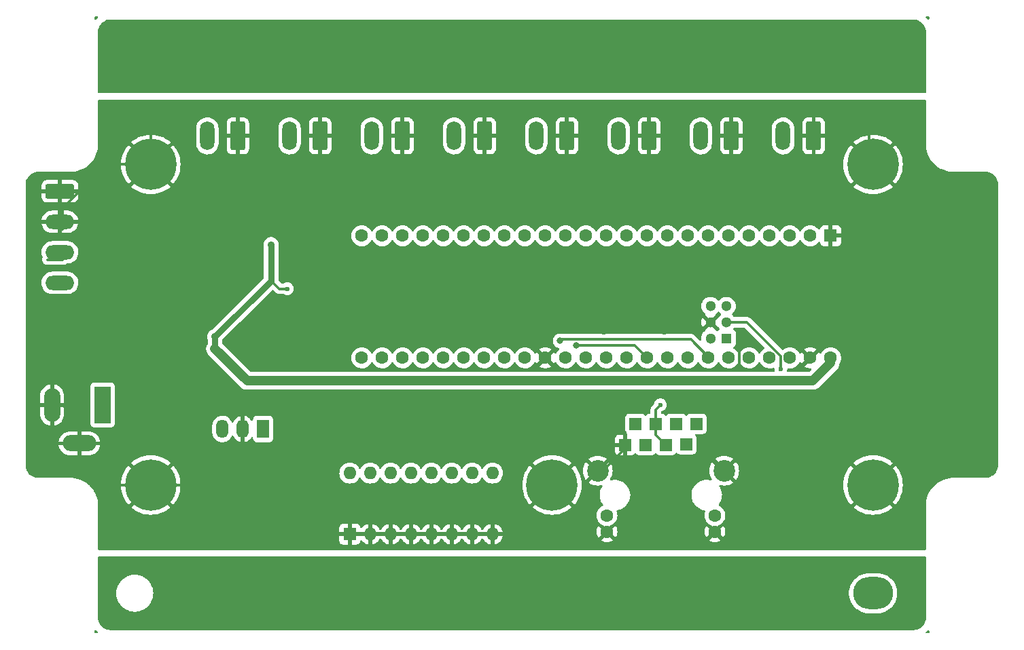
<source format=gbr>
%TF.GenerationSoftware,KiCad,Pcbnew,(7.0.0)*%
%TF.CreationDate,2023-04-18T13:38:52+09:00*%
%TF.ProjectId,Artnet_pixel_controller_Teensy-hardware,4172746e-6574-45f7-9069-78656c5f636f,v0.1.0*%
%TF.SameCoordinates,Original*%
%TF.FileFunction,Copper,L2,Bot*%
%TF.FilePolarity,Positive*%
%FSLAX46Y46*%
G04 Gerber Fmt 4.6, Leading zero omitted, Abs format (unit mm)*
G04 Created by KiCad (PCBNEW (7.0.0)) date 2023-04-18 13:38:52*
%MOMM*%
%LPD*%
G01*
G04 APERTURE LIST*
G04 Aperture macros list*
%AMRoundRect*
0 Rectangle with rounded corners*
0 $1 Rounding radius*
0 $2 $3 $4 $5 $6 $7 $8 $9 X,Y pos of 4 corners*
0 Add a 4 corners polygon primitive as box body*
4,1,4,$2,$3,$4,$5,$6,$7,$8,$9,$2,$3,0*
0 Add four circle primitives for the rounded corners*
1,1,$1+$1,$2,$3*
1,1,$1+$1,$4,$5*
1,1,$1+$1,$6,$7*
1,1,$1+$1,$8,$9*
0 Add four rect primitives between the rounded corners*
20,1,$1+$1,$2,$3,$4,$5,0*
20,1,$1+$1,$4,$5,$6,$7,0*
20,1,$1+$1,$6,$7,$8,$9,0*
20,1,$1+$1,$8,$9,$2,$3,0*%
G04 Aperture macros list end*
%TA.AperFunction,ComponentPad*%
%ADD10C,6.400000*%
%TD*%
%TA.AperFunction,ComponentPad*%
%ADD11RoundRect,0.250000X-1.550000X0.650000X-1.550000X-0.650000X1.550000X-0.650000X1.550000X0.650000X0*%
%TD*%
%TA.AperFunction,ComponentPad*%
%ADD12O,3.600000X1.800000*%
%TD*%
%TA.AperFunction,ComponentPad*%
%ADD13R,2.000000X4.600000*%
%TD*%
%TA.AperFunction,ComponentPad*%
%ADD14O,2.000000X4.200000*%
%TD*%
%TA.AperFunction,ComponentPad*%
%ADD15O,4.200000X2.000000*%
%TD*%
%TA.AperFunction,ComponentPad*%
%ADD16R,1.600000X1.600000*%
%TD*%
%TA.AperFunction,ComponentPad*%
%ADD17C,1.600000*%
%TD*%
%TA.AperFunction,ComponentPad*%
%ADD18R,1.300000X1.300000*%
%TD*%
%TA.AperFunction,ComponentPad*%
%ADD19C,1.300000*%
%TD*%
%TA.AperFunction,ComponentPad*%
%ADD20O,1.600000X1.600000*%
%TD*%
%TA.AperFunction,ComponentPad*%
%ADD21RoundRect,0.250000X0.650000X1.550000X-0.650000X1.550000X-0.650000X-1.550000X0.650000X-1.550000X0*%
%TD*%
%TA.AperFunction,ComponentPad*%
%ADD22O,1.800000X3.600000*%
%TD*%
%TA.AperFunction,ComponentPad*%
%ADD23R,1.524000X1.524000*%
%TD*%
%TA.AperFunction,ComponentPad*%
%ADD24C,2.700000*%
%TD*%
%TA.AperFunction,WasherPad*%
%ADD25O,5.000000X4.000000*%
%TD*%
%TA.AperFunction,ComponentPad*%
%ADD26R,1.500000X2.300000*%
%TD*%
%TA.AperFunction,ComponentPad*%
%ADD27O,1.500000X2.300000*%
%TD*%
%TA.AperFunction,ViaPad*%
%ADD28C,0.900000*%
%TD*%
%TA.AperFunction,ViaPad*%
%ADD29C,0.600000*%
%TD*%
%TA.AperFunction,ViaPad*%
%ADD30C,0.800000*%
%TD*%
%TA.AperFunction,Conductor*%
%ADD31C,0.300000*%
%TD*%
%TA.AperFunction,Conductor*%
%ADD32C,0.800000*%
%TD*%
%TA.AperFunction,Conductor*%
%ADD33C,0.400000*%
%TD*%
%TA.AperFunction,Conductor*%
%ADD34C,1.200000*%
%TD*%
G04 APERTURE END LIST*
D10*
%TO.P,H5,1,1*%
%TO.N,GND*%
X196000000Y-91500000D03*
%TD*%
D11*
%TO.P,J11,1,Pin_1*%
%TO.N,GND*%
X94682500Y-94840000D03*
D12*
%TO.P,J11,2,Pin_2*%
X94682499Y-98649999D03*
%TO.P,J11,3,Pin_3*%
%TO.N,Net-(J11-Pin_3)*%
X94682499Y-102459999D03*
%TO.P,J11,4,Pin_4*%
X94682499Y-106269999D03*
%TD*%
D13*
%TO.P,J1,1*%
%TO.N,Net-(J11-Pin_3)*%
X99999999Y-121499999D03*
D14*
%TO.P,J1,2*%
%TO.N,GND*%
X93699999Y-121499999D03*
D15*
%TO.P,J1,3*%
X97099999Y-126299999D03*
%TD*%
D10*
%TO.P,H6,1,1*%
%TO.N,GND*%
X196000000Y-131500000D03*
%TD*%
D16*
%TO.P,U2,1,GND*%
%TO.N,GND*%
X190709999Y-100379999D03*
D17*
%TO.P,U2,2,0*%
%TO.N,unconnected-(U2-0-Pad2)*%
X188170000Y-100380000D03*
%TO.P,U2,3,1*%
%TO.N,/LED_1*%
X185630000Y-100380000D03*
%TO.P,U2,4,2*%
%TO.N,unconnected-(U2-2-Pad4)*%
X183090000Y-100380000D03*
%TO.P,U2,5,3*%
%TO.N,unconnected-(U2-3-Pad5)*%
X180550000Y-100380000D03*
%TO.P,U2,6,4*%
%TO.N,unconnected-(U2-4-Pad6)*%
X178010000Y-100380000D03*
%TO.P,U2,7,5*%
%TO.N,unconnected-(U2-5-Pad7)*%
X175470000Y-100380000D03*
%TO.P,U2,8,6*%
%TO.N,unconnected-(U2-6-Pad8)*%
X172930000Y-100380000D03*
%TO.P,U2,9,7*%
%TO.N,unconnected-(U2-7-Pad9)*%
X170390000Y-100380000D03*
%TO.P,U2,10,8*%
%TO.N,/LED_2*%
X167850000Y-100380000D03*
%TO.P,U2,11,9*%
%TO.N,unconnected-(U2-9-Pad11)*%
X165310000Y-100380000D03*
%TO.P,U2,12,10*%
%TO.N,unconnected-(U2-10-Pad12)*%
X162770000Y-100380000D03*
%TO.P,U2,13,11*%
%TO.N,unconnected-(U2-11-Pad13)*%
X160230000Y-100380000D03*
%TO.P,U2,14,12*%
%TO.N,unconnected-(U2-12-Pad14)*%
X157690000Y-100380000D03*
%TO.P,U2,15,3.3V*%
%TO.N,unconnected-(U2-3.3V-Pad15)*%
X155150000Y-100380000D03*
%TO.P,U2,16,24*%
%TO.N,/LED_6*%
X152610000Y-100380000D03*
%TO.P,U2,17,25*%
%TO.N,unconnected-(U2-25-Pad17)*%
X150070000Y-100380000D03*
%TO.P,U2,18,26*%
%TO.N,unconnected-(U2-26-Pad18)*%
X147530000Y-100380000D03*
%TO.P,U2,19,27*%
%TO.N,unconnected-(U2-27-Pad19)*%
X144990000Y-100380000D03*
%TO.P,U2,20,28*%
%TO.N,unconnected-(U2-28-Pad20)*%
X142450000Y-100380000D03*
%TO.P,U2,21,29*%
%TO.N,/LED_7*%
X139910000Y-100380000D03*
%TO.P,U2,22,30*%
%TO.N,unconnected-(U2-30-Pad22)*%
X137370000Y-100380000D03*
%TO.P,U2,23,31*%
%TO.N,unconnected-(U2-31-Pad23)*%
X134830000Y-100380000D03*
%TO.P,U2,24,32*%
%TO.N,unconnected-(U2-32-Pad24)*%
X132290000Y-100380000D03*
%TO.P,U2,25,33*%
%TO.N,Net-(U2-33)*%
X132290000Y-115620000D03*
%TO.P,U2,26,34*%
%TO.N,Net-(U2-34)*%
X134830000Y-115620000D03*
%TO.P,U2,27,35*%
%TO.N,/LED_8*%
X137370000Y-115620000D03*
%TO.P,U2,28,36*%
%TO.N,Net-(U2-36)*%
X139910000Y-115620000D03*
%TO.P,U2,29,37*%
%TO.N,Net-(U2-37)*%
X142450000Y-115620000D03*
%TO.P,U2,30,38*%
%TO.N,Net-(U2-38)*%
X144990000Y-115620000D03*
%TO.P,U2,31,39*%
%TO.N,Net-(U2-39)*%
X147530000Y-115620000D03*
%TO.P,U2,32,40*%
%TO.N,Net-(U2-40)*%
X150070000Y-115620000D03*
%TO.P,U2,33,41*%
%TO.N,Net-(U2-41)*%
X152610000Y-115620000D03*
%TO.P,U2,34,GND*%
%TO.N,GND*%
X155150000Y-115620000D03*
%TO.P,U2,35,13*%
%TO.N,unconnected-(U2-13-Pad35)*%
X157690000Y-115620000D03*
%TO.P,U2,36,14*%
%TO.N,/LED_3*%
X160230000Y-115620000D03*
%TO.P,U2,37,15*%
%TO.N,unconnected-(U2-15-Pad37)*%
X162770000Y-115620000D03*
%TO.P,U2,38,16*%
%TO.N,unconnected-(U2-16-Pad38)*%
X165310000Y-115620000D03*
%TO.P,U2,39,17*%
%TO.N,/LED_4*%
X167850000Y-115620000D03*
%TO.P,U2,40,18*%
%TO.N,unconnected-(U2-18-Pad40)*%
X170390000Y-115620000D03*
%TO.P,U2,41,19*%
%TO.N,/LINK_LED*%
X172930000Y-115620000D03*
%TO.P,U2,42,20*%
%TO.N,/LED_5*%
X175470000Y-115620000D03*
%TO.P,U2,43,21*%
%TO.N,unconnected-(U2-21-Pad43)*%
X178010000Y-115620000D03*
%TO.P,U2,44,22*%
%TO.N,unconnected-(U2-22-Pad44)*%
X180550000Y-115620000D03*
%TO.P,U2,45,23*%
%TO.N,unconnected-(U2-23-Pad45)*%
X183090000Y-115620000D03*
%TO.P,U2,46,3.3V*%
%TO.N,unconnected-(U2-3.3V-Pad46)*%
X185630000Y-115620000D03*
%TO.P,U2,47,GND*%
%TO.N,GND*%
X188170000Y-115620000D03*
%TO.P,U2,48,VIN*%
%TO.N,+5V*%
X190710000Y-115620000D03*
D18*
%TO.P,U2,60,RX+*%
%TO.N,Net-(J2-RD+)*%
X177739999Y-113181599D03*
D19*
%TO.P,U2,61,LED*%
%TO.N,Net-(U2-LED)*%
X177740000Y-111181600D03*
%TO.P,U2,62,TX-*%
%TO.N,Net-(J2-TD-)*%
X177740000Y-109181600D03*
%TO.P,U2,63,TX+*%
%TO.N,Net-(J2-TD+)*%
X175740000Y-109181600D03*
%TO.P,U2,64,GND*%
%TO.N,GND*%
X175740000Y-111181600D03*
%TO.P,U2,65,RX-*%
%TO.N,Net-(J2-RD-)*%
X175740000Y-113181600D03*
%TD*%
D16*
%TO.P,SW1,1*%
%TO.N,GND*%
X130799999Y-137619999D03*
D20*
%TO.P,SW1,2*%
X133339999Y-137619999D03*
%TO.P,SW1,3*%
X135879999Y-137619999D03*
%TO.P,SW1,4*%
X138419999Y-137619999D03*
%TO.P,SW1,5*%
X140959999Y-137619999D03*
%TO.P,SW1,6*%
X143499999Y-137619999D03*
%TO.P,SW1,7*%
X146039999Y-137619999D03*
%TO.P,SW1,8*%
X148579999Y-137619999D03*
%TO.P,SW1,9*%
%TO.N,Net-(U2-40)*%
X148579999Y-129999999D03*
%TO.P,SW1,10*%
%TO.N,Net-(U2-39)*%
X146039999Y-129999999D03*
%TO.P,SW1,11*%
%TO.N,Net-(U2-38)*%
X143499999Y-129999999D03*
%TO.P,SW1,12*%
%TO.N,Net-(U2-37)*%
X140959999Y-129999999D03*
%TO.P,SW1,13*%
%TO.N,Net-(U2-36)*%
X138419999Y-129999999D03*
%TO.P,SW1,14*%
%TO.N,Net-(U2-41)*%
X135879999Y-129999999D03*
%TO.P,SW1,15*%
%TO.N,Net-(U2-34)*%
X133339999Y-129999999D03*
%TO.P,SW1,16*%
%TO.N,Net-(U2-33)*%
X130799999Y-129999999D03*
%TD*%
D21*
%TO.P,J6,1,Pin_1*%
%TO.N,GND*%
X147600000Y-87932500D03*
D22*
%TO.P,J6,2,Pin_2*%
%TO.N,Net-(J6-Pin_2)*%
X143789999Y-87932499D03*
%TD*%
D21*
%TO.P,J5,1,Pin_1*%
%TO.N,GND*%
X137350000Y-87932500D03*
D22*
%TO.P,J5,2,Pin_2*%
%TO.N,Net-(J5-Pin_2)*%
X133539999Y-87932499D03*
%TD*%
D10*
%TO.P,H1,1,1*%
%TO.N,GND*%
X106000000Y-91500000D03*
%TD*%
D23*
%TO.P,J2,1,TD+*%
%TO.N,Net-(J2-TD+)*%
X173999999Y-123859999D03*
%TO.P,J2,2,TD-*%
%TO.N,Net-(J2-TD-)*%
X172729999Y-126399999D03*
%TO.P,J2,3,RD+*%
%TO.N,Net-(J2-RD+)*%
X171459999Y-123859999D03*
%TO.P,J2,4,TCT*%
%TO.N,Net-(J2-RCT)*%
X170189999Y-126489999D03*
%TO.P,J2,5,RCT*%
X168919999Y-123859999D03*
%TO.P,J2,6,RD-*%
%TO.N,Net-(J2-RD-)*%
X167649999Y-126489999D03*
%TO.P,J2,7*%
%TO.N,N/C*%
X166379999Y-123859999D03*
%TO.P,J2,8*%
%TO.N,GND*%
X165109999Y-126489999D03*
D17*
%TO.P,J2,9*%
%TO.N,Net-(U2-LED)*%
X176285000Y-135290000D03*
%TO.P,J2,10*%
%TO.N,GND*%
X176285000Y-137320000D03*
%TO.P,J2,11*%
%TO.N,Net-(J2-Pad11)*%
X162835000Y-135290000D03*
%TO.P,J2,12*%
%TO.N,GND*%
X162835000Y-137320000D03*
D24*
%TO.P,J2,13*%
X177435000Y-129700000D03*
X161685000Y-129700000D03*
%TD*%
D10*
%TO.P,H4,1,1*%
%TO.N,GND*%
X156000000Y-131500000D03*
%TD*%
D21*
%TO.P,J9,1,Pin_1*%
%TO.N,GND*%
X178350000Y-87932500D03*
D22*
%TO.P,J9,2,Pin_2*%
%TO.N,Net-(J9-Pin_2)*%
X174539999Y-87932499D03*
%TD*%
D25*
%TO.P,H7,*%
%TO.N,*%
X195999999Y-144999999D03*
%TD*%
D21*
%TO.P,J4,1,Pin_1*%
%TO.N,GND*%
X127100000Y-87932500D03*
D22*
%TO.P,J4,2,Pin_2*%
%TO.N,Net-(J4-Pin_2)*%
X123289999Y-87932499D03*
%TD*%
D21*
%TO.P,J8,1,Pin_1*%
%TO.N,GND*%
X168100000Y-87932500D03*
D22*
%TO.P,J8,2,Pin_2*%
%TO.N,Net-(J8-Pin_2)*%
X164289999Y-87932499D03*
%TD*%
D21*
%TO.P,J7,1,Pin_1*%
%TO.N,GND*%
X157850000Y-87932500D03*
D22*
%TO.P,J7,2,Pin_2*%
%TO.N,Net-(J7-Pin_2)*%
X154039999Y-87932499D03*
%TD*%
D26*
%TO.P,U1,1,IN*%
%TO.N,Net-(D1-K)*%
X119999999Y-124499999D03*
D27*
%TO.P,U1,2,GND*%
%TO.N,GND*%
X117459999Y-124499999D03*
%TO.P,U1,3,OUT*%
%TO.N,+5V*%
X114919999Y-124499999D03*
%TD*%
D10*
%TO.P,H2,1,1*%
%TO.N,GND*%
X106000000Y-131500000D03*
%TD*%
D21*
%TO.P,J3,1,Pin_1*%
%TO.N,GND*%
X116850000Y-87932500D03*
D22*
%TO.P,J3,2,Pin_2*%
%TO.N,Net-(J3-Pin_2)*%
X113039999Y-87932499D03*
%TD*%
D21*
%TO.P,J10,1,Pin_1*%
%TO.N,GND*%
X188600000Y-87932500D03*
D22*
%TO.P,J10,2,Pin_2*%
%TO.N,Net-(J10-Pin_2)*%
X184789999Y-87932499D03*
%TD*%
D28*
%TO.N,+5V*%
X114000000Y-113000000D03*
D29*
%TO.N,GND*%
X125000000Y-130000000D03*
X100000000Y-105000000D03*
X190000000Y-110000000D03*
X120000000Y-115000000D03*
X145000000Y-125000000D03*
X140000000Y-102500000D03*
X110000000Y-95000000D03*
X185000000Y-110000000D03*
X170000000Y-130000000D03*
X105000000Y-120000000D03*
X180000000Y-105000000D03*
X130000000Y-125000000D03*
X135000000Y-125000000D03*
X117500000Y-107500000D03*
X128500000Y-112000000D03*
X122500000Y-112500000D03*
X210000000Y-120000000D03*
X155000000Y-120000000D03*
X140000000Y-125000000D03*
X210000000Y-130000000D03*
X120000000Y-135000000D03*
X195000000Y-115000000D03*
X131500000Y-110000000D03*
X100000000Y-95000000D03*
X105000000Y-125000000D03*
X160000000Y-102500000D03*
X145000000Y-112500000D03*
X180000000Y-97500000D03*
X115000000Y-95000000D03*
X160000000Y-90000000D03*
X190000000Y-120000000D03*
X165000000Y-105000000D03*
X128500000Y-115000000D03*
X153000000Y-98000000D03*
X150000000Y-105000000D03*
X165000000Y-125000000D03*
X210000000Y-105000000D03*
X115000000Y-110000000D03*
X180000000Y-102500000D03*
X115000000Y-100000000D03*
X170000000Y-102500000D03*
X185000000Y-105000000D03*
X136000000Y-99000000D03*
X160000000Y-105000000D03*
X115000000Y-105000000D03*
X195000000Y-110000000D03*
X150000000Y-90000000D03*
X147500000Y-125000000D03*
X210000000Y-100000000D03*
X210000000Y-110000000D03*
X210000000Y-95000000D03*
X130000000Y-120000000D03*
X100000000Y-100000000D03*
X142500000Y-125000000D03*
X120000000Y-130000000D03*
X195000000Y-120000000D03*
X210000000Y-125000000D03*
X125000000Y-125000000D03*
X170000000Y-90000000D03*
X128500000Y-104500000D03*
X117500000Y-115000000D03*
X110000000Y-110000000D03*
X110000000Y-100000000D03*
X140000000Y-120000000D03*
X117500000Y-105000000D03*
X110000000Y-115000000D03*
X162500000Y-112500000D03*
X185000000Y-120000000D03*
X150000000Y-125000000D03*
X155000000Y-105000000D03*
X150000000Y-135000000D03*
X170000000Y-105000000D03*
X175000000Y-105000000D03*
X120000000Y-90000000D03*
X155000000Y-102500000D03*
X110000000Y-120000000D03*
X115000000Y-135000000D03*
X163000000Y-98000000D03*
X105000000Y-115000000D03*
X140000000Y-90000000D03*
X180000000Y-90000000D03*
X180128664Y-113105480D03*
X146000000Y-99000000D03*
X125000000Y-120000000D03*
X172500000Y-120000000D03*
X175000000Y-102500000D03*
X135000000Y-120000000D03*
X185000000Y-95000000D03*
X155000000Y-125000000D03*
X150000000Y-120000000D03*
X172500000Y-110000000D03*
X110000000Y-125000000D03*
X195000000Y-105000000D03*
X100000000Y-110000000D03*
X135000000Y-105000000D03*
X210000000Y-115000000D03*
X100000000Y-115000000D03*
X122500000Y-110000000D03*
X147500000Y-120000000D03*
X145000000Y-105000000D03*
X140000000Y-105000000D03*
X142500000Y-120000000D03*
X115000000Y-130000000D03*
X170000000Y-112500000D03*
X105000000Y-110000000D03*
X105000000Y-100000000D03*
X145000000Y-120000000D03*
X165000000Y-120000000D03*
X177500000Y-120000000D03*
X150000000Y-102500000D03*
X125500000Y-102500000D03*
X131500000Y-106000000D03*
X125000000Y-115000000D03*
X170000000Y-135000000D03*
X130000000Y-90000000D03*
X145000000Y-102500000D03*
X190000000Y-105000000D03*
X132000000Y-123000000D03*
D30*
%TO.N,+5V*%
X153000000Y-118500000D03*
D28*
X121000000Y-101500000D03*
X114000000Y-114500000D03*
D29*
X123000000Y-107000000D03*
%TO.N,Net-(J2-RCT)*%
X169500000Y-121500000D03*
%TO.N,Net-(U2-LED)*%
X184500000Y-117000000D03*
D30*
%TO.N,/LED_5*%
X157000000Y-113500000D03*
%TO.N,/LED_4*%
X158970023Y-114029977D03*
%TD*%
D31*
%TO.N,+5V*%
X123000000Y-107000000D02*
X122000000Y-107000000D01*
D32*
X121000000Y-101500000D02*
X121000000Y-106000000D01*
X121000000Y-106000000D02*
X114000000Y-113000000D01*
D31*
X122000000Y-107000000D02*
X121000000Y-106000000D01*
D32*
X114000000Y-114500000D02*
X114000000Y-113000000D01*
D31*
%TO.N,GND*%
X91500000Y-121000000D02*
X91500000Y-99250000D01*
X147600000Y-85100000D02*
X147500000Y-85000000D01*
X108000000Y-85000000D02*
X117000000Y-85000000D01*
X114500000Y-131500000D02*
X106000000Y-131500000D01*
X178500000Y-85000000D02*
X188500000Y-85000000D01*
X155150000Y-115620000D02*
X156675673Y-117145673D01*
X165110000Y-126915000D02*
X165110000Y-126490000D01*
X106000000Y-91500000D02*
X106000000Y-87000000D01*
X106000000Y-87000000D02*
X108000000Y-85000000D01*
X127500000Y-85000000D02*
X138000000Y-85000000D01*
X127100000Y-87932500D02*
X127100000Y-85400000D01*
X106000000Y-131500000D02*
X100000000Y-131500000D01*
X179335863Y-116966866D02*
X179335863Y-114310319D01*
X190500000Y-85000000D02*
X191000000Y-85500000D01*
X195500000Y-91000000D02*
X196000000Y-91500000D01*
X179157056Y-117145673D02*
X179335863Y-116966866D01*
X100000000Y-131500000D02*
X97100000Y-128600000D01*
X157850000Y-87932500D02*
X157850000Y-85150000D01*
X191000000Y-85500000D02*
X194500000Y-85500000D01*
X97100000Y-123600000D02*
X95000000Y-121500000D01*
X168000000Y-85000000D02*
X178500000Y-85000000D01*
X138000000Y-85000000D02*
X147500000Y-85000000D01*
X137350000Y-85650000D02*
X138000000Y-85000000D01*
X100500000Y-91500000D02*
X95000000Y-97000000D01*
X168100000Y-85100000D02*
X168000000Y-85000000D01*
X179335863Y-114310319D02*
X180128664Y-113517518D01*
X93700000Y-121500000D02*
X92000000Y-121500000D01*
X127100000Y-85400000D02*
X127500000Y-85000000D01*
X156675673Y-117145673D02*
X179157056Y-117145673D01*
X188500000Y-85000000D02*
X190500000Y-85000000D01*
X116850000Y-85150000D02*
X117000000Y-85000000D01*
X157850000Y-85150000D02*
X158000000Y-85000000D01*
X95000000Y-121500000D02*
X93700000Y-121500000D01*
X188600000Y-87932500D02*
X188600000Y-85100000D01*
X147600000Y-87932500D02*
X147600000Y-85100000D01*
X188600000Y-85100000D02*
X188500000Y-85000000D01*
X147500000Y-85000000D02*
X168000000Y-85000000D01*
D33*
X131500000Y-106000000D02*
X129000000Y-106000000D01*
D31*
X97100000Y-128600000D02*
X97100000Y-126300000D01*
X92000000Y-121500000D02*
X91500000Y-121000000D01*
X178350000Y-85150000D02*
X178500000Y-85000000D01*
X194500000Y-85500000D02*
X195500000Y-86500000D01*
X168100000Y-87932500D02*
X168100000Y-85100000D01*
X95000000Y-97000000D02*
X95000000Y-99570000D01*
X161685000Y-130340000D02*
X165110000Y-126915000D01*
X91500000Y-99250000D02*
X92100000Y-98650000D01*
D33*
X129000000Y-106000000D02*
X125500000Y-102500000D01*
D31*
X97100000Y-126300000D02*
X97100000Y-123600000D01*
X178350000Y-87932500D02*
X178350000Y-85150000D01*
X92100000Y-98650000D02*
X94682500Y-98650000D01*
X180128664Y-113517518D02*
X180128664Y-113105480D01*
X137350000Y-87932500D02*
X137350000Y-85650000D01*
X117460000Y-124500000D02*
X117460000Y-128540000D01*
X117000000Y-85000000D02*
X127500000Y-85000000D01*
X195500000Y-86500000D02*
X195500000Y-91000000D01*
X106000000Y-91500000D02*
X100500000Y-91500000D01*
X117460000Y-128540000D02*
X114500000Y-131500000D01*
X116850000Y-87932500D02*
X116850000Y-85150000D01*
D34*
%TO.N,+5V*%
X190710000Y-116290000D02*
X188500000Y-118500000D01*
X188500000Y-118500000D02*
X153000000Y-118500000D01*
X190710000Y-115620000D02*
X190710000Y-116290000D01*
X118000000Y-118500000D02*
X114000000Y-114500000D01*
X153000000Y-118500000D02*
X118000000Y-118500000D01*
D31*
%TO.N,Net-(J2-RCT)*%
X168920000Y-125220000D02*
X170190000Y-126490000D01*
X169500000Y-121500000D02*
X168920000Y-122080000D01*
X168920000Y-122080000D02*
X168920000Y-125220000D01*
%TO.N,Net-(J11-Pin_3)*%
X93120000Y-103380000D02*
X95000000Y-103380000D01*
%TO.N,Net-(U2-LED)*%
X180277946Y-111181600D02*
X184480000Y-115383654D01*
X184480000Y-116980000D02*
X184500000Y-117000000D01*
X184480000Y-115383654D02*
X184480000Y-116980000D01*
X177740000Y-111181600D02*
X180277946Y-111181600D01*
%TO.N,/LED_5*%
X157220023Y-113279977D02*
X173279977Y-113279977D01*
X175470000Y-115470000D02*
X175470000Y-115620000D01*
X173279977Y-113279977D02*
X175470000Y-115470000D01*
X157000000Y-113500000D02*
X157220023Y-113279977D01*
%TO.N,/LED_4*%
X158970023Y-114029977D02*
X166259977Y-114029977D01*
X166259977Y-114029977D02*
X167850000Y-115620000D01*
%TD*%
%TA.AperFunction,Conductor*%
%TO.N,GND*%
G36*
X180004591Y-111841539D02*
G01*
X180044819Y-111868419D01*
X182468248Y-114291848D01*
X182497986Y-114339670D01*
X182503506Y-114395713D01*
X182483670Y-114448419D01*
X182442569Y-114486915D01*
X182442171Y-114487144D01*
X182437266Y-114489432D01*
X182432838Y-114492531D01*
X182432830Y-114492537D01*
X182255296Y-114616847D01*
X182255291Y-114616850D01*
X182250861Y-114619953D01*
X182247037Y-114623776D01*
X182247031Y-114623782D01*
X182093782Y-114777031D01*
X182093776Y-114777037D01*
X182089953Y-114780861D01*
X182086850Y-114785291D01*
X182086847Y-114785296D01*
X181962540Y-114962826D01*
X181962535Y-114962833D01*
X181959432Y-114967266D01*
X181957148Y-114972163D01*
X181957141Y-114972176D01*
X181932382Y-115025274D01*
X181886625Y-115077450D01*
X181820000Y-115096869D01*
X181753375Y-115077450D01*
X181707618Y-115025274D01*
X181682858Y-114972176D01*
X181682855Y-114972172D01*
X181680568Y-114967266D01*
X181550047Y-114780861D01*
X181389139Y-114619953D01*
X181265219Y-114533184D01*
X181207173Y-114492540D01*
X181207168Y-114492537D01*
X181202734Y-114489432D01*
X181068931Y-114427038D01*
X181001405Y-114395550D01*
X181001403Y-114395549D01*
X180996496Y-114393261D01*
X180991271Y-114391861D01*
X180991263Y-114391858D01*
X180781916Y-114335764D01*
X180781907Y-114335762D01*
X180776692Y-114334365D01*
X180771304Y-114333893D01*
X180771301Y-114333893D01*
X180555395Y-114315004D01*
X180550000Y-114314532D01*
X180544605Y-114315004D01*
X180328698Y-114333893D01*
X180328693Y-114333893D01*
X180323308Y-114334365D01*
X180318094Y-114335762D01*
X180318083Y-114335764D01*
X180108736Y-114391858D01*
X180108724Y-114391862D01*
X180103504Y-114393261D01*
X180098599Y-114395547D01*
X180098594Y-114395550D01*
X179902176Y-114487142D01*
X179902172Y-114487144D01*
X179897266Y-114489432D01*
X179892833Y-114492535D01*
X179892826Y-114492540D01*
X179715296Y-114616847D01*
X179715291Y-114616850D01*
X179710861Y-114619953D01*
X179707037Y-114623776D01*
X179707031Y-114623782D01*
X179553782Y-114777031D01*
X179553776Y-114777037D01*
X179549953Y-114780861D01*
X179546850Y-114785291D01*
X179546847Y-114785296D01*
X179422540Y-114962826D01*
X179422535Y-114962833D01*
X179419432Y-114967266D01*
X179417148Y-114972163D01*
X179417141Y-114972176D01*
X179392382Y-115025274D01*
X179346625Y-115077450D01*
X179280000Y-115096869D01*
X179213375Y-115077450D01*
X179167618Y-115025274D01*
X179142858Y-114972176D01*
X179142855Y-114972172D01*
X179140568Y-114967266D01*
X179010047Y-114780861D01*
X178849139Y-114619953D01*
X178725219Y-114533184D01*
X178667173Y-114492540D01*
X178667168Y-114492537D01*
X178662734Y-114489432D01*
X178657827Y-114487143D01*
X178657817Y-114487138D01*
X178655532Y-114486073D01*
X178654536Y-114485244D01*
X178653138Y-114484437D01*
X178653277Y-114484196D01*
X178606930Y-114445618D01*
X178584597Y-114386457D01*
X178594341Y-114323976D01*
X178633625Y-114274427D01*
X178747546Y-114189146D01*
X178833796Y-114073931D01*
X178884091Y-113939083D01*
X178890500Y-113879473D01*
X178890499Y-112483728D01*
X178884091Y-112424117D01*
X178833796Y-112289269D01*
X178747546Y-112174054D01*
X178740447Y-112168740D01*
X178645791Y-112097880D01*
X178606045Y-112047264D01*
X178597021Y-111983545D01*
X178621150Y-111923885D01*
X178653255Y-111881371D01*
X178696938Y-111845099D01*
X178752208Y-111832100D01*
X179957138Y-111832100D01*
X180004591Y-111841539D01*
G37*
%TD.AperFunction*%
%TA.AperFunction,Conductor*%
G36*
X202537500Y-83417113D02*
G01*
X202582887Y-83462500D01*
X202599500Y-83524500D01*
X202599500Y-88942417D01*
X202599500Y-89000000D01*
X202599500Y-89178213D01*
X202599837Y-89181423D01*
X202599838Y-89181434D01*
X202636415Y-89529448D01*
X202636417Y-89529462D01*
X202636756Y-89532685D01*
X202637431Y-89535864D01*
X202637433Y-89535872D01*
X202710186Y-89878150D01*
X202710189Y-89878163D01*
X202710861Y-89881322D01*
X202711861Y-89884401D01*
X202711862Y-89884403D01*
X202806755Y-90176454D01*
X202821003Y-90220303D01*
X202822317Y-90223256D01*
X202822322Y-90223267D01*
X202964651Y-90542943D01*
X202964656Y-90542953D01*
X202965974Y-90545913D01*
X202967597Y-90548724D01*
X202967600Y-90548730D01*
X203142561Y-90851772D01*
X203142567Y-90851782D01*
X203144187Y-90854587D01*
X203146098Y-90857217D01*
X203351780Y-91140316D01*
X203351788Y-91140325D01*
X203353688Y-91142941D01*
X203592183Y-91407817D01*
X203857059Y-91646312D01*
X203859676Y-91648213D01*
X203859683Y-91648219D01*
X203935229Y-91703106D01*
X204145413Y-91855813D01*
X204148222Y-91857434D01*
X204148227Y-91857438D01*
X204428685Y-92019360D01*
X204454087Y-92034026D01*
X204457054Y-92035347D01*
X204457056Y-92035348D01*
X204776732Y-92177677D01*
X204779697Y-92178997D01*
X205118678Y-92289139D01*
X205467315Y-92363244D01*
X205821787Y-92400500D01*
X205968481Y-92400500D01*
X206000000Y-92400500D01*
X206057583Y-92400500D01*
X209942417Y-92400500D01*
X209995572Y-92400500D01*
X210004418Y-92400816D01*
X210218791Y-92416148D01*
X210236296Y-92418665D01*
X210441969Y-92463406D01*
X210458928Y-92468385D01*
X210615341Y-92526725D01*
X210656150Y-92541946D01*
X210672242Y-92549296D01*
X210856968Y-92650163D01*
X210871848Y-92659724D01*
X211040353Y-92785866D01*
X211053723Y-92797452D01*
X211202547Y-92946276D01*
X211214133Y-92959646D01*
X211340271Y-93128146D01*
X211349836Y-93143031D01*
X211450703Y-93327757D01*
X211458053Y-93343849D01*
X211531611Y-93541063D01*
X211536595Y-93558039D01*
X211581333Y-93763700D01*
X211583851Y-93781211D01*
X211599184Y-93995581D01*
X211599500Y-94004428D01*
X211599500Y-128995572D01*
X211599184Y-129004419D01*
X211583851Y-129218788D01*
X211581333Y-129236299D01*
X211536595Y-129441960D01*
X211531611Y-129458936D01*
X211458053Y-129656150D01*
X211450703Y-129672242D01*
X211349836Y-129856968D01*
X211340271Y-129871853D01*
X211214133Y-130040353D01*
X211202547Y-130053723D01*
X211053723Y-130202547D01*
X211040353Y-130214133D01*
X210871853Y-130340271D01*
X210856968Y-130349836D01*
X210672242Y-130450703D01*
X210656150Y-130458053D01*
X210458936Y-130531611D01*
X210441960Y-130536595D01*
X210236299Y-130581333D01*
X210218788Y-130583851D01*
X210023369Y-130597828D01*
X210004417Y-130599184D01*
X209995572Y-130599500D01*
X206057583Y-130599500D01*
X206000000Y-130599500D01*
X205821787Y-130599500D01*
X205818577Y-130599837D01*
X205818565Y-130599838D01*
X205470551Y-130636415D01*
X205470534Y-130636417D01*
X205467315Y-130636756D01*
X205464138Y-130637431D01*
X205464127Y-130637433D01*
X205121849Y-130710186D01*
X205121831Y-130710190D01*
X205118678Y-130710861D01*
X205115603Y-130711860D01*
X205115596Y-130711862D01*
X204782785Y-130819999D01*
X204782774Y-130820003D01*
X204779697Y-130821003D01*
X204776749Y-130822315D01*
X204776732Y-130822322D01*
X204457056Y-130964651D01*
X204457038Y-130964659D01*
X204454087Y-130965974D01*
X204451283Y-130967592D01*
X204451269Y-130967600D01*
X204148227Y-131142561D01*
X204148208Y-131142573D01*
X204145413Y-131144187D01*
X204142788Y-131146093D01*
X204142782Y-131146098D01*
X203859683Y-131351780D01*
X203859664Y-131351795D01*
X203857059Y-131353688D01*
X203854659Y-131355848D01*
X203854649Y-131355857D01*
X203594592Y-131590013D01*
X203594582Y-131590022D01*
X203592183Y-131592183D01*
X203590022Y-131594582D01*
X203590013Y-131594592D01*
X203355857Y-131854649D01*
X203355848Y-131854659D01*
X203353688Y-131857059D01*
X203351795Y-131859664D01*
X203351780Y-131859683D01*
X203146098Y-132142782D01*
X203146093Y-132142788D01*
X203144187Y-132145413D01*
X203142573Y-132148208D01*
X203142561Y-132148227D01*
X202967600Y-132451269D01*
X202967592Y-132451283D01*
X202965974Y-132454087D01*
X202964659Y-132457038D01*
X202964651Y-132457056D01*
X202822322Y-132776732D01*
X202822315Y-132776749D01*
X202821003Y-132779697D01*
X202820003Y-132782774D01*
X202819999Y-132782785D01*
X202711862Y-133115596D01*
X202710861Y-133118678D01*
X202710190Y-133121831D01*
X202710186Y-133121849D01*
X202637433Y-133464127D01*
X202637431Y-133464138D01*
X202636756Y-133467315D01*
X202636417Y-133470534D01*
X202636415Y-133470551D01*
X202599838Y-133818565D01*
X202599837Y-133818577D01*
X202599500Y-133821787D01*
X202599500Y-133825029D01*
X202599500Y-139475500D01*
X202582887Y-139537500D01*
X202537500Y-139582887D01*
X202475500Y-139599500D01*
X99524500Y-139599500D01*
X99462500Y-139582887D01*
X99417113Y-139537500D01*
X99400500Y-139475500D01*
X99400500Y-138464518D01*
X129500000Y-138464518D01*
X129500353Y-138471114D01*
X129505573Y-138519667D01*
X129509111Y-138534641D01*
X129553547Y-138653777D01*
X129561962Y-138669189D01*
X129637498Y-138770092D01*
X129649907Y-138782501D01*
X129750810Y-138858037D01*
X129766222Y-138866452D01*
X129885358Y-138910888D01*
X129900332Y-138914426D01*
X129948885Y-138919646D01*
X129955482Y-138920000D01*
X130533674Y-138920000D01*
X130546549Y-138916549D01*
X130550000Y-138903674D01*
X131050000Y-138903674D01*
X131053450Y-138916549D01*
X131066326Y-138920000D01*
X131644518Y-138920000D01*
X131651114Y-138919646D01*
X131699667Y-138914426D01*
X131714641Y-138910888D01*
X131833777Y-138866452D01*
X131849189Y-138858037D01*
X131950092Y-138782501D01*
X131962501Y-138770092D01*
X132038037Y-138669189D01*
X132046452Y-138653777D01*
X132090888Y-138534641D01*
X132094426Y-138519667D01*
X132097506Y-138491025D01*
X132117885Y-138435103D01*
X132161975Y-138395119D01*
X132219616Y-138380286D01*
X132277529Y-138394020D01*
X132322371Y-138433157D01*
X132337228Y-138454376D01*
X132344169Y-138462647D01*
X132497352Y-138615830D01*
X132505618Y-138622767D01*
X132683087Y-138747032D01*
X132692419Y-138752420D01*
X132888765Y-138843977D01*
X132898907Y-138847669D01*
X133076219Y-138895179D01*
X133087448Y-138895547D01*
X133090000Y-138884605D01*
X133590000Y-138884605D01*
X133592551Y-138895547D01*
X133603780Y-138895179D01*
X133781092Y-138847669D01*
X133791234Y-138843977D01*
X133987580Y-138752420D01*
X133996912Y-138747032D01*
X134174381Y-138622767D01*
X134182647Y-138615830D01*
X134335830Y-138462647D01*
X134342767Y-138454381D01*
X134467032Y-138276912D01*
X134472422Y-138267576D01*
X134497618Y-138213544D01*
X134543375Y-138161368D01*
X134610000Y-138141948D01*
X134676625Y-138161368D01*
X134722382Y-138213544D01*
X134747577Y-138267576D01*
X134752967Y-138276912D01*
X134877232Y-138454381D01*
X134884169Y-138462647D01*
X135037352Y-138615830D01*
X135045618Y-138622767D01*
X135223087Y-138747032D01*
X135232419Y-138752420D01*
X135428765Y-138843977D01*
X135438907Y-138847669D01*
X135616219Y-138895179D01*
X135627448Y-138895547D01*
X135630000Y-138884605D01*
X136130000Y-138884605D01*
X136132551Y-138895547D01*
X136143780Y-138895179D01*
X136321092Y-138847669D01*
X136331234Y-138843977D01*
X136527580Y-138752420D01*
X136536912Y-138747032D01*
X136714381Y-138622767D01*
X136722647Y-138615830D01*
X136875830Y-138462647D01*
X136882767Y-138454381D01*
X137007032Y-138276912D01*
X137012422Y-138267576D01*
X137037618Y-138213544D01*
X137083375Y-138161368D01*
X137150000Y-138141948D01*
X137216625Y-138161368D01*
X137262382Y-138213544D01*
X137287577Y-138267576D01*
X137292967Y-138276912D01*
X137417232Y-138454381D01*
X137424169Y-138462647D01*
X137577352Y-138615830D01*
X137585618Y-138622767D01*
X137763087Y-138747032D01*
X137772419Y-138752420D01*
X137968765Y-138843977D01*
X137978907Y-138847669D01*
X138156219Y-138895179D01*
X138167448Y-138895547D01*
X138170000Y-138884605D01*
X138670000Y-138884605D01*
X138672551Y-138895547D01*
X138683780Y-138895179D01*
X138861092Y-138847669D01*
X138871234Y-138843977D01*
X139067580Y-138752420D01*
X139076912Y-138747032D01*
X139254381Y-138622767D01*
X139262647Y-138615830D01*
X139415830Y-138462647D01*
X139422767Y-138454381D01*
X139547032Y-138276912D01*
X139552422Y-138267576D01*
X139577618Y-138213544D01*
X139623375Y-138161368D01*
X139690000Y-138141948D01*
X139756625Y-138161368D01*
X139802382Y-138213544D01*
X139827577Y-138267576D01*
X139832967Y-138276912D01*
X139957232Y-138454381D01*
X139964169Y-138462647D01*
X140117352Y-138615830D01*
X140125618Y-138622767D01*
X140303087Y-138747032D01*
X140312419Y-138752420D01*
X140508765Y-138843977D01*
X140518907Y-138847669D01*
X140696219Y-138895179D01*
X140707448Y-138895547D01*
X140710000Y-138884605D01*
X141210000Y-138884605D01*
X141212551Y-138895547D01*
X141223780Y-138895179D01*
X141401092Y-138847669D01*
X141411234Y-138843977D01*
X141607580Y-138752420D01*
X141616912Y-138747032D01*
X141794381Y-138622767D01*
X141802647Y-138615830D01*
X141955830Y-138462647D01*
X141962767Y-138454381D01*
X142087032Y-138276912D01*
X142092422Y-138267576D01*
X142117618Y-138213544D01*
X142163375Y-138161368D01*
X142230000Y-138141948D01*
X142296625Y-138161368D01*
X142342382Y-138213544D01*
X142367577Y-138267576D01*
X142372967Y-138276912D01*
X142497232Y-138454381D01*
X142504169Y-138462647D01*
X142657352Y-138615830D01*
X142665618Y-138622767D01*
X142843087Y-138747032D01*
X142852419Y-138752420D01*
X143048765Y-138843977D01*
X143058907Y-138847669D01*
X143236219Y-138895179D01*
X143247448Y-138895547D01*
X143250000Y-138884605D01*
X143750000Y-138884605D01*
X143752551Y-138895547D01*
X143763780Y-138895179D01*
X143941092Y-138847669D01*
X143951234Y-138843977D01*
X144147580Y-138752420D01*
X144156912Y-138747032D01*
X144334381Y-138622767D01*
X144342647Y-138615830D01*
X144495830Y-138462647D01*
X144502767Y-138454381D01*
X144627032Y-138276912D01*
X144632422Y-138267576D01*
X144657618Y-138213544D01*
X144703375Y-138161368D01*
X144770000Y-138141948D01*
X144836625Y-138161368D01*
X144882382Y-138213544D01*
X144907577Y-138267576D01*
X144912967Y-138276912D01*
X145037232Y-138454381D01*
X145044169Y-138462647D01*
X145197352Y-138615830D01*
X145205618Y-138622767D01*
X145383087Y-138747032D01*
X145392419Y-138752420D01*
X145588765Y-138843977D01*
X145598907Y-138847669D01*
X145776219Y-138895179D01*
X145787448Y-138895547D01*
X145790000Y-138884605D01*
X146290000Y-138884605D01*
X146292551Y-138895547D01*
X146303780Y-138895179D01*
X146481092Y-138847669D01*
X146491234Y-138843977D01*
X146687580Y-138752420D01*
X146696912Y-138747032D01*
X146874381Y-138622767D01*
X146882647Y-138615830D01*
X147035830Y-138462647D01*
X147042767Y-138454381D01*
X147167032Y-138276912D01*
X147172422Y-138267576D01*
X147197618Y-138213544D01*
X147243375Y-138161368D01*
X147310000Y-138141948D01*
X147376625Y-138161368D01*
X147422382Y-138213544D01*
X147447577Y-138267576D01*
X147452967Y-138276912D01*
X147577232Y-138454381D01*
X147584169Y-138462647D01*
X147737352Y-138615830D01*
X147745618Y-138622767D01*
X147923087Y-138747032D01*
X147932419Y-138752420D01*
X148128765Y-138843977D01*
X148138907Y-138847669D01*
X148316219Y-138895179D01*
X148327448Y-138895547D01*
X148330000Y-138884605D01*
X148830000Y-138884605D01*
X148832551Y-138895547D01*
X148843780Y-138895179D01*
X149021092Y-138847669D01*
X149031234Y-138843977D01*
X149227580Y-138752420D01*
X149236912Y-138747032D01*
X149414381Y-138622767D01*
X149422647Y-138615830D01*
X149575830Y-138462647D01*
X149582767Y-138454381D01*
X149621753Y-138398703D01*
X162113217Y-138398703D01*
X162120650Y-138406814D01*
X162178077Y-138447025D01*
X162187427Y-138452423D01*
X162383768Y-138543979D01*
X162393902Y-138547667D01*
X162603162Y-138603739D01*
X162613793Y-138605613D01*
X162829605Y-138624494D01*
X162840395Y-138624494D01*
X163056206Y-138605613D01*
X163066837Y-138603739D01*
X163276097Y-138547667D01*
X163286231Y-138543979D01*
X163482575Y-138452422D01*
X163491920Y-138447026D01*
X163549348Y-138406814D01*
X163556780Y-138398703D01*
X175563217Y-138398703D01*
X175570650Y-138406814D01*
X175628077Y-138447025D01*
X175637427Y-138452423D01*
X175833768Y-138543979D01*
X175843902Y-138547667D01*
X176053162Y-138603739D01*
X176063793Y-138605613D01*
X176279605Y-138624494D01*
X176290395Y-138624494D01*
X176506206Y-138605613D01*
X176516837Y-138603739D01*
X176726097Y-138547667D01*
X176736231Y-138543979D01*
X176932575Y-138452422D01*
X176941920Y-138447026D01*
X176999348Y-138406814D01*
X177006780Y-138398703D01*
X177000867Y-138389421D01*
X176296542Y-137685095D01*
X176284999Y-137678431D01*
X176273457Y-137685095D01*
X175569128Y-138389424D01*
X175563217Y-138398703D01*
X163556780Y-138398703D01*
X163550867Y-138389421D01*
X162846542Y-137685095D01*
X162834999Y-137678431D01*
X162823457Y-137685095D01*
X162119128Y-138389424D01*
X162113217Y-138398703D01*
X149621753Y-138398703D01*
X149707032Y-138276912D01*
X149712420Y-138267580D01*
X149803977Y-138071234D01*
X149807669Y-138061092D01*
X149855179Y-137883780D01*
X149855547Y-137872551D01*
X149844605Y-137870000D01*
X148846326Y-137870000D01*
X148833450Y-137873450D01*
X148830000Y-137886326D01*
X148830000Y-138884605D01*
X148330000Y-138884605D01*
X148330000Y-137886326D01*
X148326549Y-137873450D01*
X148313674Y-137870000D01*
X146306326Y-137870000D01*
X146293450Y-137873450D01*
X146290000Y-137886326D01*
X146290000Y-138884605D01*
X145790000Y-138884605D01*
X145790000Y-137886326D01*
X145786549Y-137873450D01*
X145773674Y-137870000D01*
X143766326Y-137870000D01*
X143753450Y-137873450D01*
X143750000Y-137886326D01*
X143750000Y-138884605D01*
X143250000Y-138884605D01*
X143250000Y-137886326D01*
X143246549Y-137873450D01*
X143233674Y-137870000D01*
X141226326Y-137870000D01*
X141213450Y-137873450D01*
X141210000Y-137886326D01*
X141210000Y-138884605D01*
X140710000Y-138884605D01*
X140710000Y-137886326D01*
X140706549Y-137873450D01*
X140693674Y-137870000D01*
X138686326Y-137870000D01*
X138673450Y-137873450D01*
X138670000Y-137886326D01*
X138670000Y-138884605D01*
X138170000Y-138884605D01*
X138170000Y-137886326D01*
X138166549Y-137873450D01*
X138153674Y-137870000D01*
X136146326Y-137870000D01*
X136133450Y-137873450D01*
X136130000Y-137886326D01*
X136130000Y-138884605D01*
X135630000Y-138884605D01*
X135630000Y-137886326D01*
X135626549Y-137873450D01*
X135613674Y-137870000D01*
X133606326Y-137870000D01*
X133593450Y-137873450D01*
X133590000Y-137886326D01*
X133590000Y-138884605D01*
X133090000Y-138884605D01*
X133090000Y-137886326D01*
X133086549Y-137873450D01*
X133073674Y-137870000D01*
X131066326Y-137870000D01*
X131053450Y-137873450D01*
X131050000Y-137886326D01*
X131050000Y-138903674D01*
X130550000Y-138903674D01*
X130550000Y-137886326D01*
X130546549Y-137873450D01*
X130533674Y-137870000D01*
X129516326Y-137870000D01*
X129503450Y-137873450D01*
X129500000Y-137886326D01*
X129500000Y-138464518D01*
X99400500Y-138464518D01*
X99400500Y-137353674D01*
X129500000Y-137353674D01*
X129503450Y-137366549D01*
X129516326Y-137370000D01*
X130533674Y-137370000D01*
X130546549Y-137366549D01*
X130550000Y-137353674D01*
X131050000Y-137353674D01*
X131053450Y-137366549D01*
X131066326Y-137370000D01*
X133073674Y-137370000D01*
X133086549Y-137366549D01*
X133090000Y-137353674D01*
X133590000Y-137353674D01*
X133593450Y-137366549D01*
X133606326Y-137370000D01*
X135613674Y-137370000D01*
X135626549Y-137366549D01*
X135630000Y-137353674D01*
X136130000Y-137353674D01*
X136133450Y-137366549D01*
X136146326Y-137370000D01*
X138153674Y-137370000D01*
X138166549Y-137366549D01*
X138170000Y-137353674D01*
X138670000Y-137353674D01*
X138673450Y-137366549D01*
X138686326Y-137370000D01*
X140693674Y-137370000D01*
X140706549Y-137366549D01*
X140710000Y-137353674D01*
X141210000Y-137353674D01*
X141213450Y-137366549D01*
X141226326Y-137370000D01*
X143233674Y-137370000D01*
X143246549Y-137366549D01*
X143250000Y-137353674D01*
X143750000Y-137353674D01*
X143753450Y-137366549D01*
X143766326Y-137370000D01*
X145773674Y-137370000D01*
X145786549Y-137366549D01*
X145790000Y-137353674D01*
X146290000Y-137353674D01*
X146293450Y-137366549D01*
X146306326Y-137370000D01*
X148313674Y-137370000D01*
X148326549Y-137366549D01*
X148330000Y-137353674D01*
X148830000Y-137353674D01*
X148833450Y-137366549D01*
X148846326Y-137370000D01*
X149844605Y-137370000D01*
X149855547Y-137367448D01*
X149855179Y-137356219D01*
X149846920Y-137325395D01*
X161530506Y-137325395D01*
X161549386Y-137541206D01*
X161551260Y-137551837D01*
X161607332Y-137761097D01*
X161611020Y-137771231D01*
X161702576Y-137967572D01*
X161707974Y-137976922D01*
X161748184Y-138034348D01*
X161756295Y-138041781D01*
X161765574Y-138035870D01*
X162469903Y-137331542D01*
X162476567Y-137320000D01*
X163193431Y-137320000D01*
X163200095Y-137331542D01*
X163904421Y-138035867D01*
X163913703Y-138041780D01*
X163921814Y-138034348D01*
X163962026Y-137976920D01*
X163967422Y-137967575D01*
X164058979Y-137771231D01*
X164062667Y-137761097D01*
X164118739Y-137551837D01*
X164120613Y-137541206D01*
X164139494Y-137325395D01*
X174980506Y-137325395D01*
X174999386Y-137541206D01*
X175001260Y-137551837D01*
X175057332Y-137761097D01*
X175061020Y-137771231D01*
X175152576Y-137967572D01*
X175157974Y-137976922D01*
X175198184Y-138034348D01*
X175206295Y-138041781D01*
X175215574Y-138035870D01*
X175919903Y-137331542D01*
X175926567Y-137320000D01*
X176643431Y-137320000D01*
X176650095Y-137331542D01*
X177354421Y-138035867D01*
X177363703Y-138041780D01*
X177371814Y-138034348D01*
X177412026Y-137976920D01*
X177417422Y-137967575D01*
X177508979Y-137771231D01*
X177512667Y-137761097D01*
X177568739Y-137551837D01*
X177570613Y-137541206D01*
X177589494Y-137325395D01*
X177589494Y-137314605D01*
X177570613Y-137098793D01*
X177568739Y-137088162D01*
X177512667Y-136878902D01*
X177508979Y-136868768D01*
X177417423Y-136672427D01*
X177412025Y-136663077D01*
X177371814Y-136605650D01*
X177363703Y-136598217D01*
X177354424Y-136604128D01*
X176650095Y-137308457D01*
X176643431Y-137320000D01*
X175926567Y-137320000D01*
X175919903Y-137308457D01*
X175215574Y-136604128D01*
X175206296Y-136598217D01*
X175198183Y-136605651D01*
X175157971Y-136663081D01*
X175152577Y-136672425D01*
X175061020Y-136868768D01*
X175057332Y-136878902D01*
X175001260Y-137088162D01*
X174999386Y-137098793D01*
X174980506Y-137314605D01*
X174980506Y-137325395D01*
X164139494Y-137325395D01*
X164139494Y-137314605D01*
X164120613Y-137098793D01*
X164118739Y-137088162D01*
X164062667Y-136878902D01*
X164058979Y-136868768D01*
X163967423Y-136672427D01*
X163962025Y-136663077D01*
X163921814Y-136605650D01*
X163913703Y-136598217D01*
X163904424Y-136604128D01*
X163200095Y-137308457D01*
X163193431Y-137320000D01*
X162476567Y-137320000D01*
X162469903Y-137308457D01*
X161765574Y-136604128D01*
X161756296Y-136598217D01*
X161748183Y-136605651D01*
X161707971Y-136663081D01*
X161702577Y-136672425D01*
X161611020Y-136868768D01*
X161607332Y-136878902D01*
X161551260Y-137088162D01*
X161549386Y-137098793D01*
X161530506Y-137314605D01*
X161530506Y-137325395D01*
X149846920Y-137325395D01*
X149807669Y-137178907D01*
X149803977Y-137168765D01*
X149712420Y-136972419D01*
X149707032Y-136963087D01*
X149582767Y-136785618D01*
X149575830Y-136777352D01*
X149422647Y-136624169D01*
X149414381Y-136617232D01*
X149236912Y-136492967D01*
X149227580Y-136487579D01*
X149031234Y-136396022D01*
X149021092Y-136392330D01*
X148843780Y-136344820D01*
X148832551Y-136344452D01*
X148830000Y-136355395D01*
X148830000Y-137353674D01*
X148330000Y-137353674D01*
X148330000Y-136355395D01*
X148327448Y-136344452D01*
X148316219Y-136344820D01*
X148138907Y-136392330D01*
X148128765Y-136396022D01*
X147932419Y-136487579D01*
X147923087Y-136492967D01*
X147745618Y-136617232D01*
X147737352Y-136624169D01*
X147584169Y-136777352D01*
X147577232Y-136785618D01*
X147452967Y-136963087D01*
X147447579Y-136972419D01*
X147422382Y-137026456D01*
X147376625Y-137078632D01*
X147310000Y-137098051D01*
X147243375Y-137078632D01*
X147197618Y-137026456D01*
X147172420Y-136972419D01*
X147167032Y-136963087D01*
X147042767Y-136785618D01*
X147035830Y-136777352D01*
X146882647Y-136624169D01*
X146874381Y-136617232D01*
X146696912Y-136492967D01*
X146687580Y-136487579D01*
X146491234Y-136396022D01*
X146481092Y-136392330D01*
X146303780Y-136344820D01*
X146292551Y-136344452D01*
X146290000Y-136355395D01*
X146290000Y-137353674D01*
X145790000Y-137353674D01*
X145790000Y-136355395D01*
X145787448Y-136344452D01*
X145776219Y-136344820D01*
X145598907Y-136392330D01*
X145588765Y-136396022D01*
X145392419Y-136487579D01*
X145383087Y-136492967D01*
X145205618Y-136617232D01*
X145197352Y-136624169D01*
X145044169Y-136777352D01*
X145037232Y-136785618D01*
X144912967Y-136963087D01*
X144907579Y-136972419D01*
X144882382Y-137026456D01*
X144836625Y-137078632D01*
X144770000Y-137098051D01*
X144703375Y-137078632D01*
X144657618Y-137026456D01*
X144632420Y-136972419D01*
X144627032Y-136963087D01*
X144502767Y-136785618D01*
X144495830Y-136777352D01*
X144342647Y-136624169D01*
X144334381Y-136617232D01*
X144156912Y-136492967D01*
X144147580Y-136487579D01*
X143951234Y-136396022D01*
X143941092Y-136392330D01*
X143763780Y-136344820D01*
X143752551Y-136344452D01*
X143750000Y-136355395D01*
X143750000Y-137353674D01*
X143250000Y-137353674D01*
X143250000Y-136355395D01*
X143247448Y-136344452D01*
X143236219Y-136344820D01*
X143058907Y-136392330D01*
X143048765Y-136396022D01*
X142852419Y-136487579D01*
X142843087Y-136492967D01*
X142665618Y-136617232D01*
X142657352Y-136624169D01*
X142504169Y-136777352D01*
X142497232Y-136785618D01*
X142372967Y-136963087D01*
X142367579Y-136972419D01*
X142342382Y-137026456D01*
X142296625Y-137078632D01*
X142230000Y-137098051D01*
X142163375Y-137078632D01*
X142117618Y-137026456D01*
X142092420Y-136972419D01*
X142087032Y-136963087D01*
X141962767Y-136785618D01*
X141955830Y-136777352D01*
X141802647Y-136624169D01*
X141794381Y-136617232D01*
X141616912Y-136492967D01*
X141607580Y-136487579D01*
X141411234Y-136396022D01*
X141401092Y-136392330D01*
X141223780Y-136344820D01*
X141212551Y-136344452D01*
X141210000Y-136355395D01*
X141210000Y-137353674D01*
X140710000Y-137353674D01*
X140710000Y-136355395D01*
X140707448Y-136344452D01*
X140696219Y-136344820D01*
X140518907Y-136392330D01*
X140508765Y-136396022D01*
X140312419Y-136487579D01*
X140303087Y-136492967D01*
X140125618Y-136617232D01*
X140117352Y-136624169D01*
X139964169Y-136777352D01*
X139957232Y-136785618D01*
X139832967Y-136963087D01*
X139827579Y-136972419D01*
X139802382Y-137026456D01*
X139756625Y-137078632D01*
X139690000Y-137098051D01*
X139623375Y-137078632D01*
X139577618Y-137026456D01*
X139552420Y-136972419D01*
X139547032Y-136963087D01*
X139422767Y-136785618D01*
X139415830Y-136777352D01*
X139262647Y-136624169D01*
X139254381Y-136617232D01*
X139076912Y-136492967D01*
X139067580Y-136487579D01*
X138871234Y-136396022D01*
X138861092Y-136392330D01*
X138683780Y-136344820D01*
X138672551Y-136344452D01*
X138670000Y-136355395D01*
X138670000Y-137353674D01*
X138170000Y-137353674D01*
X138170000Y-136355395D01*
X138167448Y-136344452D01*
X138156219Y-136344820D01*
X137978907Y-136392330D01*
X137968765Y-136396022D01*
X137772419Y-136487579D01*
X137763087Y-136492967D01*
X137585618Y-136617232D01*
X137577352Y-136624169D01*
X137424169Y-136777352D01*
X137417232Y-136785618D01*
X137292967Y-136963087D01*
X137287579Y-136972419D01*
X137262382Y-137026456D01*
X137216625Y-137078632D01*
X137150000Y-137098051D01*
X137083375Y-137078632D01*
X137037618Y-137026456D01*
X137012420Y-136972419D01*
X137007032Y-136963087D01*
X136882767Y-136785618D01*
X136875830Y-136777352D01*
X136722647Y-136624169D01*
X136714381Y-136617232D01*
X136536912Y-136492967D01*
X136527580Y-136487579D01*
X136331234Y-136396022D01*
X136321092Y-136392330D01*
X136143780Y-136344820D01*
X136132551Y-136344452D01*
X136130000Y-136355395D01*
X136130000Y-137353674D01*
X135630000Y-137353674D01*
X135630000Y-136355395D01*
X135627448Y-136344452D01*
X135616219Y-136344820D01*
X135438907Y-136392330D01*
X135428765Y-136396022D01*
X135232419Y-136487579D01*
X135223087Y-136492967D01*
X135045618Y-136617232D01*
X135037352Y-136624169D01*
X134884169Y-136777352D01*
X134877232Y-136785618D01*
X134752967Y-136963087D01*
X134747579Y-136972419D01*
X134722382Y-137026456D01*
X134676625Y-137078632D01*
X134610000Y-137098051D01*
X134543375Y-137078632D01*
X134497618Y-137026456D01*
X134472420Y-136972419D01*
X134467032Y-136963087D01*
X134342767Y-136785618D01*
X134335830Y-136777352D01*
X134182647Y-136624169D01*
X134174381Y-136617232D01*
X133996912Y-136492967D01*
X133987580Y-136487579D01*
X133791234Y-136396022D01*
X133781092Y-136392330D01*
X133603780Y-136344820D01*
X133592551Y-136344452D01*
X133590000Y-136355395D01*
X133590000Y-137353674D01*
X133090000Y-137353674D01*
X133090000Y-136355395D01*
X133087448Y-136344452D01*
X133076219Y-136344820D01*
X132898907Y-136392330D01*
X132888765Y-136396022D01*
X132692419Y-136487579D01*
X132683087Y-136492967D01*
X132505618Y-136617232D01*
X132497352Y-136624169D01*
X132344169Y-136777352D01*
X132337226Y-136785626D01*
X132322370Y-136806843D01*
X132277528Y-136845980D01*
X132219615Y-136859713D01*
X132161974Y-136844879D01*
X132117885Y-136804895D01*
X132097506Y-136748974D01*
X132094426Y-136720332D01*
X132090888Y-136705358D01*
X132046452Y-136586222D01*
X132038037Y-136570810D01*
X131962501Y-136469907D01*
X131950092Y-136457498D01*
X131849189Y-136381962D01*
X131833777Y-136373547D01*
X131714641Y-136329111D01*
X131699667Y-136325573D01*
X131651114Y-136320353D01*
X131644518Y-136320000D01*
X131066326Y-136320000D01*
X131053450Y-136323450D01*
X131050000Y-136336326D01*
X131050000Y-137353674D01*
X130550000Y-137353674D01*
X130550000Y-136336326D01*
X130546549Y-136323450D01*
X130533674Y-136320000D01*
X129955482Y-136320000D01*
X129948885Y-136320353D01*
X129900332Y-136325573D01*
X129885358Y-136329111D01*
X129766222Y-136373547D01*
X129750810Y-136381962D01*
X129649907Y-136457498D01*
X129637498Y-136469907D01*
X129561962Y-136570810D01*
X129553547Y-136586222D01*
X129509111Y-136705358D01*
X129505573Y-136720332D01*
X129500353Y-136768885D01*
X129500000Y-136775482D01*
X129500000Y-137353674D01*
X99400500Y-137353674D01*
X99400500Y-134288606D01*
X103570305Y-134288606D01*
X103578191Y-134299869D01*
X103819684Y-134495425D01*
X103824938Y-134499242D01*
X104144733Y-134706920D01*
X104150354Y-134710166D01*
X104490116Y-134883283D01*
X104496040Y-134885920D01*
X104852044Y-135022578D01*
X104858197Y-135024577D01*
X105226537Y-135123273D01*
X105232879Y-135124621D01*
X105609508Y-135184273D01*
X105615951Y-135184950D01*
X105996756Y-135204908D01*
X106003244Y-135204908D01*
X106384048Y-135184950D01*
X106390491Y-135184273D01*
X106767120Y-135124621D01*
X106773462Y-135123273D01*
X107141802Y-135024577D01*
X107147955Y-135022578D01*
X107503959Y-134885920D01*
X107509883Y-134883283D01*
X107849645Y-134710166D01*
X107855266Y-134706920D01*
X108175061Y-134499242D01*
X108180315Y-134495425D01*
X108421806Y-134299870D01*
X108429693Y-134288606D01*
X153570305Y-134288606D01*
X153578191Y-134299869D01*
X153819684Y-134495425D01*
X153824938Y-134499242D01*
X154144733Y-134706920D01*
X154150354Y-134710166D01*
X154490116Y-134883283D01*
X154496040Y-134885920D01*
X154852044Y-135022578D01*
X154858197Y-135024577D01*
X155226537Y-135123273D01*
X155232879Y-135124621D01*
X155609508Y-135184273D01*
X155615951Y-135184950D01*
X155996756Y-135204908D01*
X156003244Y-135204908D01*
X156384048Y-135184950D01*
X156390491Y-135184273D01*
X156767120Y-135124621D01*
X156773462Y-135123273D01*
X157141802Y-135024577D01*
X157147955Y-135022578D01*
X157503959Y-134885920D01*
X157509883Y-134883283D01*
X157849645Y-134710166D01*
X157855266Y-134706920D01*
X158175061Y-134499242D01*
X158180315Y-134495425D01*
X158421806Y-134299870D01*
X158429693Y-134288606D01*
X158423027Y-134276580D01*
X156011542Y-131865095D01*
X156000000Y-131858431D01*
X155988457Y-131865095D01*
X153576971Y-134276580D01*
X153570305Y-134288606D01*
X108429693Y-134288606D01*
X108423027Y-134276580D01*
X106011542Y-131865095D01*
X106000000Y-131858431D01*
X105988457Y-131865095D01*
X103576971Y-134276580D01*
X103570305Y-134288606D01*
X99400500Y-134288606D01*
X99400500Y-133825029D01*
X99400500Y-133821787D01*
X99363244Y-133467315D01*
X99289139Y-133118678D01*
X99178997Y-132779697D01*
X99177677Y-132776732D01*
X99035348Y-132457056D01*
X99035347Y-132457054D01*
X99034026Y-132454087D01*
X98926081Y-132267120D01*
X98857438Y-132148227D01*
X98857434Y-132148222D01*
X98855813Y-132145413D01*
X98665921Y-131884048D01*
X98648219Y-131859683D01*
X98648213Y-131859676D01*
X98646312Y-131857059D01*
X98407817Y-131592183D01*
X98354801Y-131544447D01*
X98309040Y-131503244D01*
X102295092Y-131503244D01*
X102315049Y-131884048D01*
X102315726Y-131890491D01*
X102375378Y-132267120D01*
X102376726Y-132273462D01*
X102475422Y-132641802D01*
X102477421Y-132647955D01*
X102614079Y-133003959D01*
X102616716Y-133009883D01*
X102789833Y-133349645D01*
X102793079Y-133355266D01*
X103000757Y-133675061D01*
X103004574Y-133680315D01*
X103200129Y-133921807D01*
X103211392Y-133929693D01*
X103223418Y-133923027D01*
X105634904Y-131511542D01*
X105641567Y-131500000D01*
X106358431Y-131500000D01*
X106365095Y-131511542D01*
X108776580Y-133923027D01*
X108788606Y-133929693D01*
X108799870Y-133921806D01*
X108995425Y-133680315D01*
X108999242Y-133675061D01*
X109206920Y-133355266D01*
X109210166Y-133349645D01*
X109383283Y-133009883D01*
X109385920Y-133003959D01*
X109522578Y-132647955D01*
X109524577Y-132641802D01*
X109623273Y-132273462D01*
X109624621Y-132267120D01*
X109684273Y-131890491D01*
X109684950Y-131884048D01*
X109704908Y-131503244D01*
X152295092Y-131503244D01*
X152315049Y-131884048D01*
X152315726Y-131890491D01*
X152375378Y-132267120D01*
X152376726Y-132273462D01*
X152475422Y-132641802D01*
X152477421Y-132647955D01*
X152614079Y-133003959D01*
X152616716Y-133009883D01*
X152789833Y-133349645D01*
X152793079Y-133355266D01*
X153000757Y-133675061D01*
X153004574Y-133680315D01*
X153200129Y-133921807D01*
X153211392Y-133929693D01*
X153223418Y-133923027D01*
X155634904Y-131511542D01*
X155641567Y-131500000D01*
X156358431Y-131500000D01*
X156365095Y-131511542D01*
X158776580Y-133923027D01*
X158788606Y-133929693D01*
X158799870Y-133921806D01*
X158995425Y-133680315D01*
X158999242Y-133675061D01*
X159206920Y-133355266D01*
X159210166Y-133349645D01*
X159383283Y-133009883D01*
X159385920Y-133003959D01*
X159522578Y-132647955D01*
X159524577Y-132641802D01*
X159623273Y-132273462D01*
X159624621Y-132267120D01*
X159684273Y-131890491D01*
X159684950Y-131884048D01*
X159704908Y-131503244D01*
X159704908Y-131496756D01*
X159687925Y-131172707D01*
X160569123Y-131172707D01*
X160576264Y-131180948D01*
X160678705Y-131257634D01*
X160686153Y-131262421D01*
X160910629Y-131384994D01*
X160918668Y-131388665D01*
X161158319Y-131478051D01*
X161166788Y-131480537D01*
X161416711Y-131534905D01*
X161425467Y-131536164D01*
X161680582Y-131554410D01*
X161689418Y-131554410D01*
X161944532Y-131536164D01*
X161953288Y-131534905D01*
X162141262Y-131494014D01*
X162200336Y-131495574D01*
X162251980Y-131524299D01*
X162284464Y-131573664D01*
X162290410Y-131632459D01*
X162268469Y-131687329D01*
X162221045Y-131753616D01*
X162221041Y-131753621D01*
X162218407Y-131757304D01*
X162216334Y-131761334D01*
X162216332Y-131761339D01*
X162093277Y-132000681D01*
X162093271Y-132000692D01*
X162091203Y-132004717D01*
X162089743Y-132008996D01*
X162089739Y-132009006D01*
X162002840Y-132263730D01*
X162001379Y-132268014D01*
X162000556Y-132272467D01*
X162000556Y-132272469D01*
X161951671Y-132537123D01*
X161951669Y-132537136D01*
X161950848Y-132541584D01*
X161950682Y-132546111D01*
X161950682Y-132546116D01*
X161942254Y-132776732D01*
X161940687Y-132819596D01*
X161941181Y-132824093D01*
X161941182Y-132824098D01*
X161961624Y-133009883D01*
X161971114Y-133096124D01*
X161972259Y-133100504D01*
X161972261Y-133100514D01*
X161977010Y-133118678D01*
X162041480Y-133365276D01*
X162043245Y-133369430D01*
X162043248Y-133369438D01*
X162098441Y-133499318D01*
X162150284Y-133621314D01*
X162152641Y-133625176D01*
X162270664Y-133818565D01*
X162295208Y-133858781D01*
X162340949Y-133913745D01*
X162366171Y-133963955D01*
X162366642Y-134020145D01*
X162342263Y-134070774D01*
X162298042Y-134105444D01*
X162187172Y-134157144D01*
X162187169Y-134157145D01*
X162182266Y-134159432D01*
X162177833Y-134162535D01*
X162177826Y-134162540D01*
X162000296Y-134286847D01*
X162000291Y-134286850D01*
X161995861Y-134289953D01*
X161992037Y-134293776D01*
X161992031Y-134293782D01*
X161838782Y-134447031D01*
X161838776Y-134447037D01*
X161834953Y-134450861D01*
X161831850Y-134455291D01*
X161831847Y-134455296D01*
X161707540Y-134632826D01*
X161707535Y-134632833D01*
X161704432Y-134637266D01*
X161702144Y-134642172D01*
X161702142Y-134642176D01*
X161610550Y-134838594D01*
X161610547Y-134838599D01*
X161608261Y-134843504D01*
X161606862Y-134848724D01*
X161606858Y-134848736D01*
X161550764Y-135058083D01*
X161550762Y-135058094D01*
X161549365Y-135063308D01*
X161548893Y-135068693D01*
X161548893Y-135068698D01*
X161530004Y-135284605D01*
X161529532Y-135290000D01*
X161549365Y-135516692D01*
X161550762Y-135521907D01*
X161550764Y-135521916D01*
X161606858Y-135731263D01*
X161606861Y-135731271D01*
X161608261Y-135736496D01*
X161704432Y-135942734D01*
X161834953Y-136129139D01*
X161995861Y-136290047D01*
X162182266Y-136420568D01*
X162288073Y-136469907D01*
X162362671Y-136504693D01*
X162397947Y-136529394D01*
X162823456Y-136954903D01*
X162834998Y-136961567D01*
X162846542Y-136954902D01*
X163272051Y-136529394D01*
X163307323Y-136504695D01*
X163487734Y-136420568D01*
X163674139Y-136290047D01*
X163835047Y-136129139D01*
X163965568Y-135942734D01*
X164061739Y-135736496D01*
X164120635Y-135516692D01*
X164140468Y-135290000D01*
X164120635Y-135063308D01*
X164110257Y-135024577D01*
X164063141Y-134848736D01*
X164063140Y-134848734D01*
X164061739Y-134843504D01*
X164044717Y-134807002D01*
X164033107Y-134753277D01*
X164045860Y-134699811D01*
X164080471Y-134657110D01*
X164130137Y-134633565D01*
X164393997Y-134574788D01*
X164653838Y-134475408D01*
X164896440Y-134339253D01*
X165116632Y-134169226D01*
X165309722Y-133968951D01*
X165471593Y-133742696D01*
X165598797Y-133495283D01*
X165688621Y-133231986D01*
X165739152Y-132958416D01*
X165744226Y-132819596D01*
X173370687Y-132819596D01*
X173371181Y-132824093D01*
X173371182Y-132824098D01*
X173391624Y-133009883D01*
X173401114Y-133096124D01*
X173402259Y-133100504D01*
X173402261Y-133100514D01*
X173407010Y-133118678D01*
X173471480Y-133365276D01*
X173473245Y-133369430D01*
X173473248Y-133369438D01*
X173528441Y-133499318D01*
X173580284Y-133621314D01*
X173582641Y-133625176D01*
X173700664Y-133818565D01*
X173725208Y-133858781D01*
X173728106Y-133862264D01*
X173728108Y-133862266D01*
X173863326Y-134024748D01*
X173903163Y-134072617D01*
X173906538Y-134075641D01*
X173906539Y-134075642D01*
X174014073Y-134171993D01*
X174110357Y-134258263D01*
X174342373Y-134411763D01*
X174594267Y-134529846D01*
X174860669Y-134609995D01*
X174982796Y-134627968D01*
X175035917Y-134649108D01*
X175073907Y-134691833D01*
X175088690Y-134747061D01*
X175077124Y-134803051D01*
X175060552Y-134838589D01*
X175060548Y-134838598D01*
X175058261Y-134843504D01*
X175056862Y-134848724D01*
X175056858Y-134848736D01*
X175000764Y-135058083D01*
X175000762Y-135058094D01*
X174999365Y-135063308D01*
X174998893Y-135068693D01*
X174998893Y-135068698D01*
X174980004Y-135284605D01*
X174979532Y-135290000D01*
X174999365Y-135516692D01*
X175000762Y-135521907D01*
X175000764Y-135521916D01*
X175056858Y-135731263D01*
X175056861Y-135731271D01*
X175058261Y-135736496D01*
X175154432Y-135942734D01*
X175284953Y-136129139D01*
X175445861Y-136290047D01*
X175632266Y-136420568D01*
X175738073Y-136469907D01*
X175812671Y-136504693D01*
X175847947Y-136529394D01*
X176273456Y-136954903D01*
X176284998Y-136961567D01*
X176296542Y-136954902D01*
X176722051Y-136529394D01*
X176757323Y-136504695D01*
X176937734Y-136420568D01*
X177124139Y-136290047D01*
X177285047Y-136129139D01*
X177415568Y-135942734D01*
X177511739Y-135736496D01*
X177570635Y-135516692D01*
X177590468Y-135290000D01*
X177570635Y-135063308D01*
X177560257Y-135024577D01*
X177513141Y-134848736D01*
X177513140Y-134848734D01*
X177511739Y-134843504D01*
X177415568Y-134637266D01*
X177285047Y-134450861D01*
X177124139Y-134289953D01*
X177122215Y-134288606D01*
X193570305Y-134288606D01*
X193578191Y-134299869D01*
X193819684Y-134495425D01*
X193824938Y-134499242D01*
X194144733Y-134706920D01*
X194150354Y-134710166D01*
X194490116Y-134883283D01*
X194496040Y-134885920D01*
X194852044Y-135022578D01*
X194858197Y-135024577D01*
X195226537Y-135123273D01*
X195232879Y-135124621D01*
X195609508Y-135184273D01*
X195615951Y-135184950D01*
X195996756Y-135204908D01*
X196003244Y-135204908D01*
X196384048Y-135184950D01*
X196390491Y-135184273D01*
X196767120Y-135124621D01*
X196773462Y-135123273D01*
X197141802Y-135024577D01*
X197147955Y-135022578D01*
X197503959Y-134885920D01*
X197509883Y-134883283D01*
X197849645Y-134710166D01*
X197855266Y-134706920D01*
X198175061Y-134499242D01*
X198180315Y-134495425D01*
X198421806Y-134299870D01*
X198429693Y-134288606D01*
X198423027Y-134276580D01*
X196011542Y-131865095D01*
X196000000Y-131858431D01*
X195988457Y-131865095D01*
X193576971Y-134276580D01*
X193570305Y-134288606D01*
X177122215Y-134288606D01*
X176955673Y-134171993D01*
X176942173Y-134162540D01*
X176942171Y-134162539D01*
X176937734Y-134159432D01*
X176932831Y-134157145D01*
X176932823Y-134157141D01*
X176822389Y-134105645D01*
X176779602Y-134072727D01*
X176754858Y-134024748D01*
X176752845Y-133970802D01*
X176773943Y-133921118D01*
X176901593Y-133742696D01*
X177028797Y-133495283D01*
X177118621Y-133231986D01*
X177169152Y-132958416D01*
X177179313Y-132680404D01*
X177148886Y-132403876D01*
X177078520Y-132134724D01*
X176969716Y-131878686D01*
X176967359Y-131874825D01*
X176967353Y-131874812D01*
X176848598Y-131680226D01*
X176830853Y-131625707D01*
X176839531Y-131569034D01*
X176872774Y-131522322D01*
X176923478Y-131495558D01*
X176980801Y-131494463D01*
X177166711Y-131534905D01*
X177175467Y-131536164D01*
X177430582Y-131554410D01*
X177439418Y-131554410D01*
X177694532Y-131536164D01*
X177703288Y-131534905D01*
X177848830Y-131503244D01*
X192295092Y-131503244D01*
X192315049Y-131884048D01*
X192315726Y-131890491D01*
X192375378Y-132267120D01*
X192376726Y-132273462D01*
X192475422Y-132641802D01*
X192477421Y-132647955D01*
X192614079Y-133003959D01*
X192616716Y-133009883D01*
X192789833Y-133349645D01*
X192793079Y-133355266D01*
X193000757Y-133675061D01*
X193004574Y-133680315D01*
X193200129Y-133921807D01*
X193211392Y-133929693D01*
X193223418Y-133923027D01*
X195634904Y-131511542D01*
X195641568Y-131500000D01*
X196358431Y-131500000D01*
X196365095Y-131511542D01*
X198776580Y-133923027D01*
X198788606Y-133929693D01*
X198799870Y-133921806D01*
X198995425Y-133680315D01*
X198999242Y-133675061D01*
X199206920Y-133355266D01*
X199210166Y-133349645D01*
X199383283Y-133009883D01*
X199385920Y-133003959D01*
X199522578Y-132647955D01*
X199524577Y-132641802D01*
X199623273Y-132273462D01*
X199624621Y-132267120D01*
X199684273Y-131890491D01*
X199684950Y-131884048D01*
X199704908Y-131503244D01*
X199704908Y-131496756D01*
X199684950Y-131115951D01*
X199684273Y-131109508D01*
X199624621Y-130732879D01*
X199623273Y-130726537D01*
X199524577Y-130358197D01*
X199522578Y-130352044D01*
X199385920Y-129996040D01*
X199383283Y-129990116D01*
X199210166Y-129650354D01*
X199206920Y-129644733D01*
X198999242Y-129324938D01*
X198995425Y-129319684D01*
X198799869Y-129078191D01*
X198788606Y-129070305D01*
X198776580Y-129076971D01*
X196365095Y-131488457D01*
X196358431Y-131500000D01*
X195641568Y-131500000D01*
X195634904Y-131488457D01*
X193223418Y-129076971D01*
X193211393Y-129070305D01*
X193200127Y-129078194D01*
X193004578Y-129319678D01*
X193000756Y-129324939D01*
X192793079Y-129644733D01*
X192789833Y-129650354D01*
X192616716Y-129990116D01*
X192614079Y-129996040D01*
X192477421Y-130352044D01*
X192475422Y-130358197D01*
X192376726Y-130726537D01*
X192375378Y-130732879D01*
X192315726Y-131109508D01*
X192315049Y-131115951D01*
X192295092Y-131496756D01*
X192295092Y-131503244D01*
X177848830Y-131503244D01*
X177953211Y-131480537D01*
X177961680Y-131478051D01*
X178201331Y-131388665D01*
X178209370Y-131384994D01*
X178433847Y-131262421D01*
X178441290Y-131257637D01*
X178540132Y-131183644D01*
X178548450Y-131172533D01*
X178541798Y-131160352D01*
X177435000Y-130053553D01*
X177081447Y-129700000D01*
X177793431Y-129700000D01*
X177800095Y-129711542D01*
X178895352Y-130806798D01*
X178907533Y-130813450D01*
X178918644Y-130805132D01*
X178992637Y-130706290D01*
X178997421Y-130698847D01*
X179119994Y-130474370D01*
X179123665Y-130466331D01*
X179213051Y-130226680D01*
X179215537Y-130218211D01*
X179269905Y-129968288D01*
X179271164Y-129959532D01*
X179289410Y-129704418D01*
X179289410Y-129695582D01*
X179271164Y-129440467D01*
X179269905Y-129431711D01*
X179215537Y-129181788D01*
X179213051Y-129173319D01*
X179123665Y-128933668D01*
X179119994Y-128925629D01*
X179003012Y-128711393D01*
X193570305Y-128711393D01*
X193576971Y-128723418D01*
X195988457Y-131134904D01*
X196000000Y-131141568D01*
X196011542Y-131134904D01*
X198423027Y-128723418D01*
X198429693Y-128711392D01*
X198421807Y-128700129D01*
X198180315Y-128504574D01*
X198175061Y-128500757D01*
X197855266Y-128293079D01*
X197849645Y-128289833D01*
X197509883Y-128116716D01*
X197503959Y-128114079D01*
X197147955Y-127977421D01*
X197141802Y-127975422D01*
X196773462Y-127876726D01*
X196767120Y-127875378D01*
X196390491Y-127815726D01*
X196384048Y-127815049D01*
X196003244Y-127795092D01*
X195996756Y-127795092D01*
X195615951Y-127815049D01*
X195609508Y-127815726D01*
X195232879Y-127875378D01*
X195226537Y-127876726D01*
X194858197Y-127975422D01*
X194852044Y-127977421D01*
X194496040Y-128114079D01*
X194490116Y-128116716D01*
X194150354Y-128289833D01*
X194144733Y-128293079D01*
X193824939Y-128500756D01*
X193819678Y-128504578D01*
X193578194Y-128700127D01*
X193570305Y-128711393D01*
X179003012Y-128711393D01*
X178997421Y-128701153D01*
X178992634Y-128693705D01*
X178915948Y-128591264D01*
X178907707Y-128584123D01*
X178898534Y-128590018D01*
X177800095Y-129688457D01*
X177793431Y-129700000D01*
X177081447Y-129700000D01*
X175971466Y-128590020D01*
X175962290Y-128584123D01*
X175954051Y-128591262D01*
X175877358Y-128693714D01*
X175872581Y-128701148D01*
X175750005Y-128925629D01*
X175746334Y-128933668D01*
X175656948Y-129173319D01*
X175654462Y-129181788D01*
X175600094Y-129431711D01*
X175598835Y-129440467D01*
X175580590Y-129695582D01*
X175580590Y-129704418D01*
X175598835Y-129959532D01*
X175600094Y-129968288D01*
X175654462Y-130218211D01*
X175656948Y-130226680D01*
X175746334Y-130466331D01*
X175750005Y-130474370D01*
X175872578Y-130698847D01*
X175877362Y-130706290D01*
X175883757Y-130714833D01*
X175907251Y-130771660D01*
X175900556Y-130832786D01*
X175865319Y-130883180D01*
X175810204Y-130910449D01*
X175748766Y-130907886D01*
X175693681Y-130891313D01*
X175693671Y-130891310D01*
X175689331Y-130890005D01*
X175684852Y-130889345D01*
X175684844Y-130889344D01*
X175418573Y-130850158D01*
X175418567Y-130850157D01*
X175414099Y-130849500D01*
X175205537Y-130849500D01*
X175203288Y-130849664D01*
X175203277Y-130849665D01*
X175002075Y-130864391D01*
X175002068Y-130864391D01*
X174997545Y-130864723D01*
X174993120Y-130865708D01*
X174993111Y-130865710D01*
X174730434Y-130924224D01*
X174730421Y-130924227D01*
X174726003Y-130925212D01*
X174721774Y-130926829D01*
X174721762Y-130926833D01*
X174470393Y-131022973D01*
X174470383Y-131022977D01*
X174466162Y-131024592D01*
X174462221Y-131026803D01*
X174462212Y-131026808D01*
X174227511Y-131158529D01*
X174227505Y-131158532D01*
X174223560Y-131160747D01*
X174219989Y-131163504D01*
X174219976Y-131163513D01*
X174006952Y-131328006D01*
X174006947Y-131328009D01*
X174003368Y-131330774D01*
X174000221Y-131334037D01*
X174000221Y-131334038D01*
X173813427Y-131527782D01*
X173813421Y-131527788D01*
X173810278Y-131531049D01*
X173807639Y-131534737D01*
X173807637Y-131534740D01*
X173651046Y-131753614D01*
X173651040Y-131753623D01*
X173648407Y-131757304D01*
X173646334Y-131761334D01*
X173646332Y-131761339D01*
X173523277Y-132000681D01*
X173523271Y-132000692D01*
X173521203Y-132004717D01*
X173519743Y-132008996D01*
X173519739Y-132009006D01*
X173432840Y-132263730D01*
X173431379Y-132268014D01*
X173430556Y-132272467D01*
X173430556Y-132272469D01*
X173381671Y-132537123D01*
X173381669Y-132537136D01*
X173380848Y-132541584D01*
X173380682Y-132546111D01*
X173380682Y-132546116D01*
X173372254Y-132776732D01*
X173370687Y-132819596D01*
X165744226Y-132819596D01*
X165749313Y-132680404D01*
X165718886Y-132403876D01*
X165648520Y-132134724D01*
X165539716Y-131878686D01*
X165394792Y-131641219D01*
X165216837Y-131427383D01*
X165205076Y-131416845D01*
X165013023Y-131244765D01*
X165013019Y-131244761D01*
X165009643Y-131241737D01*
X164777627Y-131088237D01*
X164773533Y-131086317D01*
X164773528Y-131086315D01*
X164529834Y-130972076D01*
X164529828Y-130972073D01*
X164525733Y-130970154D01*
X164521394Y-130968848D01*
X164521390Y-130968847D01*
X164263677Y-130891312D01*
X164263670Y-130891310D01*
X164259331Y-130890005D01*
X164254852Y-130889345D01*
X164254844Y-130889344D01*
X163988573Y-130850158D01*
X163988567Y-130850157D01*
X163984099Y-130849500D01*
X163775537Y-130849500D01*
X163773288Y-130849664D01*
X163773277Y-130849665D01*
X163572075Y-130864391D01*
X163572068Y-130864391D01*
X163567545Y-130864723D01*
X163457019Y-130889344D01*
X163362265Y-130910451D01*
X163302546Y-130909012D01*
X163250429Y-130879817D01*
X163218010Y-130829643D01*
X163212813Y-130770133D01*
X163236043Y-130715098D01*
X163242640Y-130706286D01*
X163247421Y-130698847D01*
X163369994Y-130474370D01*
X163373665Y-130466331D01*
X163463051Y-130226680D01*
X163465537Y-130218211D01*
X163519905Y-129968288D01*
X163521164Y-129959532D01*
X163539410Y-129704418D01*
X163539410Y-129695582D01*
X163521164Y-129440467D01*
X163519905Y-129431711D01*
X163465537Y-129181788D01*
X163463051Y-129173319D01*
X163373665Y-128933668D01*
X163369994Y-128925629D01*
X163247421Y-128701153D01*
X163242634Y-128693705D01*
X163165948Y-128591264D01*
X163157707Y-128584123D01*
X163148534Y-128590018D01*
X160575018Y-131163534D01*
X160569123Y-131172707D01*
X159687925Y-131172707D01*
X159684950Y-131115951D01*
X159684273Y-131109508D01*
X159624621Y-130732879D01*
X159623273Y-130726537D01*
X159524577Y-130358197D01*
X159522578Y-130352044D01*
X159385920Y-129996040D01*
X159383283Y-129990116D01*
X159237713Y-129704418D01*
X159830590Y-129704418D01*
X159848835Y-129959532D01*
X159850094Y-129968288D01*
X159904462Y-130218211D01*
X159906948Y-130226680D01*
X159996334Y-130466331D01*
X160000005Y-130474370D01*
X160122578Y-130698846D01*
X160127365Y-130706294D01*
X160204050Y-130808734D01*
X160212291Y-130815875D01*
X160221466Y-130809978D01*
X161319903Y-129711542D01*
X161326567Y-129700000D01*
X161319903Y-129688457D01*
X160221466Y-128590020D01*
X160212290Y-128584123D01*
X160204051Y-128591262D01*
X160127358Y-128693714D01*
X160122581Y-128701148D01*
X160000005Y-128925629D01*
X159996334Y-128933668D01*
X159906948Y-129173319D01*
X159904462Y-129181788D01*
X159850094Y-129431711D01*
X159848835Y-129440467D01*
X159830590Y-129695582D01*
X159830590Y-129704418D01*
X159237713Y-129704418D01*
X159210166Y-129650354D01*
X159206920Y-129644733D01*
X158999242Y-129324938D01*
X158995425Y-129319684D01*
X158799869Y-129078191D01*
X158788606Y-129070305D01*
X158776580Y-129076971D01*
X156365095Y-131488457D01*
X156358431Y-131500000D01*
X155641567Y-131500000D01*
X155641568Y-131499999D01*
X155634904Y-131488457D01*
X153223418Y-129076971D01*
X153211393Y-129070305D01*
X153200127Y-129078194D01*
X153004578Y-129319678D01*
X153000756Y-129324939D01*
X152793079Y-129644733D01*
X152789833Y-129650354D01*
X152616716Y-129990116D01*
X152614079Y-129996040D01*
X152477421Y-130352044D01*
X152475422Y-130358197D01*
X152376726Y-130726537D01*
X152375378Y-130732879D01*
X152315726Y-131109508D01*
X152315049Y-131115951D01*
X152295092Y-131496756D01*
X152295092Y-131503244D01*
X109704908Y-131503244D01*
X109704908Y-131496756D01*
X109684950Y-131115951D01*
X109684273Y-131109508D01*
X109624621Y-130732879D01*
X109623273Y-130726537D01*
X109524577Y-130358197D01*
X109522578Y-130352044D01*
X109387440Y-130000000D01*
X129494532Y-130000000D01*
X129495004Y-130005395D01*
X129512252Y-130202547D01*
X129514365Y-130226692D01*
X129515762Y-130231907D01*
X129515764Y-130231916D01*
X129571858Y-130441263D01*
X129571861Y-130441271D01*
X129573261Y-130446496D01*
X129669432Y-130652734D01*
X129672539Y-130657171D01*
X129672540Y-130657173D01*
X129710833Y-130711862D01*
X129799953Y-130839139D01*
X129960861Y-131000047D01*
X130147266Y-131130568D01*
X130353504Y-131226739D01*
X130358734Y-131228140D01*
X130358736Y-131228141D01*
X130486672Y-131262421D01*
X130573308Y-131285635D01*
X130800000Y-131305468D01*
X131026692Y-131285635D01*
X131246496Y-131226739D01*
X131452734Y-131130568D01*
X131639139Y-131000047D01*
X131800047Y-130839139D01*
X131930568Y-130652734D01*
X131957618Y-130594724D01*
X132003375Y-130542549D01*
X132070000Y-130523130D01*
X132136625Y-130542549D01*
X132182381Y-130594724D01*
X132209432Y-130652734D01*
X132212539Y-130657171D01*
X132212540Y-130657173D01*
X132250833Y-130711862D01*
X132339953Y-130839139D01*
X132500861Y-131000047D01*
X132687266Y-131130568D01*
X132893504Y-131226739D01*
X132898734Y-131228140D01*
X132898736Y-131228141D01*
X133026672Y-131262421D01*
X133113308Y-131285635D01*
X133340000Y-131305468D01*
X133566692Y-131285635D01*
X133786496Y-131226739D01*
X133992734Y-131130568D01*
X134179139Y-131000047D01*
X134340047Y-130839139D01*
X134470568Y-130652734D01*
X134497618Y-130594724D01*
X134543375Y-130542549D01*
X134610000Y-130523130D01*
X134676625Y-130542549D01*
X134722381Y-130594724D01*
X134749432Y-130652734D01*
X134752539Y-130657171D01*
X134752540Y-130657173D01*
X134790833Y-130711862D01*
X134879953Y-130839139D01*
X135040861Y-131000047D01*
X135227266Y-131130568D01*
X135433504Y-131226739D01*
X135438734Y-131228140D01*
X135438736Y-131228141D01*
X135566672Y-131262421D01*
X135653308Y-131285635D01*
X135880000Y-131305468D01*
X136106692Y-131285635D01*
X136326496Y-131226739D01*
X136532734Y-131130568D01*
X136719139Y-131000047D01*
X136880047Y-130839139D01*
X137010568Y-130652734D01*
X137037618Y-130594724D01*
X137083375Y-130542549D01*
X137150000Y-130523130D01*
X137216625Y-130542549D01*
X137262381Y-130594724D01*
X137289432Y-130652734D01*
X137292539Y-130657171D01*
X137292540Y-130657173D01*
X137330833Y-130711862D01*
X137419953Y-130839139D01*
X137580861Y-131000047D01*
X137767266Y-131130568D01*
X137973504Y-131226739D01*
X137978734Y-131228140D01*
X137978736Y-131228141D01*
X138106672Y-131262421D01*
X138193308Y-131285635D01*
X138420000Y-131305468D01*
X138646692Y-131285635D01*
X138866496Y-131226739D01*
X139072734Y-131130568D01*
X139259139Y-131000047D01*
X139420047Y-130839139D01*
X139550568Y-130652734D01*
X139577618Y-130594724D01*
X139623375Y-130542549D01*
X139690000Y-130523130D01*
X139756625Y-130542549D01*
X139802381Y-130594724D01*
X139829432Y-130652734D01*
X139832539Y-130657171D01*
X139832540Y-130657173D01*
X139870833Y-130711862D01*
X139959953Y-130839139D01*
X140120861Y-131000047D01*
X140307266Y-131130568D01*
X140513504Y-131226739D01*
X140518734Y-131228140D01*
X140518736Y-131228141D01*
X140646672Y-131262421D01*
X140733308Y-131285635D01*
X140960000Y-131305468D01*
X141186692Y-131285635D01*
X141406496Y-131226739D01*
X141612734Y-131130568D01*
X141799139Y-131000047D01*
X141960047Y-130839139D01*
X142090568Y-130652734D01*
X142117618Y-130594724D01*
X142163375Y-130542549D01*
X142230000Y-130523130D01*
X142296625Y-130542549D01*
X142342381Y-130594724D01*
X142369432Y-130652734D01*
X142372539Y-130657171D01*
X142372540Y-130657173D01*
X142410833Y-130711862D01*
X142499953Y-130839139D01*
X142660861Y-131000047D01*
X142847266Y-131130568D01*
X143053504Y-131226739D01*
X143058734Y-131228140D01*
X143058736Y-131228141D01*
X143186672Y-131262421D01*
X143273308Y-131285635D01*
X143500000Y-131305468D01*
X143726692Y-131285635D01*
X143946496Y-131226739D01*
X144152734Y-131130568D01*
X144339139Y-131000047D01*
X144500047Y-130839139D01*
X144630568Y-130652734D01*
X144657618Y-130594724D01*
X144703375Y-130542549D01*
X144770000Y-130523130D01*
X144836625Y-130542549D01*
X144882381Y-130594724D01*
X144909432Y-130652734D01*
X144912539Y-130657171D01*
X144912540Y-130657173D01*
X144950833Y-130711862D01*
X145039953Y-130839139D01*
X145200861Y-131000047D01*
X145387266Y-131130568D01*
X145593504Y-131226739D01*
X145598734Y-131228140D01*
X145598736Y-131228141D01*
X145726672Y-131262421D01*
X145813308Y-131285635D01*
X146040000Y-131305468D01*
X146266692Y-131285635D01*
X146486496Y-131226739D01*
X146692734Y-131130568D01*
X146879139Y-131000047D01*
X147040047Y-130839139D01*
X147170568Y-130652734D01*
X147197618Y-130594724D01*
X147243375Y-130542549D01*
X147310000Y-130523130D01*
X147376625Y-130542549D01*
X147422381Y-130594724D01*
X147449432Y-130652734D01*
X147452539Y-130657171D01*
X147452540Y-130657173D01*
X147490833Y-130711862D01*
X147579953Y-130839139D01*
X147740861Y-131000047D01*
X147927266Y-131130568D01*
X148133504Y-131226739D01*
X148138734Y-131228140D01*
X148138736Y-131228141D01*
X148266672Y-131262421D01*
X148353308Y-131285635D01*
X148580000Y-131305468D01*
X148806692Y-131285635D01*
X149026496Y-131226739D01*
X149232734Y-131130568D01*
X149419139Y-131000047D01*
X149580047Y-130839139D01*
X149710568Y-130652734D01*
X149806739Y-130446496D01*
X149865635Y-130226692D01*
X149885468Y-130000000D01*
X149865635Y-129773308D01*
X149845992Y-129700000D01*
X149808141Y-129558736D01*
X149808140Y-129558734D01*
X149806739Y-129553504D01*
X149710568Y-129347266D01*
X149580047Y-129160861D01*
X149419139Y-128999953D01*
X149232734Y-128869432D01*
X149026496Y-128773261D01*
X149021271Y-128771861D01*
X149021263Y-128771858D01*
X148811916Y-128715764D01*
X148811907Y-128715762D01*
X148806692Y-128714365D01*
X148801304Y-128713893D01*
X148801301Y-128713893D01*
X148772725Y-128711393D01*
X153570305Y-128711393D01*
X153576971Y-128723418D01*
X155988457Y-131134904D01*
X156000000Y-131141568D01*
X156011542Y-131134904D01*
X158423027Y-128723418D01*
X158429693Y-128711392D01*
X158421807Y-128700129D01*
X158180315Y-128504574D01*
X158175061Y-128500757D01*
X157855266Y-128293079D01*
X157849645Y-128289833D01*
X157726897Y-128227290D01*
X160569123Y-128227290D01*
X160575020Y-128236466D01*
X161673457Y-129334903D01*
X161684999Y-129341567D01*
X161696542Y-129334903D01*
X162794978Y-128236466D01*
X162800875Y-128227291D01*
X162800874Y-128227290D01*
X176319123Y-128227290D01*
X176325020Y-128236466D01*
X177423457Y-129334903D01*
X177434999Y-129341567D01*
X177446542Y-129334903D01*
X178544978Y-128236466D01*
X178550875Y-128227291D01*
X178543734Y-128219050D01*
X178441294Y-128142365D01*
X178433846Y-128137578D01*
X178209370Y-128015005D01*
X178201331Y-128011334D01*
X177961680Y-127921948D01*
X177953211Y-127919462D01*
X177703288Y-127865094D01*
X177694532Y-127863835D01*
X177439418Y-127845590D01*
X177430582Y-127845590D01*
X177175467Y-127863835D01*
X177166711Y-127865094D01*
X176916788Y-127919462D01*
X176908319Y-127921948D01*
X176668668Y-128011334D01*
X176660629Y-128015005D01*
X176436148Y-128137581D01*
X176428714Y-128142358D01*
X176326262Y-128219051D01*
X176319123Y-128227290D01*
X162800874Y-128227290D01*
X162793734Y-128219050D01*
X162691294Y-128142365D01*
X162683846Y-128137578D01*
X162459370Y-128015005D01*
X162451331Y-128011334D01*
X162211680Y-127921948D01*
X162203211Y-127919462D01*
X161953288Y-127865094D01*
X161944532Y-127863835D01*
X161689418Y-127845590D01*
X161680582Y-127845590D01*
X161425467Y-127863835D01*
X161416711Y-127865094D01*
X161166788Y-127919462D01*
X161158319Y-127921948D01*
X160918668Y-128011334D01*
X160910629Y-128015005D01*
X160686148Y-128137581D01*
X160678714Y-128142358D01*
X160576262Y-128219051D01*
X160569123Y-128227290D01*
X157726897Y-128227290D01*
X157509883Y-128116716D01*
X157503959Y-128114079D01*
X157147955Y-127977421D01*
X157141802Y-127975422D01*
X156773462Y-127876726D01*
X156767120Y-127875378D01*
X156390491Y-127815726D01*
X156384048Y-127815049D01*
X156003244Y-127795092D01*
X155996756Y-127795092D01*
X155615951Y-127815049D01*
X155609508Y-127815726D01*
X155232879Y-127875378D01*
X155226537Y-127876726D01*
X154858197Y-127975422D01*
X154852044Y-127977421D01*
X154496040Y-128114079D01*
X154490116Y-128116716D01*
X154150354Y-128289833D01*
X154144733Y-128293079D01*
X153824939Y-128500756D01*
X153819678Y-128504578D01*
X153578194Y-128700127D01*
X153570305Y-128711393D01*
X148772725Y-128711393D01*
X148585395Y-128695004D01*
X148580000Y-128694532D01*
X148574605Y-128695004D01*
X148358698Y-128713893D01*
X148358693Y-128713893D01*
X148353308Y-128714365D01*
X148348094Y-128715762D01*
X148348083Y-128715764D01*
X148138736Y-128771858D01*
X148138724Y-128771862D01*
X148133504Y-128773261D01*
X148128599Y-128775547D01*
X148128594Y-128775550D01*
X147932176Y-128867142D01*
X147932172Y-128867144D01*
X147927266Y-128869432D01*
X147922833Y-128872535D01*
X147922826Y-128872540D01*
X147745296Y-128996847D01*
X147745291Y-128996850D01*
X147740861Y-128999953D01*
X147737037Y-129003776D01*
X147737031Y-129003782D01*
X147583782Y-129157031D01*
X147583776Y-129157037D01*
X147579953Y-129160861D01*
X147576850Y-129165291D01*
X147576847Y-129165296D01*
X147452540Y-129342826D01*
X147452535Y-129342833D01*
X147449432Y-129347266D01*
X147447148Y-129352163D01*
X147447141Y-129352176D01*
X147422382Y-129405274D01*
X147376625Y-129457450D01*
X147310000Y-129476869D01*
X147243375Y-129457450D01*
X147197618Y-129405274D01*
X147172858Y-129352176D01*
X147172855Y-129352172D01*
X147170568Y-129347266D01*
X147040047Y-129160861D01*
X146879139Y-128999953D01*
X146692734Y-128869432D01*
X146486496Y-128773261D01*
X146481271Y-128771861D01*
X146481263Y-128771858D01*
X146271916Y-128715764D01*
X146271907Y-128715762D01*
X146266692Y-128714365D01*
X146261304Y-128713893D01*
X146261301Y-128713893D01*
X146045395Y-128695004D01*
X146040000Y-128694532D01*
X146034605Y-128695004D01*
X145818698Y-128713893D01*
X145818693Y-128713893D01*
X145813308Y-128714365D01*
X145808094Y-128715762D01*
X145808083Y-128715764D01*
X145598736Y-128771858D01*
X145598724Y-128771862D01*
X145593504Y-128773261D01*
X145588599Y-128775547D01*
X145588594Y-128775550D01*
X145392176Y-128867142D01*
X145392172Y-128867144D01*
X145387266Y-128869432D01*
X145382833Y-128872535D01*
X145382826Y-128872540D01*
X145205296Y-128996847D01*
X145205291Y-128996850D01*
X145200861Y-128999953D01*
X145197037Y-129003776D01*
X145197031Y-129003782D01*
X145043782Y-129157031D01*
X145043776Y-129157037D01*
X145039953Y-129160861D01*
X145036850Y-129165291D01*
X145036847Y-129165296D01*
X144912540Y-129342826D01*
X144912535Y-129342833D01*
X144909432Y-129347266D01*
X144907148Y-129352163D01*
X144907141Y-129352176D01*
X144882382Y-129405274D01*
X144836625Y-129457450D01*
X144770000Y-129476869D01*
X144703375Y-129457450D01*
X144657618Y-129405274D01*
X144632858Y-129352176D01*
X144632855Y-129352172D01*
X144630568Y-129347266D01*
X144500047Y-129160861D01*
X144339139Y-128999953D01*
X144152734Y-128869432D01*
X143946496Y-128773261D01*
X143941271Y-128771861D01*
X143941263Y-128771858D01*
X143731916Y-128715764D01*
X143731907Y-128715762D01*
X143726692Y-128714365D01*
X143721304Y-128713893D01*
X143721301Y-128713893D01*
X143505395Y-128695004D01*
X143500000Y-128694532D01*
X143494605Y-128695004D01*
X143278698Y-128713893D01*
X143278693Y-128713893D01*
X143273308Y-128714365D01*
X143268094Y-128715762D01*
X143268083Y-128715764D01*
X143058736Y-128771858D01*
X143058724Y-128771862D01*
X143053504Y-128773261D01*
X143048599Y-128775547D01*
X143048594Y-128775550D01*
X142852176Y-128867142D01*
X142852172Y-128867144D01*
X142847266Y-128869432D01*
X142842833Y-128872535D01*
X142842826Y-128872540D01*
X142665296Y-128996847D01*
X142665291Y-128996850D01*
X142660861Y-128999953D01*
X142657037Y-129003776D01*
X142657031Y-129003782D01*
X142503782Y-129157031D01*
X142503776Y-129157037D01*
X142499953Y-129160861D01*
X142496850Y-129165291D01*
X142496847Y-129165296D01*
X142372540Y-129342826D01*
X142372535Y-129342833D01*
X142369432Y-129347266D01*
X142367148Y-129352163D01*
X142367141Y-129352176D01*
X142342382Y-129405274D01*
X142296625Y-129457450D01*
X142230000Y-129476869D01*
X142163375Y-129457450D01*
X142117618Y-129405274D01*
X142092858Y-129352176D01*
X142092855Y-129352172D01*
X142090568Y-129347266D01*
X141960047Y-129160861D01*
X141799139Y-128999953D01*
X141612734Y-128869432D01*
X141406496Y-128773261D01*
X141401271Y-128771861D01*
X141401263Y-128771858D01*
X141191916Y-128715764D01*
X141191907Y-128715762D01*
X141186692Y-128714365D01*
X141181304Y-128713893D01*
X141181301Y-128713893D01*
X140965395Y-128695004D01*
X140960000Y-128694532D01*
X140954605Y-128695004D01*
X140738698Y-128713893D01*
X140738693Y-128713893D01*
X140733308Y-128714365D01*
X140728094Y-128715762D01*
X140728083Y-128715764D01*
X140518736Y-128771858D01*
X140518724Y-128771862D01*
X140513504Y-128773261D01*
X140508599Y-128775547D01*
X140508594Y-128775550D01*
X140312176Y-128867142D01*
X140312172Y-128867144D01*
X140307266Y-128869432D01*
X140302833Y-128872535D01*
X140302826Y-128872540D01*
X140125296Y-128996847D01*
X140125291Y-128996850D01*
X140120861Y-128999953D01*
X140117037Y-129003776D01*
X140117031Y-129003782D01*
X139963782Y-129157031D01*
X139963776Y-129157037D01*
X139959953Y-129160861D01*
X139956850Y-129165291D01*
X139956847Y-129165296D01*
X139832540Y-129342826D01*
X139832535Y-129342833D01*
X139829432Y-129347266D01*
X139827148Y-129352163D01*
X139827141Y-129352176D01*
X139802382Y-129405274D01*
X139756625Y-129457450D01*
X139690000Y-129476869D01*
X139623375Y-129457450D01*
X139577618Y-129405274D01*
X139552858Y-129352176D01*
X139552855Y-129352172D01*
X139550568Y-129347266D01*
X139420047Y-129160861D01*
X139259139Y-128999953D01*
X139072734Y-128869432D01*
X138866496Y-128773261D01*
X138861271Y-128771861D01*
X138861263Y-128771858D01*
X138651916Y-128715764D01*
X138651907Y-128715762D01*
X138646692Y-128714365D01*
X138641304Y-128713893D01*
X138641301Y-128713893D01*
X138425395Y-128695004D01*
X138420000Y-128694532D01*
X138414605Y-128695004D01*
X138198698Y-128713893D01*
X138198693Y-128713893D01*
X138193308Y-128714365D01*
X138188094Y-128715762D01*
X138188083Y-128715764D01*
X137978736Y-128771858D01*
X137978724Y-128771862D01*
X137973504Y-128773261D01*
X137968599Y-128775547D01*
X137968594Y-128775550D01*
X137772176Y-128867142D01*
X137772172Y-128867144D01*
X137767266Y-128869432D01*
X137762833Y-128872535D01*
X137762826Y-128872540D01*
X137585296Y-128996847D01*
X137585291Y-128996850D01*
X137580861Y-128999953D01*
X137577037Y-129003776D01*
X137577031Y-129003782D01*
X137423782Y-129157031D01*
X137423776Y-129157037D01*
X137419953Y-129160861D01*
X137416850Y-129165291D01*
X137416847Y-129165296D01*
X137292540Y-129342826D01*
X137292535Y-129342833D01*
X137289432Y-129347266D01*
X137287148Y-129352163D01*
X137287141Y-129352176D01*
X137262382Y-129405274D01*
X137216625Y-129457450D01*
X137150000Y-129476869D01*
X137083375Y-129457450D01*
X137037618Y-129405274D01*
X137012858Y-129352176D01*
X137012855Y-129352172D01*
X137010568Y-129347266D01*
X136880047Y-129160861D01*
X136719139Y-128999953D01*
X136532734Y-128869432D01*
X136326496Y-128773261D01*
X136321271Y-128771861D01*
X136321263Y-128771858D01*
X136111916Y-128715764D01*
X136111907Y-128715762D01*
X136106692Y-128714365D01*
X136101304Y-128713893D01*
X136101301Y-128713893D01*
X135885395Y-128695004D01*
X135880000Y-128694532D01*
X135874605Y-128695004D01*
X135658698Y-128713893D01*
X135658693Y-128713893D01*
X135653308Y-128714365D01*
X135648094Y-128715762D01*
X135648083Y-128715764D01*
X135438736Y-128771858D01*
X135438724Y-128771862D01*
X135433504Y-128773261D01*
X135428599Y-128775547D01*
X135428594Y-128775550D01*
X135232176Y-128867142D01*
X135232172Y-128867144D01*
X135227266Y-128869432D01*
X135222833Y-128872535D01*
X135222826Y-128872540D01*
X135045296Y-128996847D01*
X135045291Y-128996850D01*
X135040861Y-128999953D01*
X135037037Y-129003776D01*
X135037031Y-129003782D01*
X134883782Y-129157031D01*
X134883776Y-129157037D01*
X134879953Y-129160861D01*
X134876850Y-129165291D01*
X134876847Y-129165296D01*
X134752540Y-129342826D01*
X134752535Y-129342833D01*
X134749432Y-129347266D01*
X134747148Y-129352163D01*
X134747141Y-129352176D01*
X134722382Y-129405274D01*
X134676625Y-129457450D01*
X134610000Y-129476869D01*
X134543375Y-129457450D01*
X134497618Y-129405274D01*
X134472858Y-129352176D01*
X134472855Y-129352172D01*
X134470568Y-129347266D01*
X134340047Y-129160861D01*
X134179139Y-128999953D01*
X133992734Y-128869432D01*
X133786496Y-128773261D01*
X133781271Y-128771861D01*
X133781263Y-128771858D01*
X133571916Y-128715764D01*
X133571907Y-128715762D01*
X133566692Y-128714365D01*
X133561304Y-128713893D01*
X133561301Y-128713893D01*
X133345395Y-128695004D01*
X133340000Y-128694532D01*
X133334605Y-128695004D01*
X133118698Y-128713893D01*
X133118693Y-128713893D01*
X133113308Y-128714365D01*
X133108094Y-128715762D01*
X133108083Y-128715764D01*
X132898736Y-128771858D01*
X132898724Y-128771862D01*
X132893504Y-128773261D01*
X132888599Y-128775547D01*
X132888594Y-128775550D01*
X132692176Y-128867142D01*
X132692172Y-128867144D01*
X132687266Y-128869432D01*
X132682833Y-128872535D01*
X132682826Y-128872540D01*
X132505296Y-128996847D01*
X132505291Y-128996850D01*
X132500861Y-128999953D01*
X132497037Y-129003776D01*
X132497031Y-129003782D01*
X132343782Y-129157031D01*
X132343776Y-129157037D01*
X132339953Y-129160861D01*
X132336850Y-129165291D01*
X132336847Y-129165296D01*
X132212540Y-129342826D01*
X132212535Y-129342833D01*
X132209432Y-129347266D01*
X132207148Y-129352163D01*
X132207141Y-129352176D01*
X132182382Y-129405274D01*
X132136625Y-129457450D01*
X132070000Y-129476869D01*
X132003375Y-129457450D01*
X131957618Y-129405274D01*
X131932858Y-129352176D01*
X131932855Y-129352172D01*
X131930568Y-129347266D01*
X131800047Y-129160861D01*
X131639139Y-128999953D01*
X131452734Y-128869432D01*
X131246496Y-128773261D01*
X131241271Y-128771861D01*
X131241263Y-128771858D01*
X131031916Y-128715764D01*
X131031907Y-128715762D01*
X131026692Y-128714365D01*
X131021304Y-128713893D01*
X131021301Y-128713893D01*
X130805395Y-128695004D01*
X130800000Y-128694532D01*
X130794605Y-128695004D01*
X130578698Y-128713893D01*
X130578693Y-128713893D01*
X130573308Y-128714365D01*
X130568094Y-128715762D01*
X130568083Y-128715764D01*
X130358736Y-128771858D01*
X130358724Y-128771862D01*
X130353504Y-128773261D01*
X130348599Y-128775547D01*
X130348594Y-128775550D01*
X130152176Y-128867142D01*
X130152172Y-128867144D01*
X130147266Y-128869432D01*
X130142833Y-128872535D01*
X130142826Y-128872540D01*
X129965296Y-128996847D01*
X129965291Y-128996850D01*
X129960861Y-128999953D01*
X129957037Y-129003776D01*
X129957031Y-129003782D01*
X129803782Y-129157031D01*
X129803776Y-129157037D01*
X129799953Y-129160861D01*
X129796850Y-129165291D01*
X129796847Y-129165296D01*
X129672540Y-129342826D01*
X129672535Y-129342833D01*
X129669432Y-129347266D01*
X129667144Y-129352172D01*
X129667142Y-129352176D01*
X129575550Y-129548594D01*
X129575547Y-129548599D01*
X129573261Y-129553504D01*
X129571862Y-129558724D01*
X129571858Y-129558736D01*
X129515764Y-129768083D01*
X129515762Y-129768094D01*
X129514365Y-129773308D01*
X129513893Y-129778693D01*
X129513893Y-129778698D01*
X129506364Y-129864755D01*
X129494532Y-130000000D01*
X109387440Y-130000000D01*
X109385920Y-129996040D01*
X109383283Y-129990116D01*
X109210166Y-129650354D01*
X109206920Y-129644733D01*
X108999242Y-129324938D01*
X108995425Y-129319684D01*
X108799869Y-129078191D01*
X108788606Y-129070305D01*
X108776580Y-129076971D01*
X106365095Y-131488457D01*
X106358431Y-131500000D01*
X105641567Y-131500000D01*
X105641568Y-131499999D01*
X105634904Y-131488457D01*
X103223418Y-129076971D01*
X103211393Y-129070305D01*
X103200127Y-129078194D01*
X103004578Y-129319678D01*
X103000756Y-129324939D01*
X102793079Y-129644733D01*
X102789833Y-129650354D01*
X102616716Y-129990116D01*
X102614079Y-129996040D01*
X102477421Y-130352044D01*
X102475422Y-130358197D01*
X102376726Y-130726537D01*
X102375378Y-130732879D01*
X102315726Y-131109508D01*
X102315049Y-131115951D01*
X102295092Y-131496756D01*
X102295092Y-131503244D01*
X98309040Y-131503244D01*
X98145350Y-131355857D01*
X98145349Y-131355856D01*
X98142941Y-131353688D01*
X98140325Y-131351788D01*
X98140316Y-131351780D01*
X97857217Y-131146098D01*
X97854587Y-131144187D01*
X97851782Y-131142567D01*
X97851772Y-131142561D01*
X97548730Y-130967600D01*
X97548724Y-130967597D01*
X97545913Y-130965974D01*
X97542953Y-130964656D01*
X97542943Y-130964651D01*
X97223267Y-130822322D01*
X97223256Y-130822317D01*
X97220303Y-130821003D01*
X97217219Y-130820001D01*
X97217214Y-130819999D01*
X96884403Y-130711862D01*
X96884401Y-130711861D01*
X96881322Y-130710861D01*
X96878163Y-130710189D01*
X96878150Y-130710186D01*
X96535872Y-130637433D01*
X96535864Y-130637431D01*
X96532685Y-130636756D01*
X96529462Y-130636417D01*
X96529448Y-130636415D01*
X96181434Y-130599838D01*
X96181423Y-130599837D01*
X96178213Y-130599500D01*
X96174971Y-130599500D01*
X92004428Y-130599500D01*
X91995582Y-130599184D01*
X91974407Y-130597669D01*
X91781211Y-130583851D01*
X91763700Y-130581333D01*
X91558039Y-130536595D01*
X91541063Y-130531611D01*
X91343849Y-130458053D01*
X91327757Y-130450703D01*
X91143031Y-130349836D01*
X91128146Y-130340271D01*
X90959646Y-130214133D01*
X90946276Y-130202547D01*
X90797452Y-130053723D01*
X90785866Y-130040353D01*
X90752694Y-129996040D01*
X90659724Y-129871848D01*
X90650163Y-129856968D01*
X90549296Y-129672242D01*
X90541946Y-129656150D01*
X90475077Y-129476869D01*
X90468385Y-129458928D01*
X90463406Y-129441969D01*
X90418665Y-129236296D01*
X90416148Y-129218787D01*
X90400816Y-129004418D01*
X90400500Y-128995572D01*
X90400500Y-128711393D01*
X103570305Y-128711393D01*
X103576971Y-128723418D01*
X105988457Y-131134904D01*
X106000000Y-131141568D01*
X106011542Y-131134904D01*
X108423027Y-128723418D01*
X108429693Y-128711392D01*
X108421807Y-128700129D01*
X108180315Y-128504574D01*
X108175061Y-128500757D01*
X107855266Y-128293079D01*
X107849645Y-128289833D01*
X107509883Y-128116716D01*
X107503959Y-128114079D01*
X107147955Y-127977421D01*
X107141802Y-127975422D01*
X106773462Y-127876726D01*
X106767120Y-127875378D01*
X106390491Y-127815726D01*
X106384048Y-127815049D01*
X106003244Y-127795092D01*
X105996756Y-127795092D01*
X105615951Y-127815049D01*
X105609508Y-127815726D01*
X105232879Y-127875378D01*
X105226537Y-127876726D01*
X104858197Y-127975422D01*
X104852044Y-127977421D01*
X104496040Y-128114079D01*
X104490116Y-128116716D01*
X104150354Y-128289833D01*
X104144733Y-128293079D01*
X103824939Y-128500756D01*
X103819678Y-128504578D01*
X103578194Y-128700127D01*
X103570305Y-128711393D01*
X90400500Y-128711393D01*
X90400500Y-126563320D01*
X94523199Y-126563320D01*
X94540072Y-126664432D01*
X94542581Y-126674341D01*
X94619967Y-126899760D01*
X94624070Y-126909114D01*
X94737504Y-127118723D01*
X94743096Y-127127281D01*
X94889486Y-127315362D01*
X94896399Y-127322872D01*
X95071747Y-127484292D01*
X95079820Y-127490575D01*
X95279338Y-127620927D01*
X95288328Y-127625792D01*
X95506585Y-127721527D01*
X95516252Y-127724846D01*
X95747287Y-127783353D01*
X95757381Y-127785037D01*
X95935390Y-127799787D01*
X95940527Y-127800000D01*
X96833674Y-127800000D01*
X96846549Y-127796549D01*
X96850000Y-127783674D01*
X97350000Y-127783674D01*
X97353450Y-127796549D01*
X97366326Y-127800000D01*
X98259473Y-127800000D01*
X98264609Y-127799787D01*
X98442618Y-127785037D01*
X98452712Y-127783353D01*
X98683747Y-127724846D01*
X98693414Y-127721527D01*
X98911671Y-127625792D01*
X98920661Y-127620927D01*
X99120179Y-127490575D01*
X99128252Y-127484292D01*
X99303600Y-127322872D01*
X99310513Y-127315362D01*
X99325180Y-127296518D01*
X163848000Y-127296518D01*
X163848353Y-127303114D01*
X163853573Y-127351667D01*
X163857111Y-127366641D01*
X163901547Y-127485777D01*
X163909962Y-127501189D01*
X163985498Y-127602092D01*
X163997907Y-127614501D01*
X164098810Y-127690037D01*
X164114222Y-127698452D01*
X164233358Y-127742888D01*
X164248332Y-127746426D01*
X164296885Y-127751646D01*
X164303482Y-127752000D01*
X164843674Y-127752000D01*
X164856549Y-127748549D01*
X164860000Y-127735674D01*
X164860000Y-126756326D01*
X164856549Y-126743450D01*
X164843674Y-126740000D01*
X163864326Y-126740000D01*
X163851450Y-126743450D01*
X163848000Y-126756326D01*
X163848000Y-127296518D01*
X99325180Y-127296518D01*
X99456903Y-127127281D01*
X99462495Y-127118723D01*
X99575929Y-126909114D01*
X99580032Y-126899760D01*
X99657418Y-126674341D01*
X99659927Y-126664432D01*
X99676800Y-126563320D01*
X99676233Y-126552363D01*
X99665516Y-126550000D01*
X97366326Y-126550000D01*
X97353450Y-126553450D01*
X97350000Y-126566326D01*
X97350000Y-127783674D01*
X96850000Y-127783674D01*
X96850000Y-126566326D01*
X96846549Y-126553450D01*
X96833674Y-126550000D01*
X94534484Y-126550000D01*
X94523766Y-126552363D01*
X94523199Y-126563320D01*
X90400500Y-126563320D01*
X90400500Y-126223674D01*
X163848000Y-126223674D01*
X163851450Y-126236549D01*
X163864326Y-126240000D01*
X164843674Y-126240000D01*
X164856549Y-126236549D01*
X164860000Y-126223674D01*
X164860000Y-125244326D01*
X164856549Y-125231450D01*
X164843674Y-125228000D01*
X164303482Y-125228000D01*
X164296885Y-125228353D01*
X164248332Y-125233573D01*
X164233358Y-125237111D01*
X164114222Y-125281547D01*
X164098810Y-125289962D01*
X163997907Y-125365498D01*
X163985498Y-125377907D01*
X163909962Y-125478810D01*
X163901547Y-125494222D01*
X163857111Y-125613358D01*
X163853573Y-125628332D01*
X163848353Y-125676885D01*
X163848000Y-125683482D01*
X163848000Y-126223674D01*
X90400500Y-126223674D01*
X90400500Y-126036679D01*
X94523199Y-126036679D01*
X94523766Y-126047636D01*
X94534484Y-126050000D01*
X96833674Y-126050000D01*
X96846549Y-126046549D01*
X96850000Y-126033674D01*
X97350000Y-126033674D01*
X97353450Y-126046549D01*
X97366326Y-126050000D01*
X99665516Y-126050000D01*
X99676233Y-126047636D01*
X99676800Y-126036679D01*
X99659927Y-125935567D01*
X99657418Y-125925658D01*
X99580032Y-125700239D01*
X99575929Y-125690885D01*
X99462495Y-125481276D01*
X99456903Y-125472718D01*
X99310513Y-125284637D01*
X99303600Y-125277127D01*
X99128252Y-125115707D01*
X99120179Y-125109424D01*
X98920661Y-124979072D01*
X98911671Y-124974207D01*
X98870516Y-124956155D01*
X113669500Y-124956155D01*
X113669747Y-124958903D01*
X113669748Y-124958918D01*
X113684123Y-125118639D01*
X113684124Y-125118645D01*
X113684623Y-125124188D01*
X113686103Y-125129553D01*
X113686105Y-125129560D01*
X113743024Y-125335798D01*
X113744507Y-125341170D01*
X113746925Y-125346191D01*
X113839752Y-125538951D01*
X113839754Y-125538955D01*
X113842171Y-125543973D01*
X113845444Y-125548479D01*
X113845446Y-125548481D01*
X113878110Y-125593439D01*
X113974478Y-125726078D01*
X113978497Y-125729921D01*
X113978501Y-125729925D01*
X114132736Y-125877388D01*
X114137175Y-125881632D01*
X114325032Y-126005635D01*
X114532012Y-126094103D01*
X114751463Y-126144191D01*
X114976330Y-126154290D01*
X115199387Y-126124075D01*
X115413464Y-126054517D01*
X115611681Y-125947852D01*
X115787666Y-125807508D01*
X115935765Y-125637996D01*
X116051215Y-125444764D01*
X116073551Y-125385247D01*
X116105573Y-125337671D01*
X116155582Y-125309591D01*
X116212878Y-125307017D01*
X116265203Y-125330502D01*
X116301363Y-125375020D01*
X116380183Y-125538693D01*
X116385877Y-125548223D01*
X116511581Y-125721239D01*
X116518879Y-125729594D01*
X116673460Y-125877388D01*
X116682141Y-125884310D01*
X116860622Y-126002125D01*
X116870386Y-126007380D01*
X117067053Y-126091439D01*
X117077594Y-126094863D01*
X117196378Y-126121975D01*
X117207521Y-126121975D01*
X117210000Y-126111112D01*
X117210000Y-126109810D01*
X117710000Y-126109810D01*
X117713884Y-126123104D01*
X117727580Y-126125169D01*
X117733764Y-126124331D01*
X117744566Y-126121865D01*
X117947970Y-126055776D01*
X117958169Y-126051416D01*
X118146507Y-125950068D01*
X118155752Y-125943964D01*
X118322968Y-125810614D01*
X118330982Y-125802952D01*
X118471695Y-125641893D01*
X118478214Y-125632920D01*
X118519052Y-125564568D01*
X118564788Y-125520045D01*
X118626611Y-125504171D01*
X118688140Y-125521151D01*
X118733071Y-125566486D01*
X118749500Y-125628164D01*
X118749500Y-125694559D01*
X118749500Y-125694577D01*
X118749501Y-125697872D01*
X118749853Y-125701150D01*
X118749854Y-125701161D01*
X118755079Y-125749768D01*
X118755080Y-125749773D01*
X118755909Y-125757483D01*
X118758619Y-125764749D01*
X118758620Y-125764753D01*
X118775861Y-125810977D01*
X118806204Y-125892331D01*
X118811518Y-125899430D01*
X118811519Y-125899431D01*
X118849739Y-125950487D01*
X118892454Y-126007546D01*
X119007669Y-126093796D01*
X119142517Y-126144091D01*
X119202127Y-126150500D01*
X120797872Y-126150499D01*
X120857483Y-126144091D01*
X120992331Y-126093796D01*
X121107546Y-126007546D01*
X121193796Y-125892331D01*
X121244091Y-125757483D01*
X121250500Y-125697873D01*
X121250500Y-124666578D01*
X165117500Y-124666578D01*
X165117501Y-124669872D01*
X165117853Y-124673150D01*
X165117854Y-124673161D01*
X165123079Y-124721768D01*
X165123080Y-124721773D01*
X165123909Y-124729483D01*
X165126619Y-124736749D01*
X165126620Y-124736753D01*
X165150210Y-124800000D01*
X165174204Y-124864331D01*
X165179518Y-124871430D01*
X165179519Y-124871431D01*
X165240864Y-124953378D01*
X165260454Y-124979546D01*
X165348328Y-125045329D01*
X165390199Y-125101261D01*
X165395184Y-125170951D01*
X165364703Y-125226773D01*
X165360000Y-125244326D01*
X165360000Y-127735674D01*
X165363450Y-127748549D01*
X165376326Y-127752000D01*
X165916518Y-127752000D01*
X165923114Y-127751646D01*
X165971667Y-127746426D01*
X165986641Y-127742888D01*
X166105777Y-127698452D01*
X166121189Y-127690037D01*
X166222092Y-127614501D01*
X166234503Y-127602090D01*
X166280420Y-127540753D01*
X166324182Y-127504179D01*
X166379686Y-127491063D01*
X166435190Y-127504178D01*
X166478953Y-127540751D01*
X166525140Y-127602448D01*
X166530454Y-127609546D01*
X166645669Y-127695796D01*
X166780517Y-127746091D01*
X166840127Y-127752500D01*
X168459872Y-127752499D01*
X168519483Y-127746091D01*
X168654331Y-127695796D01*
X168769546Y-127609546D01*
X168820733Y-127541168D01*
X168864496Y-127504596D01*
X168920000Y-127491480D01*
X168975504Y-127504596D01*
X169019266Y-127541168D01*
X169070454Y-127609546D01*
X169185669Y-127695796D01*
X169320517Y-127746091D01*
X169380127Y-127752500D01*
X170999872Y-127752499D01*
X171059483Y-127746091D01*
X171194331Y-127695796D01*
X171309546Y-127609546D01*
X171394420Y-127496168D01*
X171438183Y-127459596D01*
X171493687Y-127446480D01*
X171549191Y-127459596D01*
X171592954Y-127496169D01*
X171598949Y-127504178D01*
X171610454Y-127519546D01*
X171725669Y-127605796D01*
X171860517Y-127656091D01*
X171920127Y-127662500D01*
X173539872Y-127662499D01*
X173599483Y-127656091D01*
X173734331Y-127605796D01*
X173849546Y-127519546D01*
X173935796Y-127404331D01*
X173986091Y-127269483D01*
X173992500Y-127209873D01*
X173992499Y-125590128D01*
X173986091Y-125530517D01*
X173935796Y-125395669D01*
X173930482Y-125388570D01*
X173930478Y-125388563D01*
X173879757Y-125320810D01*
X173855517Y-125257552D01*
X173868139Y-125190995D01*
X173913856Y-125141004D01*
X173979021Y-125122499D01*
X174809872Y-125122499D01*
X174869483Y-125116091D01*
X175004331Y-125065796D01*
X175119546Y-124979546D01*
X175205796Y-124864331D01*
X175256091Y-124729483D01*
X175262500Y-124669873D01*
X175262499Y-123050128D01*
X175256091Y-122990517D01*
X175205796Y-122855669D01*
X175119546Y-122740454D01*
X175004331Y-122654204D01*
X174869483Y-122603909D01*
X174861770Y-122603079D01*
X174861767Y-122603079D01*
X174813180Y-122597855D01*
X174813169Y-122597854D01*
X174809873Y-122597500D01*
X174806550Y-122597500D01*
X173193439Y-122597500D01*
X173193420Y-122597500D01*
X173190128Y-122597501D01*
X173186850Y-122597853D01*
X173186838Y-122597854D01*
X173138231Y-122603079D01*
X173138225Y-122603080D01*
X173130517Y-122603909D01*
X173123252Y-122606618D01*
X173123246Y-122606620D01*
X173003980Y-122651104D01*
X173003978Y-122651104D01*
X172995669Y-122654204D01*
X172988572Y-122659516D01*
X172988568Y-122659519D01*
X172887550Y-122735141D01*
X172887546Y-122735144D01*
X172880454Y-122740454D01*
X172875144Y-122747546D01*
X172875140Y-122747551D01*
X172829266Y-122808831D01*
X172785504Y-122845403D01*
X172730000Y-122858519D01*
X172674496Y-122845403D01*
X172630734Y-122808831D01*
X172584859Y-122747551D01*
X172584858Y-122747550D01*
X172579546Y-122740454D01*
X172464331Y-122654204D01*
X172329483Y-122603909D01*
X172321770Y-122603079D01*
X172321767Y-122603079D01*
X172273180Y-122597855D01*
X172273169Y-122597854D01*
X172269873Y-122597500D01*
X172266550Y-122597500D01*
X170653439Y-122597500D01*
X170653420Y-122597500D01*
X170650128Y-122597501D01*
X170646850Y-122597853D01*
X170646838Y-122597854D01*
X170598231Y-122603079D01*
X170598225Y-122603080D01*
X170590517Y-122603909D01*
X170583252Y-122606618D01*
X170583246Y-122606620D01*
X170463980Y-122651104D01*
X170463978Y-122651104D01*
X170455669Y-122654204D01*
X170448572Y-122659516D01*
X170448568Y-122659519D01*
X170347550Y-122735141D01*
X170347546Y-122735144D01*
X170340454Y-122740454D01*
X170335144Y-122747546D01*
X170335140Y-122747551D01*
X170289266Y-122808831D01*
X170245504Y-122845403D01*
X170190000Y-122858519D01*
X170134496Y-122845403D01*
X170090734Y-122808831D01*
X170044859Y-122747551D01*
X170044858Y-122747550D01*
X170039546Y-122740454D01*
X169924331Y-122654204D01*
X169789483Y-122603909D01*
X169781770Y-122603079D01*
X169781767Y-122603079D01*
X169733180Y-122597855D01*
X169733169Y-122597854D01*
X169729873Y-122597500D01*
X169726551Y-122597500D01*
X169694500Y-122597500D01*
X169632500Y-122580887D01*
X169587113Y-122535500D01*
X169570500Y-122473500D01*
X169570500Y-122408277D01*
X169582781Y-122354474D01*
X169617190Y-122311328D01*
X169666912Y-122287385D01*
X169672332Y-122286147D01*
X169679255Y-122285368D01*
X169849522Y-122225789D01*
X170002262Y-122129816D01*
X170129816Y-122002262D01*
X170225789Y-121849522D01*
X170285368Y-121679255D01*
X170305565Y-121500000D01*
X170285368Y-121320745D01*
X170225789Y-121150478D01*
X170129816Y-120997738D01*
X170002262Y-120870184D01*
X169849522Y-120774211D01*
X169842959Y-120771914D01*
X169842956Y-120771913D01*
X169685824Y-120716930D01*
X169685819Y-120716928D01*
X169679255Y-120714632D01*
X169672335Y-120713852D01*
X169672334Y-120713852D01*
X169506923Y-120695215D01*
X169500000Y-120694435D01*
X169493077Y-120695215D01*
X169327665Y-120713852D01*
X169327662Y-120713852D01*
X169320745Y-120714632D01*
X169314182Y-120716928D01*
X169314175Y-120716930D01*
X169157043Y-120771913D01*
X169157036Y-120771915D01*
X169150478Y-120774211D01*
X169144590Y-120777910D01*
X169144587Y-120777912D01*
X169003638Y-120866476D01*
X169003633Y-120866479D01*
X168997738Y-120870184D01*
X168992813Y-120875108D01*
X168992809Y-120875112D01*
X168875112Y-120992809D01*
X168875108Y-120992813D01*
X168870184Y-120997738D01*
X168866479Y-121003633D01*
X168866476Y-121003638D01*
X168777912Y-121144587D01*
X168777910Y-121144590D01*
X168774211Y-121150478D01*
X168771915Y-121157036D01*
X168771913Y-121157043D01*
X168716929Y-121314179D01*
X168716927Y-121314183D01*
X168714632Y-121320745D01*
X168713853Y-121327650D01*
X168713851Y-121327663D01*
X168713815Y-121327991D01*
X168713633Y-121328622D01*
X168712303Y-121334450D01*
X168711975Y-121334375D01*
X168702313Y-121367902D01*
X168678277Y-121401775D01*
X168517354Y-121562698D01*
X168508719Y-121570556D01*
X168508639Y-121570621D01*
X168502060Y-121574798D01*
X168496727Y-121580476D01*
X168496722Y-121580481D01*
X168454132Y-121625834D01*
X168451428Y-121628625D01*
X168431089Y-121648965D01*
X168428712Y-121652028D01*
X168428688Y-121652056D01*
X168428363Y-121652476D01*
X168420807Y-121661321D01*
X168394892Y-121688919D01*
X168394887Y-121688924D01*
X168389552Y-121694607D01*
X168385797Y-121701436D01*
X168385789Y-121701448D01*
X168379321Y-121713213D01*
X168368647Y-121729464D01*
X168355638Y-121746236D01*
X168352541Y-121753391D01*
X168352540Y-121753394D01*
X168337506Y-121788133D01*
X168332370Y-121798616D01*
X168314130Y-121831796D01*
X168314127Y-121831802D01*
X168310373Y-121838632D01*
X168308434Y-121846180D01*
X168308431Y-121846190D01*
X168305089Y-121859204D01*
X168298792Y-121877596D01*
X168293464Y-121889910D01*
X168293462Y-121889916D01*
X168290365Y-121897074D01*
X168289145Y-121904772D01*
X168289144Y-121904778D01*
X168283223Y-121942162D01*
X168280855Y-121953593D01*
X168269500Y-121997823D01*
X168269500Y-122005625D01*
X168269500Y-122019046D01*
X168267973Y-122038445D01*
X168265873Y-122051697D01*
X168265872Y-122051704D01*
X168264653Y-122059405D01*
X168265387Y-122067170D01*
X168265387Y-122067172D01*
X168268950Y-122104860D01*
X168269500Y-122116530D01*
X168269500Y-122473501D01*
X168252887Y-122535501D01*
X168207500Y-122580888D01*
X168145500Y-122597501D01*
X168110128Y-122597501D01*
X168106850Y-122597853D01*
X168106838Y-122597854D01*
X168058231Y-122603079D01*
X168058225Y-122603080D01*
X168050517Y-122603909D01*
X168043252Y-122606618D01*
X168043246Y-122606620D01*
X167923980Y-122651104D01*
X167923978Y-122651104D01*
X167915669Y-122654204D01*
X167908572Y-122659516D01*
X167908568Y-122659519D01*
X167807550Y-122735141D01*
X167807546Y-122735144D01*
X167800454Y-122740454D01*
X167795144Y-122747546D01*
X167795140Y-122747551D01*
X167749266Y-122808831D01*
X167705504Y-122845403D01*
X167650000Y-122858519D01*
X167594496Y-122845403D01*
X167550734Y-122808831D01*
X167504859Y-122747551D01*
X167504858Y-122747550D01*
X167499546Y-122740454D01*
X167384331Y-122654204D01*
X167249483Y-122603909D01*
X167241770Y-122603079D01*
X167241767Y-122603079D01*
X167193180Y-122597855D01*
X167193169Y-122597854D01*
X167189873Y-122597500D01*
X167186550Y-122597500D01*
X165573439Y-122597500D01*
X165573420Y-122597500D01*
X165570128Y-122597501D01*
X165566850Y-122597853D01*
X165566838Y-122597854D01*
X165518231Y-122603079D01*
X165518225Y-122603080D01*
X165510517Y-122603909D01*
X165503252Y-122606618D01*
X165503246Y-122606620D01*
X165383980Y-122651104D01*
X165383978Y-122651104D01*
X165375669Y-122654204D01*
X165368572Y-122659516D01*
X165368568Y-122659519D01*
X165267550Y-122735141D01*
X165267546Y-122735144D01*
X165260454Y-122740454D01*
X165255144Y-122747546D01*
X165255141Y-122747550D01*
X165179519Y-122848568D01*
X165179516Y-122848572D01*
X165174204Y-122855669D01*
X165171104Y-122863978D01*
X165171104Y-122863980D01*
X165126620Y-122983247D01*
X165126619Y-122983250D01*
X165123909Y-122990517D01*
X165123079Y-122998227D01*
X165123079Y-122998232D01*
X165117855Y-123046819D01*
X165117854Y-123046831D01*
X165117500Y-123050127D01*
X165117500Y-123053448D01*
X165117500Y-123053449D01*
X165117500Y-124666560D01*
X165117500Y-124666578D01*
X121250500Y-124666578D01*
X121250499Y-123302128D01*
X121244091Y-123242517D01*
X121193796Y-123107669D01*
X121107546Y-122992454D01*
X120992331Y-122906204D01*
X120908213Y-122874830D01*
X120864752Y-122858620D01*
X120864750Y-122858619D01*
X120857483Y-122855909D01*
X120849770Y-122855079D01*
X120849767Y-122855079D01*
X120801180Y-122849855D01*
X120801169Y-122849854D01*
X120797873Y-122849500D01*
X120794550Y-122849500D01*
X119205439Y-122849500D01*
X119205420Y-122849500D01*
X119202128Y-122849501D01*
X119198850Y-122849853D01*
X119198838Y-122849854D01*
X119150231Y-122855079D01*
X119150225Y-122855080D01*
X119142517Y-122855909D01*
X119135252Y-122858618D01*
X119135246Y-122858620D01*
X119015980Y-122903104D01*
X119015978Y-122903104D01*
X119007669Y-122906204D01*
X119000572Y-122911516D01*
X119000568Y-122911519D01*
X118899550Y-122987141D01*
X118899546Y-122987144D01*
X118892454Y-122992454D01*
X118887144Y-122999546D01*
X118887141Y-122999550D01*
X118811519Y-123100568D01*
X118811516Y-123100572D01*
X118806204Y-123107669D01*
X118803104Y-123115978D01*
X118803104Y-123115980D01*
X118758620Y-123235247D01*
X118758619Y-123235250D01*
X118755909Y-123242517D01*
X118755079Y-123250227D01*
X118755079Y-123250232D01*
X118749855Y-123298819D01*
X118749854Y-123298831D01*
X118749500Y-123302127D01*
X118749500Y-123305448D01*
X118749500Y-123305449D01*
X118749500Y-123366586D01*
X118734162Y-123426323D01*
X118691943Y-123471283D01*
X118633286Y-123490341D01*
X118572703Y-123478785D01*
X118525182Y-123439471D01*
X118408418Y-123278760D01*
X118401120Y-123270405D01*
X118246539Y-123122611D01*
X118237858Y-123115689D01*
X118059377Y-122997874D01*
X118049613Y-122992619D01*
X117852946Y-122908560D01*
X117842405Y-122905136D01*
X117723622Y-122878025D01*
X117712479Y-122878025D01*
X117710000Y-122888888D01*
X117710000Y-126109810D01*
X117210000Y-126109810D01*
X117210000Y-122890190D01*
X117206115Y-122876895D01*
X117192419Y-122874830D01*
X117186235Y-122875668D01*
X117175433Y-122878134D01*
X116972029Y-122944223D01*
X116961830Y-122948583D01*
X116773492Y-123049931D01*
X116764247Y-123056035D01*
X116597031Y-123189385D01*
X116589017Y-123197047D01*
X116448304Y-123358106D01*
X116441786Y-123367078D01*
X116332094Y-123550669D01*
X116327281Y-123560664D01*
X116306992Y-123614724D01*
X116274967Y-123662303D01*
X116224958Y-123690383D01*
X116167663Y-123692956D01*
X116115339Y-123669471D01*
X116079179Y-123624953D01*
X116000247Y-123461048D01*
X116000246Y-123461047D01*
X115997829Y-123456027D01*
X115865522Y-123273922D01*
X115861501Y-123270078D01*
X115861498Y-123270074D01*
X115706852Y-123122218D01*
X115706850Y-123122216D01*
X115702825Y-123118368D01*
X115514968Y-122994365D01*
X115509846Y-122992175D01*
X115509841Y-122992173D01*
X115313115Y-122908088D01*
X115313111Y-122908086D01*
X115307988Y-122905897D01*
X115302554Y-122904656D01*
X115302552Y-122904656D01*
X115093970Y-122857049D01*
X115093969Y-122857048D01*
X115088537Y-122855809D01*
X115082979Y-122855559D01*
X115082969Y-122855558D01*
X114869230Y-122845959D01*
X114869222Y-122845959D01*
X114863670Y-122845710D01*
X114858166Y-122846455D01*
X114858155Y-122846456D01*
X114646132Y-122875177D01*
X114646127Y-122875177D01*
X114640613Y-122875925D01*
X114635321Y-122877644D01*
X114635314Y-122877646D01*
X114431832Y-122943761D01*
X114431820Y-122943766D01*
X114426536Y-122945483D01*
X114421636Y-122948119D01*
X114421633Y-122948121D01*
X114233215Y-123049512D01*
X114233203Y-123049519D01*
X114228319Y-123052148D01*
X114223978Y-123055609D01*
X114223970Y-123055615D01*
X114056684Y-123189022D01*
X114056677Y-123189027D01*
X114052334Y-123192492D01*
X114048680Y-123196673D01*
X114048674Y-123196680D01*
X113940355Y-123320661D01*
X113904235Y-123362004D01*
X113901384Y-123366775D01*
X113901378Y-123366784D01*
X113791641Y-123550454D01*
X113791636Y-123550463D01*
X113788785Y-123555236D01*
X113786828Y-123560448D01*
X113786827Y-123560452D01*
X113711650Y-123760760D01*
X113711648Y-123760766D01*
X113709693Y-123765976D01*
X113708699Y-123771450D01*
X113708698Y-123771456D01*
X113682693Y-123914753D01*
X113669500Y-123987453D01*
X113669500Y-124956155D01*
X98870516Y-124956155D01*
X98693414Y-124878472D01*
X98683747Y-124875153D01*
X98452712Y-124816646D01*
X98442618Y-124814962D01*
X98264609Y-124800212D01*
X98259473Y-124800000D01*
X97366326Y-124800000D01*
X97353450Y-124803450D01*
X97350000Y-124816326D01*
X97350000Y-126033674D01*
X96850000Y-126033674D01*
X96850000Y-124816326D01*
X96846549Y-124803450D01*
X96833674Y-124800000D01*
X95940527Y-124800000D01*
X95935390Y-124800212D01*
X95757381Y-124814962D01*
X95747287Y-124816646D01*
X95516252Y-124875153D01*
X95506585Y-124878472D01*
X95288328Y-124974207D01*
X95279338Y-124979072D01*
X95079820Y-125109424D01*
X95071747Y-125115707D01*
X94896399Y-125277127D01*
X94889486Y-125284637D01*
X94743096Y-125472718D01*
X94737504Y-125481276D01*
X94624070Y-125690885D01*
X94619967Y-125700239D01*
X94542581Y-125925658D01*
X94540072Y-125935567D01*
X94523199Y-126036679D01*
X90400500Y-126036679D01*
X90400500Y-122659473D01*
X92200000Y-122659473D01*
X92200212Y-122664609D01*
X92214962Y-122842618D01*
X92216646Y-122852712D01*
X92275153Y-123083747D01*
X92278472Y-123093414D01*
X92374207Y-123311671D01*
X92379072Y-123320661D01*
X92509424Y-123520179D01*
X92515707Y-123528252D01*
X92677127Y-123703600D01*
X92684637Y-123710513D01*
X92872718Y-123856903D01*
X92881276Y-123862495D01*
X93090885Y-123975929D01*
X93100239Y-123980032D01*
X93325658Y-124057418D01*
X93335567Y-124059927D01*
X93436679Y-124076800D01*
X93447636Y-124076233D01*
X93450000Y-124065516D01*
X93950000Y-124065516D01*
X93952363Y-124076233D01*
X93963320Y-124076800D01*
X94064432Y-124059927D01*
X94074341Y-124057418D01*
X94299760Y-123980032D01*
X94309114Y-123975929D01*
X94518723Y-123862495D01*
X94527281Y-123856903D01*
X94543116Y-123844578D01*
X98499500Y-123844578D01*
X98499501Y-123847872D01*
X98499853Y-123851150D01*
X98499854Y-123851161D01*
X98505079Y-123899768D01*
X98505080Y-123899773D01*
X98505909Y-123907483D01*
X98508619Y-123914749D01*
X98508620Y-123914753D01*
X98531438Y-123975929D01*
X98556204Y-124042331D01*
X98561518Y-124049430D01*
X98561519Y-124049431D01*
X98582007Y-124076800D01*
X98642454Y-124157546D01*
X98757669Y-124243796D01*
X98892517Y-124294091D01*
X98952127Y-124300500D01*
X101047872Y-124300499D01*
X101107483Y-124294091D01*
X101242331Y-124243796D01*
X101357546Y-124157546D01*
X101443796Y-124042331D01*
X101494091Y-123907483D01*
X101500500Y-123847873D01*
X101500499Y-119152128D01*
X101494091Y-119092517D01*
X101443796Y-118957669D01*
X101357546Y-118842454D01*
X101242331Y-118756204D01*
X101107483Y-118705909D01*
X101099770Y-118705079D01*
X101099767Y-118705079D01*
X101051180Y-118699855D01*
X101051169Y-118699854D01*
X101047873Y-118699500D01*
X101044550Y-118699500D01*
X98955439Y-118699500D01*
X98955420Y-118699500D01*
X98952128Y-118699501D01*
X98948850Y-118699853D01*
X98948838Y-118699854D01*
X98900231Y-118705079D01*
X98900225Y-118705080D01*
X98892517Y-118705909D01*
X98885252Y-118708618D01*
X98885246Y-118708620D01*
X98765980Y-118753104D01*
X98765978Y-118753104D01*
X98757669Y-118756204D01*
X98750572Y-118761516D01*
X98750568Y-118761519D01*
X98649550Y-118837141D01*
X98649546Y-118837144D01*
X98642454Y-118842454D01*
X98637144Y-118849546D01*
X98637141Y-118849550D01*
X98561519Y-118950568D01*
X98561516Y-118950572D01*
X98556204Y-118957669D01*
X98553104Y-118965978D01*
X98553104Y-118965980D01*
X98508620Y-119085247D01*
X98508619Y-119085250D01*
X98505909Y-119092517D01*
X98505079Y-119100227D01*
X98505079Y-119100232D01*
X98499855Y-119148819D01*
X98499854Y-119148831D01*
X98499500Y-119152127D01*
X98499500Y-119155448D01*
X98499500Y-119155449D01*
X98499500Y-123844560D01*
X98499500Y-123844578D01*
X94543116Y-123844578D01*
X94715362Y-123710513D01*
X94722872Y-123703600D01*
X94884292Y-123528252D01*
X94890575Y-123520179D01*
X95020927Y-123320661D01*
X95025792Y-123311671D01*
X95121527Y-123093414D01*
X95124846Y-123083747D01*
X95183353Y-122852712D01*
X95185037Y-122842618D01*
X95199787Y-122664609D01*
X95200000Y-122659473D01*
X95200000Y-121766326D01*
X95196549Y-121753450D01*
X95183674Y-121750000D01*
X93966326Y-121750000D01*
X93953450Y-121753450D01*
X93950000Y-121766326D01*
X93950000Y-124065516D01*
X93450000Y-124065516D01*
X93450000Y-121766326D01*
X93446549Y-121753450D01*
X93433674Y-121750000D01*
X92216326Y-121750000D01*
X92203450Y-121753450D01*
X92200000Y-121766326D01*
X92200000Y-122659473D01*
X90400500Y-122659473D01*
X90400500Y-121233674D01*
X92200000Y-121233674D01*
X92203450Y-121246549D01*
X92216326Y-121250000D01*
X93433674Y-121250000D01*
X93446549Y-121246549D01*
X93450000Y-121233674D01*
X93950000Y-121233674D01*
X93953450Y-121246549D01*
X93966326Y-121250000D01*
X95183674Y-121250000D01*
X95196549Y-121246549D01*
X95200000Y-121233674D01*
X95200000Y-120340527D01*
X95199787Y-120335390D01*
X95185037Y-120157381D01*
X95183353Y-120147287D01*
X95124846Y-119916252D01*
X95121527Y-119906585D01*
X95025792Y-119688328D01*
X95020927Y-119679338D01*
X94890575Y-119479820D01*
X94884292Y-119471747D01*
X94722872Y-119296399D01*
X94715362Y-119289486D01*
X94527281Y-119143096D01*
X94518723Y-119137504D01*
X94309114Y-119024070D01*
X94299760Y-119019967D01*
X94074341Y-118942581D01*
X94064432Y-118940072D01*
X93963320Y-118923199D01*
X93952363Y-118923766D01*
X93950000Y-118934484D01*
X93950000Y-121233674D01*
X93450000Y-121233674D01*
X93450000Y-118934484D01*
X93447636Y-118923766D01*
X93436679Y-118923199D01*
X93335567Y-118940072D01*
X93325658Y-118942581D01*
X93100239Y-119019967D01*
X93090885Y-119024070D01*
X92881276Y-119137504D01*
X92872718Y-119143096D01*
X92684637Y-119289486D01*
X92677127Y-119296399D01*
X92515707Y-119471747D01*
X92509424Y-119479820D01*
X92379072Y-119679338D01*
X92374207Y-119688328D01*
X92278472Y-119906585D01*
X92275153Y-119916252D01*
X92216646Y-120147287D01*
X92214962Y-120157381D01*
X92200212Y-120335390D01*
X92200000Y-120340527D01*
X92200000Y-121233674D01*
X90400500Y-121233674D01*
X90400500Y-114421134D01*
X112897311Y-114421134D01*
X112897451Y-114427032D01*
X112897451Y-114427038D01*
X112901970Y-114616847D01*
X112902313Y-114631245D01*
X112903568Y-114637017D01*
X112903569Y-114637020D01*
X112916936Y-114698468D01*
X112946987Y-114836612D01*
X113029721Y-115029812D01*
X113147523Y-115203865D01*
X113151699Y-115208041D01*
X113151700Y-115208042D01*
X117149533Y-119205875D01*
X117157080Y-119214796D01*
X117157219Y-119214677D01*
X117161091Y-119219146D01*
X117164514Y-119223952D01*
X117168783Y-119228022D01*
X117230031Y-119286422D01*
X117232141Y-119288483D01*
X117258899Y-119315241D01*
X117265615Y-119320786D01*
X117272210Y-119326640D01*
X117316622Y-119368986D01*
X117343656Y-119386360D01*
X117355555Y-119395047D01*
X117380355Y-119415524D01*
X117385538Y-119418354D01*
X117385541Y-119418356D01*
X117434207Y-119444929D01*
X117441806Y-119449437D01*
X117493428Y-119482613D01*
X117498916Y-119484810D01*
X117523275Y-119494562D01*
X117536606Y-119500843D01*
X117564817Y-119516247D01*
X117623285Y-119534937D01*
X117631559Y-119537911D01*
X117688543Y-119560725D01*
X117720110Y-119566809D01*
X117734388Y-119570454D01*
X117759372Y-119578441D01*
X117759378Y-119578442D01*
X117765008Y-119580242D01*
X117825926Y-119587525D01*
X117834671Y-119588888D01*
X117894915Y-119600500D01*
X117927061Y-119600500D01*
X117941781Y-119601377D01*
X117950354Y-119602401D01*
X117973691Y-119605192D01*
X118034876Y-119600816D01*
X118043723Y-119600500D01*
X152894915Y-119600500D01*
X153052425Y-119600500D01*
X188397765Y-119600500D01*
X188409406Y-119601472D01*
X188409420Y-119601288D01*
X188415305Y-119601708D01*
X188421134Y-119602689D01*
X188511613Y-119600535D01*
X188514565Y-119600500D01*
X188549479Y-119600500D01*
X188552425Y-119600500D01*
X188561080Y-119599673D01*
X188569900Y-119599147D01*
X188631245Y-119597687D01*
X188662653Y-119590853D01*
X188677214Y-119588583D01*
X188709218Y-119585528D01*
X188768094Y-119568239D01*
X188776651Y-119566055D01*
X188836612Y-119553013D01*
X188866161Y-119540358D01*
X188880035Y-119535370D01*
X188910875Y-119526316D01*
X188965418Y-119498196D01*
X188973411Y-119494431D01*
X189024378Y-119472606D01*
X189024378Y-119472605D01*
X189029812Y-119470279D01*
X189056423Y-119452266D01*
X189069108Y-119444740D01*
X189097682Y-119430011D01*
X189145913Y-119392079D01*
X189153064Y-119386859D01*
X189198965Y-119355793D01*
X189203865Y-119352477D01*
X189226592Y-119329748D01*
X189237612Y-119319966D01*
X189262886Y-119300092D01*
X189303080Y-119253704D01*
X189309085Y-119247255D01*
X191415879Y-117140461D01*
X191424795Y-117132922D01*
X191424674Y-117132782D01*
X191429138Y-117128912D01*
X191433952Y-117125486D01*
X191496445Y-117059943D01*
X191498424Y-117057916D01*
X191525241Y-117031101D01*
X191530795Y-117024373D01*
X191536631Y-117017797D01*
X191578986Y-116973378D01*
X191596368Y-116946329D01*
X191605047Y-116934443D01*
X191625524Y-116909645D01*
X191654935Y-116855779D01*
X191659437Y-116848192D01*
X191692613Y-116796572D01*
X191704564Y-116766718D01*
X191710840Y-116753397D01*
X191726248Y-116725182D01*
X191744940Y-116666707D01*
X191747911Y-116658441D01*
X191770725Y-116601457D01*
X191776809Y-116569889D01*
X191780454Y-116555610D01*
X191790242Y-116524992D01*
X191797527Y-116464057D01*
X191798882Y-116455363D01*
X191810500Y-116395085D01*
X191810500Y-116362939D01*
X191811376Y-116348225D01*
X191812553Y-116338373D01*
X191834104Y-116281964D01*
X191840568Y-116272734D01*
X191936739Y-116066496D01*
X191995635Y-115846692D01*
X192015468Y-115620000D01*
X191995635Y-115393308D01*
X191980000Y-115334957D01*
X191938141Y-115178736D01*
X191938140Y-115178734D01*
X191936739Y-115173504D01*
X191840568Y-114967266D01*
X191710047Y-114780861D01*
X191549139Y-114619953D01*
X191425219Y-114533184D01*
X191367173Y-114492540D01*
X191367168Y-114492537D01*
X191362734Y-114489432D01*
X191228931Y-114427038D01*
X191161405Y-114395550D01*
X191161403Y-114395549D01*
X191156496Y-114393261D01*
X191151271Y-114391861D01*
X191151263Y-114391858D01*
X190941916Y-114335764D01*
X190941907Y-114335762D01*
X190936692Y-114334365D01*
X190931304Y-114333893D01*
X190931301Y-114333893D01*
X190715395Y-114315004D01*
X190710000Y-114314532D01*
X190704605Y-114315004D01*
X190488698Y-114333893D01*
X190488693Y-114333893D01*
X190483308Y-114334365D01*
X190478094Y-114335762D01*
X190478083Y-114335764D01*
X190268736Y-114391858D01*
X190268724Y-114391862D01*
X190263504Y-114393261D01*
X190258599Y-114395547D01*
X190258594Y-114395550D01*
X190062176Y-114487142D01*
X190062172Y-114487144D01*
X190057266Y-114489432D01*
X190052833Y-114492535D01*
X190052826Y-114492540D01*
X189875296Y-114616847D01*
X189875291Y-114616850D01*
X189870861Y-114619953D01*
X189867037Y-114623776D01*
X189867031Y-114623782D01*
X189713782Y-114777031D01*
X189713776Y-114777037D01*
X189709953Y-114780861D01*
X189706850Y-114785291D01*
X189706847Y-114785296D01*
X189582540Y-114962826D01*
X189582535Y-114962833D01*
X189579432Y-114967266D01*
X189577141Y-114972180D01*
X189552106Y-115025866D01*
X189506348Y-115078041D01*
X189439723Y-115097460D01*
X189373098Y-115078040D01*
X189327342Y-115025864D01*
X189302426Y-114972431D01*
X189297025Y-114963077D01*
X189256814Y-114905650D01*
X189248703Y-114898217D01*
X189239424Y-114904128D01*
X187454128Y-116689424D01*
X187448217Y-116698703D01*
X187455650Y-116706814D01*
X187513077Y-116747025D01*
X187522427Y-116752423D01*
X187718768Y-116843979D01*
X187728902Y-116847667D01*
X187938162Y-116903739D01*
X187948793Y-116905613D01*
X188164605Y-116924494D01*
X188175393Y-116924494D01*
X188212732Y-116921227D01*
X188271990Y-116930612D01*
X188319906Y-116966719D01*
X188345262Y-117021094D01*
X188342122Y-117081009D01*
X188311221Y-117132436D01*
X188080477Y-117363181D01*
X188040249Y-117390061D01*
X187992796Y-117399500D01*
X185383063Y-117399500D01*
X185326149Y-117385667D01*
X185281933Y-117347255D01*
X185260281Y-117292834D01*
X185266022Y-117234545D01*
X185283067Y-117185832D01*
X185283067Y-117185828D01*
X185285368Y-117179255D01*
X185303506Y-117018270D01*
X185326346Y-116959355D01*
X185375256Y-116919343D01*
X185437531Y-116908629D01*
X185630000Y-116925468D01*
X185856692Y-116905635D01*
X186076496Y-116846739D01*
X186282734Y-116750568D01*
X186469139Y-116620047D01*
X186630047Y-116459139D01*
X186760568Y-116272734D01*
X186787894Y-116214131D01*
X186833649Y-116161959D01*
X186900274Y-116142539D01*
X186966899Y-116161958D01*
X187012657Y-116214134D01*
X187037575Y-116267572D01*
X187042974Y-116276922D01*
X187083184Y-116334348D01*
X187091295Y-116341781D01*
X187100574Y-116335870D01*
X187804903Y-115631542D01*
X187811567Y-115620000D01*
X187804903Y-115608457D01*
X187100574Y-114904128D01*
X187091296Y-114898217D01*
X187083183Y-114905651D01*
X187042971Y-114963081D01*
X187037579Y-114972421D01*
X187012657Y-115025866D01*
X186966899Y-115078041D01*
X186900274Y-115097460D01*
X186833649Y-115078040D01*
X186787893Y-115025864D01*
X186762860Y-114972180D01*
X186762856Y-114972173D01*
X186760568Y-114967266D01*
X186630047Y-114780861D01*
X186469139Y-114619953D01*
X186356804Y-114541296D01*
X187448217Y-114541296D01*
X187454128Y-114550574D01*
X188158457Y-115254903D01*
X188169999Y-115261567D01*
X188181542Y-115254903D01*
X188885870Y-114550574D01*
X188891781Y-114541295D01*
X188884348Y-114533184D01*
X188826922Y-114492974D01*
X188817572Y-114487576D01*
X188621231Y-114396020D01*
X188611097Y-114392332D01*
X188401837Y-114336260D01*
X188391206Y-114334386D01*
X188175395Y-114315506D01*
X188164605Y-114315506D01*
X187948793Y-114334386D01*
X187938162Y-114336260D01*
X187728902Y-114392332D01*
X187718768Y-114396020D01*
X187522425Y-114487577D01*
X187513081Y-114492971D01*
X187455651Y-114533183D01*
X187448217Y-114541296D01*
X186356804Y-114541296D01*
X186345219Y-114533184D01*
X186287173Y-114492540D01*
X186287168Y-114492537D01*
X186282734Y-114489432D01*
X186148931Y-114427038D01*
X186081405Y-114395550D01*
X186081403Y-114395549D01*
X186076496Y-114393261D01*
X186071271Y-114391861D01*
X186071263Y-114391858D01*
X185861916Y-114335764D01*
X185861907Y-114335762D01*
X185856692Y-114334365D01*
X185851304Y-114333893D01*
X185851301Y-114333893D01*
X185635395Y-114315004D01*
X185630000Y-114314532D01*
X185624605Y-114315004D01*
X185408698Y-114333893D01*
X185408693Y-114333893D01*
X185403308Y-114334365D01*
X185398094Y-114335762D01*
X185398083Y-114335764D01*
X185188736Y-114391858D01*
X185188724Y-114391862D01*
X185183504Y-114393261D01*
X185178599Y-114395547D01*
X185178594Y-114395550D01*
X184982176Y-114487142D01*
X184982172Y-114487144D01*
X184977266Y-114489432D01*
X184972833Y-114492535D01*
X184972826Y-114492540D01*
X184795293Y-114616849D01*
X184795291Y-114616851D01*
X184793433Y-114618152D01*
X184793429Y-114618154D01*
X184790861Y-114619953D01*
X184790570Y-114619538D01*
X184739528Y-114644246D01*
X184678893Y-114641596D01*
X184626779Y-114610487D01*
X180795245Y-110778953D01*
X180787382Y-110770312D01*
X180787328Y-110770247D01*
X180783148Y-110763660D01*
X180732112Y-110715734D01*
X180729315Y-110713023D01*
X180711735Y-110695443D01*
X180708981Y-110692689D01*
X180705902Y-110690301D01*
X180705897Y-110690296D01*
X180705494Y-110689983D01*
X180696615Y-110682399D01*
X180669031Y-110656496D01*
X180669025Y-110656492D01*
X180663339Y-110651152D01*
X180656503Y-110647394D01*
X180656502Y-110647393D01*
X180644740Y-110640927D01*
X180628477Y-110630244D01*
X180617870Y-110622016D01*
X180617868Y-110622015D01*
X180611710Y-110617238D01*
X180604558Y-110614143D01*
X180604553Y-110614140D01*
X180569815Y-110599108D01*
X180559325Y-110593969D01*
X180526153Y-110575732D01*
X180526148Y-110575730D01*
X180519314Y-110571973D01*
X180498742Y-110566690D01*
X180480343Y-110560390D01*
X180468033Y-110555063D01*
X180468027Y-110555061D01*
X180460872Y-110551965D01*
X180453173Y-110550745D01*
X180453168Y-110550744D01*
X180415783Y-110544823D01*
X180404345Y-110542454D01*
X180367681Y-110533040D01*
X180367676Y-110533039D01*
X180360123Y-110531100D01*
X180352321Y-110531100D01*
X180338900Y-110531100D01*
X180319501Y-110529573D01*
X180306248Y-110527473D01*
X180306242Y-110527472D01*
X180298541Y-110526253D01*
X180290775Y-110526987D01*
X180290773Y-110526987D01*
X180253086Y-110530550D01*
X180241416Y-110531100D01*
X178752208Y-110531100D01*
X178696937Y-110518100D01*
X178653254Y-110481827D01*
X178597324Y-110407764D01*
X178597323Y-110407763D01*
X178593872Y-110403193D01*
X178451317Y-110273236D01*
X178415591Y-110215534D01*
X178415591Y-110147666D01*
X178451318Y-110089963D01*
X178593872Y-109960007D01*
X178722366Y-109789855D01*
X178817405Y-109598989D01*
X178875756Y-109393910D01*
X178895429Y-109181600D01*
X178875756Y-108969290D01*
X178817405Y-108764211D01*
X178722366Y-108573345D01*
X178626027Y-108445773D01*
X178597324Y-108407764D01*
X178597323Y-108407763D01*
X178593872Y-108403193D01*
X178436302Y-108259548D01*
X178431438Y-108256536D01*
X178431435Y-108256534D01*
X178259890Y-108150318D01*
X178259889Y-108150317D01*
X178255019Y-108147302D01*
X178249681Y-108145234D01*
X178249677Y-108145232D01*
X178061545Y-108072350D01*
X178061540Y-108072348D01*
X178056198Y-108070279D01*
X178050560Y-108069225D01*
X177852239Y-108032152D01*
X177852236Y-108032151D01*
X177846610Y-108031100D01*
X177633390Y-108031100D01*
X177627764Y-108032151D01*
X177627760Y-108032152D01*
X177429439Y-108069225D01*
X177429436Y-108069225D01*
X177423802Y-108070279D01*
X177418461Y-108072347D01*
X177418454Y-108072350D01*
X177230322Y-108145232D01*
X177230313Y-108145236D01*
X177224981Y-108147302D01*
X177220114Y-108150315D01*
X177220109Y-108150318D01*
X177048564Y-108256534D01*
X177048555Y-108256540D01*
X177043698Y-108259548D01*
X177039475Y-108263397D01*
X177039468Y-108263403D01*
X176890360Y-108399334D01*
X176890354Y-108399339D01*
X176886128Y-108403193D01*
X176882682Y-108407755D01*
X176882673Y-108407766D01*
X176838953Y-108465661D01*
X176795271Y-108501934D01*
X176740000Y-108514933D01*
X176684729Y-108501934D01*
X176641047Y-108465661D01*
X176597326Y-108407766D01*
X176597322Y-108407762D01*
X176593872Y-108403193D01*
X176436302Y-108259548D01*
X176431438Y-108256536D01*
X176431435Y-108256534D01*
X176259890Y-108150318D01*
X176259889Y-108150317D01*
X176255019Y-108147302D01*
X176249681Y-108145234D01*
X176249677Y-108145232D01*
X176061545Y-108072350D01*
X176061540Y-108072348D01*
X176056198Y-108070279D01*
X176050560Y-108069225D01*
X175852239Y-108032152D01*
X175852236Y-108032151D01*
X175846610Y-108031100D01*
X175633390Y-108031100D01*
X175627764Y-108032151D01*
X175627760Y-108032152D01*
X175429439Y-108069225D01*
X175429436Y-108069225D01*
X175423802Y-108070279D01*
X175418461Y-108072347D01*
X175418454Y-108072350D01*
X175230322Y-108145232D01*
X175230313Y-108145236D01*
X175224981Y-108147302D01*
X175220114Y-108150315D01*
X175220109Y-108150318D01*
X175048564Y-108256534D01*
X175048555Y-108256540D01*
X175043698Y-108259548D01*
X175039475Y-108263397D01*
X175039468Y-108263403D01*
X174890360Y-108399334D01*
X174890354Y-108399339D01*
X174886128Y-108403193D01*
X174882681Y-108407756D01*
X174882675Y-108407764D01*
X174761086Y-108568773D01*
X174761083Y-108568777D01*
X174757634Y-108573345D01*
X174755082Y-108578470D01*
X174755079Y-108578475D01*
X174740000Y-108608759D01*
X174662595Y-108764211D01*
X174661027Y-108769719D01*
X174661024Y-108769729D01*
X174605814Y-108963768D01*
X174605811Y-108963779D01*
X174604244Y-108969290D01*
X174584571Y-109181600D01*
X174604244Y-109393910D01*
X174605812Y-109399421D01*
X174605814Y-109399431D01*
X174661024Y-109593470D01*
X174661026Y-109593476D01*
X174662595Y-109598989D01*
X174757634Y-109789855D01*
X174761086Y-109794426D01*
X174811561Y-109861266D01*
X174886128Y-109960007D01*
X175043698Y-110103652D01*
X175068116Y-110118771D01*
X175068118Y-110118772D01*
X175107698Y-110158010D01*
X175125679Y-110209427D01*
X175132909Y-110220955D01*
X175728457Y-110816503D01*
X175739999Y-110823167D01*
X175751542Y-110816503D01*
X176347089Y-110220955D01*
X176354318Y-110209429D01*
X176372299Y-110158011D01*
X176411878Y-110118774D01*
X176436302Y-110103652D01*
X176593872Y-109960007D01*
X176641046Y-109897538D01*
X176684729Y-109861266D01*
X176740000Y-109848266D01*
X176795271Y-109861266D01*
X176838953Y-109897538D01*
X176886128Y-109960007D01*
X176890360Y-109963865D01*
X177028681Y-110089963D01*
X177064408Y-110147666D01*
X177064408Y-110215534D01*
X177028681Y-110273237D01*
X176890360Y-110399334D01*
X176890354Y-110399339D01*
X176886128Y-110403193D01*
X176882682Y-110407755D01*
X176882673Y-110407766D01*
X176800470Y-110516620D01*
X176752913Y-110554739D01*
X176728883Y-110559088D01*
X176700588Y-110574564D01*
X176105095Y-111170057D01*
X176098431Y-111181600D01*
X176105095Y-111193142D01*
X176700588Y-111788634D01*
X176728880Y-111804109D01*
X176752908Y-111808457D01*
X176800469Y-111846578D01*
X176858850Y-111923885D01*
X176882978Y-111983546D01*
X176873954Y-112047265D01*
X176834209Y-112097879D01*
X176739551Y-112168740D01*
X176739546Y-112168744D01*
X176732454Y-112174054D01*
X176727144Y-112181146D01*
X176727140Y-112181151D01*
X176656145Y-112275988D01*
X176601995Y-112317177D01*
X176534264Y-112323596D01*
X176473340Y-112293313D01*
X176440531Y-112263403D01*
X176440529Y-112263401D01*
X176436302Y-112259548D01*
X176431436Y-112256535D01*
X176431432Y-112256532D01*
X176411877Y-112244424D01*
X176372298Y-112205185D01*
X176354321Y-112153773D01*
X176347089Y-112142243D01*
X175751542Y-111546695D01*
X175740000Y-111540031D01*
X175728457Y-111546695D01*
X175132909Y-112142243D01*
X175125679Y-112153770D01*
X175107699Y-112205187D01*
X175068121Y-112244425D01*
X175048567Y-112256532D01*
X175048557Y-112256538D01*
X175043698Y-112259548D01*
X175039475Y-112263397D01*
X175039468Y-112263403D01*
X174890360Y-112399334D01*
X174890354Y-112399339D01*
X174886128Y-112403193D01*
X174882681Y-112407756D01*
X174882675Y-112407764D01*
X174761086Y-112568773D01*
X174761083Y-112568777D01*
X174757634Y-112573345D01*
X174755082Y-112578470D01*
X174755079Y-112578475D01*
X174665153Y-112759073D01*
X174662595Y-112764211D01*
X174661027Y-112769719D01*
X174661024Y-112769729D01*
X174605814Y-112963768D01*
X174605811Y-112963779D01*
X174604244Y-112969290D01*
X174603714Y-112975000D01*
X174603714Y-112975005D01*
X174589715Y-113126089D01*
X174584571Y-113181600D01*
X174585100Y-113187309D01*
X174602213Y-113371993D01*
X174593083Y-113431416D01*
X174557074Y-113479559D01*
X174502652Y-113505107D01*
X174442610Y-113502053D01*
X174391061Y-113471115D01*
X173797276Y-112877330D01*
X173789413Y-112868689D01*
X173789359Y-112868624D01*
X173785179Y-112862037D01*
X173734143Y-112814111D01*
X173731346Y-112811400D01*
X173713766Y-112793820D01*
X173711012Y-112791066D01*
X173707933Y-112788678D01*
X173707928Y-112788673D01*
X173707525Y-112788360D01*
X173698646Y-112780776D01*
X173671062Y-112754873D01*
X173671056Y-112754869D01*
X173665370Y-112749529D01*
X173658534Y-112745771D01*
X173658533Y-112745770D01*
X173646771Y-112739304D01*
X173630508Y-112728621D01*
X173619901Y-112720393D01*
X173619899Y-112720392D01*
X173613741Y-112715615D01*
X173606589Y-112712520D01*
X173606584Y-112712517D01*
X173571846Y-112697485D01*
X173561356Y-112692346D01*
X173528184Y-112674109D01*
X173528179Y-112674107D01*
X173521345Y-112670350D01*
X173500773Y-112665067D01*
X173482374Y-112658767D01*
X173470064Y-112653440D01*
X173470058Y-112653438D01*
X173462903Y-112650342D01*
X173455204Y-112649122D01*
X173455199Y-112649121D01*
X173417814Y-112643200D01*
X173406376Y-112640831D01*
X173369712Y-112631417D01*
X173369707Y-112631416D01*
X173362154Y-112629477D01*
X173354352Y-112629477D01*
X173340931Y-112629477D01*
X173321532Y-112627950D01*
X173308279Y-112625850D01*
X173308273Y-112625849D01*
X173300572Y-112624630D01*
X173292806Y-112625364D01*
X173292804Y-112625364D01*
X173255117Y-112628927D01*
X173243447Y-112629477D01*
X157301096Y-112629477D01*
X157289426Y-112628927D01*
X157289341Y-112628919D01*
X157281727Y-112627217D01*
X157273934Y-112627461D01*
X157273927Y-112627461D01*
X157247338Y-112628297D01*
X157217666Y-112625648D01*
X157101009Y-112600852D01*
X157101004Y-112600851D01*
X157094646Y-112599500D01*
X156905354Y-112599500D01*
X156898995Y-112600851D01*
X156898991Y-112600852D01*
X156726559Y-112637503D01*
X156726552Y-112637505D01*
X156720197Y-112638856D01*
X156714262Y-112641498D01*
X156714254Y-112641501D01*
X156553207Y-112713205D01*
X156553202Y-112713207D01*
X156547270Y-112715849D01*
X156542016Y-112719665D01*
X156542011Y-112719669D01*
X156399388Y-112823290D01*
X156399381Y-112823295D01*
X156394129Y-112827112D01*
X156389784Y-112831937D01*
X156389779Y-112831942D01*
X156271813Y-112962956D01*
X156271808Y-112962962D01*
X156267467Y-112967784D01*
X156264222Y-112973404D01*
X156264218Y-112973410D01*
X156176069Y-113126089D01*
X156176066Y-113126094D01*
X156172821Y-113131716D01*
X156170815Y-113137888D01*
X156170813Y-113137894D01*
X156116333Y-113305564D01*
X156116331Y-113305573D01*
X156114326Y-113311744D01*
X156113648Y-113318194D01*
X156113646Y-113318204D01*
X156101748Y-113431416D01*
X156094540Y-113500000D01*
X156095219Y-113506460D01*
X156113646Y-113681795D01*
X156113647Y-113681803D01*
X156114326Y-113688256D01*
X156116331Y-113694428D01*
X156116333Y-113694435D01*
X156164982Y-113844158D01*
X156172821Y-113868284D01*
X156176068Y-113873908D01*
X156176069Y-113873910D01*
X156258656Y-114016956D01*
X156267467Y-114032216D01*
X156271811Y-114037041D01*
X156271813Y-114037043D01*
X156389779Y-114168057D01*
X156394129Y-114172888D01*
X156547270Y-114284151D01*
X156720197Y-114361144D01*
X156825029Y-114383426D01*
X156876608Y-114407807D01*
X156911812Y-114452702D01*
X156923187Y-114508608D01*
X156908326Y-114563690D01*
X156870375Y-114606289D01*
X156855292Y-114616850D01*
X156855291Y-114616851D01*
X156850861Y-114619953D01*
X156847037Y-114623776D01*
X156847031Y-114623782D01*
X156693782Y-114777031D01*
X156693776Y-114777037D01*
X156689953Y-114780861D01*
X156686850Y-114785291D01*
X156686847Y-114785296D01*
X156562540Y-114962826D01*
X156562535Y-114962833D01*
X156559432Y-114967266D01*
X156557141Y-114972180D01*
X156532106Y-115025866D01*
X156486348Y-115078041D01*
X156419723Y-115097460D01*
X156353098Y-115078040D01*
X156307342Y-115025864D01*
X156282426Y-114972431D01*
X156277025Y-114963077D01*
X156236814Y-114905650D01*
X156228703Y-114898217D01*
X156219424Y-114904128D01*
X155515095Y-115608457D01*
X155508431Y-115620000D01*
X155515095Y-115631542D01*
X156219421Y-116335867D01*
X156228703Y-116341780D01*
X156236814Y-116334348D01*
X156277026Y-116276920D01*
X156282419Y-116267580D01*
X156307341Y-116214135D01*
X156353098Y-116161959D01*
X156419723Y-116142539D01*
X156486349Y-116161958D01*
X156532106Y-116214134D01*
X156557141Y-116267823D01*
X156557143Y-116267826D01*
X156559432Y-116272734D01*
X156689953Y-116459139D01*
X156850861Y-116620047D01*
X157037266Y-116750568D01*
X157243504Y-116846739D01*
X157248734Y-116848140D01*
X157248736Y-116848141D01*
X157456232Y-116903739D01*
X157463308Y-116905635D01*
X157690000Y-116925468D01*
X157916692Y-116905635D01*
X158136496Y-116846739D01*
X158342734Y-116750568D01*
X158529139Y-116620047D01*
X158690047Y-116459139D01*
X158820568Y-116272734D01*
X158847618Y-116214724D01*
X158893375Y-116162549D01*
X158960000Y-116143130D01*
X159026625Y-116162549D01*
X159072381Y-116214724D01*
X159099432Y-116272734D01*
X159229953Y-116459139D01*
X159390861Y-116620047D01*
X159577266Y-116750568D01*
X159783504Y-116846739D01*
X159788734Y-116848140D01*
X159788736Y-116848141D01*
X159996232Y-116903739D01*
X160003308Y-116905635D01*
X160230000Y-116925468D01*
X160456692Y-116905635D01*
X160676496Y-116846739D01*
X160882734Y-116750568D01*
X161069139Y-116620047D01*
X161230047Y-116459139D01*
X161360568Y-116272734D01*
X161387618Y-116214724D01*
X161433375Y-116162549D01*
X161500000Y-116143130D01*
X161566625Y-116162549D01*
X161612381Y-116214724D01*
X161639432Y-116272734D01*
X161769953Y-116459139D01*
X161930861Y-116620047D01*
X162117266Y-116750568D01*
X162323504Y-116846739D01*
X162328734Y-116848140D01*
X162328736Y-116848141D01*
X162536232Y-116903739D01*
X162543308Y-116905635D01*
X162770000Y-116925468D01*
X162996692Y-116905635D01*
X163216496Y-116846739D01*
X163422734Y-116750568D01*
X163609139Y-116620047D01*
X163770047Y-116459139D01*
X163900568Y-116272734D01*
X163927618Y-116214724D01*
X163973375Y-116162549D01*
X164040000Y-116143130D01*
X164106625Y-116162549D01*
X164152381Y-116214724D01*
X164179432Y-116272734D01*
X164309953Y-116459139D01*
X164470861Y-116620047D01*
X164657266Y-116750568D01*
X164863504Y-116846739D01*
X164868734Y-116848140D01*
X164868736Y-116848141D01*
X165076232Y-116903739D01*
X165083308Y-116905635D01*
X165310000Y-116925468D01*
X165536692Y-116905635D01*
X165756496Y-116846739D01*
X165962734Y-116750568D01*
X166149139Y-116620047D01*
X166310047Y-116459139D01*
X166440568Y-116272734D01*
X166467618Y-116214724D01*
X166513375Y-116162549D01*
X166580000Y-116143130D01*
X166646625Y-116162549D01*
X166692381Y-116214724D01*
X166719432Y-116272734D01*
X166849953Y-116459139D01*
X167010861Y-116620047D01*
X167197266Y-116750568D01*
X167403504Y-116846739D01*
X167408734Y-116848140D01*
X167408736Y-116848141D01*
X167616232Y-116903739D01*
X167623308Y-116905635D01*
X167850000Y-116925468D01*
X168076692Y-116905635D01*
X168296496Y-116846739D01*
X168502734Y-116750568D01*
X168689139Y-116620047D01*
X168850047Y-116459139D01*
X168980568Y-116272734D01*
X169007618Y-116214724D01*
X169053375Y-116162549D01*
X169120000Y-116143130D01*
X169186625Y-116162549D01*
X169232381Y-116214724D01*
X169259432Y-116272734D01*
X169389953Y-116459139D01*
X169550861Y-116620047D01*
X169737266Y-116750568D01*
X169943504Y-116846739D01*
X169948734Y-116848140D01*
X169948736Y-116848141D01*
X170156232Y-116903739D01*
X170163308Y-116905635D01*
X170390000Y-116925468D01*
X170616692Y-116905635D01*
X170836496Y-116846739D01*
X171042734Y-116750568D01*
X171229139Y-116620047D01*
X171390047Y-116459139D01*
X171520568Y-116272734D01*
X171547618Y-116214724D01*
X171593375Y-116162549D01*
X171660000Y-116143130D01*
X171726625Y-116162549D01*
X171772381Y-116214724D01*
X171799432Y-116272734D01*
X171929953Y-116459139D01*
X172090861Y-116620047D01*
X172277266Y-116750568D01*
X172483504Y-116846739D01*
X172488734Y-116848140D01*
X172488736Y-116848141D01*
X172696232Y-116903739D01*
X172703308Y-116905635D01*
X172930000Y-116925468D01*
X173156692Y-116905635D01*
X173376496Y-116846739D01*
X173582734Y-116750568D01*
X173769139Y-116620047D01*
X173930047Y-116459139D01*
X174060568Y-116272734D01*
X174087618Y-116214724D01*
X174133375Y-116162549D01*
X174200000Y-116143130D01*
X174266625Y-116162549D01*
X174312381Y-116214724D01*
X174339432Y-116272734D01*
X174469953Y-116459139D01*
X174630861Y-116620047D01*
X174817266Y-116750568D01*
X175023504Y-116846739D01*
X175028734Y-116848140D01*
X175028736Y-116848141D01*
X175236232Y-116903739D01*
X175243308Y-116905635D01*
X175470000Y-116925468D01*
X175696692Y-116905635D01*
X175916496Y-116846739D01*
X176122734Y-116750568D01*
X176309139Y-116620047D01*
X176470047Y-116459139D01*
X176600568Y-116272734D01*
X176627618Y-116214724D01*
X176673375Y-116162549D01*
X176740000Y-116143130D01*
X176806625Y-116162549D01*
X176852381Y-116214724D01*
X176879432Y-116272734D01*
X177009953Y-116459139D01*
X177170861Y-116620047D01*
X177357266Y-116750568D01*
X177563504Y-116846739D01*
X177568734Y-116848140D01*
X177568736Y-116848141D01*
X177776232Y-116903739D01*
X177783308Y-116905635D01*
X178010000Y-116925468D01*
X178236692Y-116905635D01*
X178456496Y-116846739D01*
X178662734Y-116750568D01*
X178849139Y-116620047D01*
X179010047Y-116459139D01*
X179140568Y-116272734D01*
X179167618Y-116214724D01*
X179213375Y-116162549D01*
X179280000Y-116143130D01*
X179346625Y-116162549D01*
X179392381Y-116214724D01*
X179419432Y-116272734D01*
X179549953Y-116459139D01*
X179710861Y-116620047D01*
X179897266Y-116750568D01*
X180103504Y-116846739D01*
X180108734Y-116848140D01*
X180108736Y-116848141D01*
X180316232Y-116903739D01*
X180323308Y-116905635D01*
X180550000Y-116925468D01*
X180776692Y-116905635D01*
X180996496Y-116846739D01*
X181202734Y-116750568D01*
X181389139Y-116620047D01*
X181550047Y-116459139D01*
X181680568Y-116272734D01*
X181707618Y-116214724D01*
X181753375Y-116162549D01*
X181820000Y-116143130D01*
X181886625Y-116162549D01*
X181932381Y-116214724D01*
X181959432Y-116272734D01*
X182089953Y-116459139D01*
X182250861Y-116620047D01*
X182437266Y-116750568D01*
X182643504Y-116846739D01*
X182648734Y-116848140D01*
X182648736Y-116848141D01*
X182856232Y-116903739D01*
X182863308Y-116905635D01*
X183090000Y-116925468D01*
X183316692Y-116905635D01*
X183536496Y-116846739D01*
X183536735Y-116847632D01*
X183593253Y-116842241D01*
X183650334Y-116867249D01*
X183688041Y-116916866D01*
X183696850Y-116978558D01*
X183694435Y-117000000D01*
X183695215Y-117006923D01*
X183709411Y-117132922D01*
X183714632Y-117179255D01*
X183716929Y-117185820D01*
X183716932Y-117185832D01*
X183733978Y-117234545D01*
X183739719Y-117292834D01*
X183718067Y-117347255D01*
X183673851Y-117385667D01*
X183616937Y-117399500D01*
X153105085Y-117399500D01*
X118507204Y-117399500D01*
X118459751Y-117390061D01*
X118419523Y-117363181D01*
X116676342Y-115620000D01*
X130984532Y-115620000D01*
X131004365Y-115846692D01*
X131005762Y-115851907D01*
X131005764Y-115851916D01*
X131061858Y-116061263D01*
X131061861Y-116061271D01*
X131063261Y-116066496D01*
X131159432Y-116272734D01*
X131289953Y-116459139D01*
X131450861Y-116620047D01*
X131637266Y-116750568D01*
X131843504Y-116846739D01*
X131848734Y-116848140D01*
X131848736Y-116848141D01*
X132056232Y-116903739D01*
X132063308Y-116905635D01*
X132290000Y-116925468D01*
X132516692Y-116905635D01*
X132736496Y-116846739D01*
X132942734Y-116750568D01*
X133129139Y-116620047D01*
X133290047Y-116459139D01*
X133420568Y-116272734D01*
X133447618Y-116214724D01*
X133493375Y-116162549D01*
X133560000Y-116143130D01*
X133626625Y-116162549D01*
X133672381Y-116214724D01*
X133699432Y-116272734D01*
X133829953Y-116459139D01*
X133990861Y-116620047D01*
X134177266Y-116750568D01*
X134383504Y-116846739D01*
X134388734Y-116848140D01*
X134388736Y-116848141D01*
X134596232Y-116903739D01*
X134603308Y-116905635D01*
X134830000Y-116925468D01*
X135056692Y-116905635D01*
X135276496Y-116846739D01*
X135482734Y-116750568D01*
X135669139Y-116620047D01*
X135830047Y-116459139D01*
X135960568Y-116272734D01*
X135987618Y-116214724D01*
X136033375Y-116162549D01*
X136100000Y-116143130D01*
X136166625Y-116162549D01*
X136212381Y-116214724D01*
X136239432Y-116272734D01*
X136369953Y-116459139D01*
X136530861Y-116620047D01*
X136717266Y-116750568D01*
X136923504Y-116846739D01*
X136928734Y-116848140D01*
X136928736Y-116848141D01*
X137136232Y-116903739D01*
X137143308Y-116905635D01*
X137370000Y-116925468D01*
X137596692Y-116905635D01*
X137816496Y-116846739D01*
X138022734Y-116750568D01*
X138209139Y-116620047D01*
X138370047Y-116459139D01*
X138500568Y-116272734D01*
X138527618Y-116214724D01*
X138573375Y-116162549D01*
X138640000Y-116143130D01*
X138706625Y-116162549D01*
X138752381Y-116214724D01*
X138779432Y-116272734D01*
X138909953Y-116459139D01*
X139070861Y-116620047D01*
X139257266Y-116750568D01*
X139463504Y-116846739D01*
X139468734Y-116848140D01*
X139468736Y-116848141D01*
X139676232Y-116903739D01*
X139683308Y-116905635D01*
X139910000Y-116925468D01*
X140136692Y-116905635D01*
X140356496Y-116846739D01*
X140562734Y-116750568D01*
X140749139Y-116620047D01*
X140910047Y-116459139D01*
X141040568Y-116272734D01*
X141067618Y-116214724D01*
X141113375Y-116162549D01*
X141180000Y-116143130D01*
X141246625Y-116162549D01*
X141292381Y-116214724D01*
X141319432Y-116272734D01*
X141449953Y-116459139D01*
X141610861Y-116620047D01*
X141797266Y-116750568D01*
X142003504Y-116846739D01*
X142008734Y-116848140D01*
X142008736Y-116848141D01*
X142216232Y-116903739D01*
X142223308Y-116905635D01*
X142450000Y-116925468D01*
X142676692Y-116905635D01*
X142896496Y-116846739D01*
X143102734Y-116750568D01*
X143289139Y-116620047D01*
X143450047Y-116459139D01*
X143580568Y-116272734D01*
X143607618Y-116214724D01*
X143653375Y-116162549D01*
X143720000Y-116143130D01*
X143786625Y-116162549D01*
X143832381Y-116214724D01*
X143859432Y-116272734D01*
X143989953Y-116459139D01*
X144150861Y-116620047D01*
X144337266Y-116750568D01*
X144543504Y-116846739D01*
X144548734Y-116848140D01*
X144548736Y-116848141D01*
X144756232Y-116903739D01*
X144763308Y-116905635D01*
X144990000Y-116925468D01*
X145216692Y-116905635D01*
X145436496Y-116846739D01*
X145642734Y-116750568D01*
X145829139Y-116620047D01*
X145990047Y-116459139D01*
X146120568Y-116272734D01*
X146147618Y-116214724D01*
X146193375Y-116162549D01*
X146260000Y-116143130D01*
X146326625Y-116162549D01*
X146372381Y-116214724D01*
X146399432Y-116272734D01*
X146529953Y-116459139D01*
X146690861Y-116620047D01*
X146877266Y-116750568D01*
X147083504Y-116846739D01*
X147088734Y-116848140D01*
X147088736Y-116848141D01*
X147296232Y-116903739D01*
X147303308Y-116905635D01*
X147530000Y-116925468D01*
X147756692Y-116905635D01*
X147976496Y-116846739D01*
X148182734Y-116750568D01*
X148369139Y-116620047D01*
X148530047Y-116459139D01*
X148660568Y-116272734D01*
X148687618Y-116214724D01*
X148733375Y-116162549D01*
X148800000Y-116143130D01*
X148866625Y-116162549D01*
X148912381Y-116214724D01*
X148939432Y-116272734D01*
X149069953Y-116459139D01*
X149230861Y-116620047D01*
X149417266Y-116750568D01*
X149623504Y-116846739D01*
X149628734Y-116848140D01*
X149628736Y-116848141D01*
X149836232Y-116903739D01*
X149843308Y-116905635D01*
X150070000Y-116925468D01*
X150296692Y-116905635D01*
X150516496Y-116846739D01*
X150722734Y-116750568D01*
X150909139Y-116620047D01*
X151070047Y-116459139D01*
X151200568Y-116272734D01*
X151227618Y-116214724D01*
X151273375Y-116162549D01*
X151340000Y-116143130D01*
X151406625Y-116162549D01*
X151452381Y-116214724D01*
X151479432Y-116272734D01*
X151609953Y-116459139D01*
X151770861Y-116620047D01*
X151957266Y-116750568D01*
X152163504Y-116846739D01*
X152168734Y-116848140D01*
X152168736Y-116848141D01*
X152376232Y-116903739D01*
X152383308Y-116905635D01*
X152610000Y-116925468D01*
X152836692Y-116905635D01*
X153056496Y-116846739D01*
X153262734Y-116750568D01*
X153336806Y-116698703D01*
X154428217Y-116698703D01*
X154435650Y-116706814D01*
X154493077Y-116747025D01*
X154502427Y-116752423D01*
X154698768Y-116843979D01*
X154708902Y-116847667D01*
X154918162Y-116903739D01*
X154928793Y-116905613D01*
X155144605Y-116924494D01*
X155155395Y-116924494D01*
X155371206Y-116905613D01*
X155381837Y-116903739D01*
X155591097Y-116847667D01*
X155601231Y-116843979D01*
X155797575Y-116752422D01*
X155806920Y-116747026D01*
X155864348Y-116706814D01*
X155871780Y-116698703D01*
X155865867Y-116689421D01*
X155161542Y-115985095D01*
X155150000Y-115978431D01*
X155138457Y-115985095D01*
X154434128Y-116689424D01*
X154428217Y-116698703D01*
X153336806Y-116698703D01*
X153449139Y-116620047D01*
X153610047Y-116459139D01*
X153740568Y-116272734D01*
X153767894Y-116214131D01*
X153813649Y-116161959D01*
X153880274Y-116142539D01*
X153946899Y-116161958D01*
X153992657Y-116214134D01*
X154017575Y-116267572D01*
X154022974Y-116276922D01*
X154063184Y-116334348D01*
X154071295Y-116341781D01*
X154080574Y-116335870D01*
X154784903Y-115631542D01*
X154791567Y-115620000D01*
X154784903Y-115608457D01*
X154080574Y-114904128D01*
X154071296Y-114898217D01*
X154063183Y-114905651D01*
X154022971Y-114963081D01*
X154017579Y-114972421D01*
X153992657Y-115025866D01*
X153946899Y-115078041D01*
X153880274Y-115097460D01*
X153813649Y-115078040D01*
X153767893Y-115025864D01*
X153742860Y-114972180D01*
X153742856Y-114972173D01*
X153740568Y-114967266D01*
X153610047Y-114780861D01*
X153449139Y-114619953D01*
X153336804Y-114541296D01*
X154428217Y-114541296D01*
X154434128Y-114550574D01*
X155138457Y-115254903D01*
X155149999Y-115261567D01*
X155161542Y-115254903D01*
X155865870Y-114550574D01*
X155871781Y-114541295D01*
X155864348Y-114533184D01*
X155806922Y-114492974D01*
X155797572Y-114487576D01*
X155601231Y-114396020D01*
X155591097Y-114392332D01*
X155381837Y-114336260D01*
X155371206Y-114334386D01*
X155155395Y-114315506D01*
X155144605Y-114315506D01*
X154928793Y-114334386D01*
X154918162Y-114336260D01*
X154708902Y-114392332D01*
X154698768Y-114396020D01*
X154502425Y-114487577D01*
X154493081Y-114492971D01*
X154435651Y-114533183D01*
X154428217Y-114541296D01*
X153336804Y-114541296D01*
X153325219Y-114533184D01*
X153267173Y-114492540D01*
X153267168Y-114492537D01*
X153262734Y-114489432D01*
X153128931Y-114427038D01*
X153061405Y-114395550D01*
X153061403Y-114395549D01*
X153056496Y-114393261D01*
X153051271Y-114391861D01*
X153051263Y-114391858D01*
X152841916Y-114335764D01*
X152841907Y-114335762D01*
X152836692Y-114334365D01*
X152831304Y-114333893D01*
X152831301Y-114333893D01*
X152615395Y-114315004D01*
X152610000Y-114314532D01*
X152604605Y-114315004D01*
X152388698Y-114333893D01*
X152388693Y-114333893D01*
X152383308Y-114334365D01*
X152378094Y-114335762D01*
X152378083Y-114335764D01*
X152168736Y-114391858D01*
X152168724Y-114391862D01*
X152163504Y-114393261D01*
X152158599Y-114395547D01*
X152158594Y-114395550D01*
X151962176Y-114487142D01*
X151962172Y-114487144D01*
X151957266Y-114489432D01*
X151952833Y-114492535D01*
X151952826Y-114492540D01*
X151775296Y-114616847D01*
X151775291Y-114616850D01*
X151770861Y-114619953D01*
X151767037Y-114623776D01*
X151767031Y-114623782D01*
X151613782Y-114777031D01*
X151613776Y-114777037D01*
X151609953Y-114780861D01*
X151606850Y-114785291D01*
X151606847Y-114785296D01*
X151482540Y-114962826D01*
X151482535Y-114962833D01*
X151479432Y-114967266D01*
X151477148Y-114972163D01*
X151477141Y-114972176D01*
X151452382Y-115025274D01*
X151406625Y-115077450D01*
X151340000Y-115096869D01*
X151273375Y-115077450D01*
X151227618Y-115025274D01*
X151202858Y-114972176D01*
X151202855Y-114972172D01*
X151200568Y-114967266D01*
X151070047Y-114780861D01*
X150909139Y-114619953D01*
X150785219Y-114533184D01*
X150727173Y-114492540D01*
X150727168Y-114492537D01*
X150722734Y-114489432D01*
X150588931Y-114427038D01*
X150521405Y-114395550D01*
X150521403Y-114395549D01*
X150516496Y-114393261D01*
X150511271Y-114391861D01*
X150511263Y-114391858D01*
X150301916Y-114335764D01*
X150301907Y-114335762D01*
X150296692Y-114334365D01*
X150291304Y-114333893D01*
X150291301Y-114333893D01*
X150075395Y-114315004D01*
X150070000Y-114314532D01*
X150064605Y-114315004D01*
X149848698Y-114333893D01*
X149848693Y-114333893D01*
X149843308Y-114334365D01*
X149838094Y-114335762D01*
X149838083Y-114335764D01*
X149628736Y-114391858D01*
X149628724Y-114391862D01*
X149623504Y-114393261D01*
X149618599Y-114395547D01*
X149618594Y-114395550D01*
X149422176Y-114487142D01*
X149422172Y-114487144D01*
X149417266Y-114489432D01*
X149412833Y-114492535D01*
X149412826Y-114492540D01*
X149235296Y-114616847D01*
X149235291Y-114616850D01*
X149230861Y-114619953D01*
X149227037Y-114623776D01*
X149227031Y-114623782D01*
X149073782Y-114777031D01*
X149073776Y-114777037D01*
X149069953Y-114780861D01*
X149066850Y-114785291D01*
X149066847Y-114785296D01*
X148942540Y-114962826D01*
X148942535Y-114962833D01*
X148939432Y-114967266D01*
X148937148Y-114972163D01*
X148937141Y-114972176D01*
X148912382Y-115025274D01*
X148866625Y-115077450D01*
X148800000Y-115096869D01*
X148733375Y-115077450D01*
X148687618Y-115025274D01*
X148662858Y-114972176D01*
X148662855Y-114972172D01*
X148660568Y-114967266D01*
X148530047Y-114780861D01*
X148369139Y-114619953D01*
X148245219Y-114533184D01*
X148187173Y-114492540D01*
X148187168Y-114492537D01*
X148182734Y-114489432D01*
X148048931Y-114427038D01*
X147981405Y-114395550D01*
X147981403Y-114395549D01*
X147976496Y-114393261D01*
X147971271Y-114391861D01*
X147971263Y-114391858D01*
X147761916Y-114335764D01*
X147761907Y-114335762D01*
X147756692Y-114334365D01*
X147751304Y-114333893D01*
X147751301Y-114333893D01*
X147535395Y-114315004D01*
X147530000Y-114314532D01*
X147524605Y-114315004D01*
X147308698Y-114333893D01*
X147308693Y-114333893D01*
X147303308Y-114334365D01*
X147298094Y-114335762D01*
X147298083Y-114335764D01*
X147088736Y-114391858D01*
X147088724Y-114391862D01*
X147083504Y-114393261D01*
X147078599Y-114395547D01*
X147078594Y-114395550D01*
X146882176Y-114487142D01*
X146882172Y-114487144D01*
X146877266Y-114489432D01*
X146872833Y-114492535D01*
X146872826Y-114492540D01*
X146695296Y-114616847D01*
X146695291Y-114616850D01*
X146690861Y-114619953D01*
X146687037Y-114623776D01*
X146687031Y-114623782D01*
X146533782Y-114777031D01*
X146533776Y-114777037D01*
X146529953Y-114780861D01*
X146526850Y-114785291D01*
X146526847Y-114785296D01*
X146402540Y-114962826D01*
X146402535Y-114962833D01*
X146399432Y-114967266D01*
X146397148Y-114972163D01*
X146397141Y-114972176D01*
X146372382Y-115025274D01*
X146326625Y-115077450D01*
X146260000Y-115096869D01*
X146193375Y-115077450D01*
X146147618Y-115025274D01*
X146122858Y-114972176D01*
X146122855Y-114972172D01*
X146120568Y-114967266D01*
X145990047Y-114780861D01*
X145829139Y-114619953D01*
X145705219Y-114533184D01*
X145647173Y-114492540D01*
X145647168Y-114492537D01*
X145642734Y-114489432D01*
X145508931Y-114427038D01*
X145441405Y-114395550D01*
X145441403Y-114395549D01*
X145436496Y-114393261D01*
X145431271Y-114391861D01*
X145431263Y-114391858D01*
X145221916Y-114335764D01*
X145221907Y-114335762D01*
X145216692Y-114334365D01*
X145211304Y-114333893D01*
X145211301Y-114333893D01*
X144995395Y-114315004D01*
X144990000Y-114314532D01*
X144984605Y-114315004D01*
X144768698Y-114333893D01*
X144768693Y-114333893D01*
X144763308Y-114334365D01*
X144758094Y-114335762D01*
X144758083Y-114335764D01*
X144548736Y-114391858D01*
X144548724Y-114391862D01*
X144543504Y-114393261D01*
X144538599Y-114395547D01*
X144538594Y-114395550D01*
X144342176Y-114487142D01*
X144342172Y-114487144D01*
X144337266Y-114489432D01*
X144332833Y-114492535D01*
X144332826Y-114492540D01*
X144155296Y-114616847D01*
X144155291Y-114616850D01*
X144150861Y-114619953D01*
X144147037Y-114623776D01*
X144147031Y-114623782D01*
X143993782Y-114777031D01*
X143993776Y-114777037D01*
X143989953Y-114780861D01*
X143986850Y-114785291D01*
X143986847Y-114785296D01*
X143862540Y-114962826D01*
X143862535Y-114962833D01*
X143859432Y-114967266D01*
X143857148Y-114972163D01*
X143857141Y-114972176D01*
X143832382Y-115025274D01*
X143786625Y-115077450D01*
X143720000Y-115096869D01*
X143653375Y-115077450D01*
X143607618Y-115025274D01*
X143582858Y-114972176D01*
X143582855Y-114972172D01*
X143580568Y-114967266D01*
X143450047Y-114780861D01*
X143289139Y-114619953D01*
X143165219Y-114533184D01*
X143107173Y-114492540D01*
X143107168Y-114492537D01*
X143102734Y-114489432D01*
X142968931Y-114427038D01*
X142901405Y-114395550D01*
X142901403Y-114395549D01*
X142896496Y-114393261D01*
X142891271Y-114391861D01*
X142891263Y-114391858D01*
X142681916Y-114335764D01*
X142681907Y-114335762D01*
X142676692Y-114334365D01*
X142671304Y-114333893D01*
X142671301Y-114333893D01*
X142455395Y-114315004D01*
X142450000Y-114314532D01*
X142444605Y-114315004D01*
X142228698Y-114333893D01*
X142228693Y-114333893D01*
X142223308Y-114334365D01*
X142218094Y-114335762D01*
X142218083Y-114335764D01*
X142008736Y-114391858D01*
X142008724Y-114391862D01*
X142003504Y-114393261D01*
X141998599Y-114395547D01*
X141998594Y-114395550D01*
X141802176Y-114487142D01*
X141802172Y-114487144D01*
X141797266Y-114489432D01*
X141792833Y-114492535D01*
X141792826Y-114492540D01*
X141615296Y-114616847D01*
X141615291Y-114616850D01*
X141610861Y-114619953D01*
X141607037Y-114623776D01*
X141607031Y-114623782D01*
X141453782Y-114777031D01*
X141453776Y-114777037D01*
X141449953Y-114780861D01*
X141446850Y-114785291D01*
X141446847Y-114785296D01*
X141322540Y-114962826D01*
X141322535Y-114962833D01*
X141319432Y-114967266D01*
X141317148Y-114972163D01*
X141317141Y-114972176D01*
X141292382Y-115025274D01*
X141246625Y-115077450D01*
X141180000Y-115096869D01*
X141113375Y-115077450D01*
X141067618Y-115025274D01*
X141042858Y-114972176D01*
X141042855Y-114972172D01*
X141040568Y-114967266D01*
X140910047Y-114780861D01*
X140749139Y-114619953D01*
X140625219Y-114533184D01*
X140567173Y-114492540D01*
X140567168Y-114492537D01*
X140562734Y-114489432D01*
X140428931Y-114427038D01*
X140361405Y-114395550D01*
X140361403Y-114395549D01*
X140356496Y-114393261D01*
X140351271Y-114391861D01*
X140351263Y-114391858D01*
X140141916Y-114335764D01*
X140141907Y-114335762D01*
X140136692Y-114334365D01*
X140131304Y-114333893D01*
X140131301Y-114333893D01*
X139915395Y-114315004D01*
X139910000Y-114314532D01*
X139904605Y-114315004D01*
X139688698Y-114333893D01*
X139688693Y-114333893D01*
X139683308Y-114334365D01*
X139678094Y-114335762D01*
X139678083Y-114335764D01*
X139468736Y-114391858D01*
X139468724Y-114391862D01*
X139463504Y-114393261D01*
X139458599Y-114395547D01*
X139458594Y-114395550D01*
X139262176Y-114487142D01*
X139262172Y-114487144D01*
X139257266Y-114489432D01*
X139252833Y-114492535D01*
X139252826Y-114492540D01*
X139075296Y-114616847D01*
X139075291Y-114616850D01*
X139070861Y-114619953D01*
X139067037Y-114623776D01*
X139067031Y-114623782D01*
X138913782Y-114777031D01*
X138913776Y-114777037D01*
X138909953Y-114780861D01*
X138906850Y-114785291D01*
X138906847Y-114785296D01*
X138782540Y-114962826D01*
X138782535Y-114962833D01*
X138779432Y-114967266D01*
X138777148Y-114972163D01*
X138777141Y-114972176D01*
X138752382Y-115025274D01*
X138706625Y-115077450D01*
X138640000Y-115096869D01*
X138573375Y-115077450D01*
X138527618Y-115025274D01*
X138502858Y-114972176D01*
X138502855Y-114972172D01*
X138500568Y-114967266D01*
X138370047Y-114780861D01*
X138209139Y-114619953D01*
X138085219Y-114533184D01*
X138027173Y-114492540D01*
X138027168Y-114492537D01*
X138022734Y-114489432D01*
X137888931Y-114427038D01*
X137821405Y-114395550D01*
X137821403Y-114395549D01*
X137816496Y-114393261D01*
X137811271Y-114391861D01*
X137811263Y-114391858D01*
X137601916Y-114335764D01*
X137601907Y-114335762D01*
X137596692Y-114334365D01*
X137591304Y-114333893D01*
X137591301Y-114333893D01*
X137375395Y-114315004D01*
X137370000Y-114314532D01*
X137364605Y-114315004D01*
X137148698Y-114333893D01*
X137148693Y-114333893D01*
X137143308Y-114334365D01*
X137138094Y-114335762D01*
X137138083Y-114335764D01*
X136928736Y-114391858D01*
X136928724Y-114391862D01*
X136923504Y-114393261D01*
X136918599Y-114395547D01*
X136918594Y-114395550D01*
X136722176Y-114487142D01*
X136722172Y-114487144D01*
X136717266Y-114489432D01*
X136712833Y-114492535D01*
X136712826Y-114492540D01*
X136535296Y-114616847D01*
X136535291Y-114616850D01*
X136530861Y-114619953D01*
X136527037Y-114623776D01*
X136527031Y-114623782D01*
X136373782Y-114777031D01*
X136373776Y-114777037D01*
X136369953Y-114780861D01*
X136366850Y-114785291D01*
X136366847Y-114785296D01*
X136242540Y-114962826D01*
X136242535Y-114962833D01*
X136239432Y-114967266D01*
X136237148Y-114972163D01*
X136237141Y-114972176D01*
X136212382Y-115025274D01*
X136166625Y-115077450D01*
X136100000Y-115096869D01*
X136033375Y-115077450D01*
X135987618Y-115025274D01*
X135962858Y-114972176D01*
X135962855Y-114972172D01*
X135960568Y-114967266D01*
X135830047Y-114780861D01*
X135669139Y-114619953D01*
X135545219Y-114533184D01*
X135487173Y-114492540D01*
X135487168Y-114492537D01*
X135482734Y-114489432D01*
X135348931Y-114427038D01*
X135281405Y-114395550D01*
X135281403Y-114395549D01*
X135276496Y-114393261D01*
X135271271Y-114391861D01*
X135271263Y-114391858D01*
X135061916Y-114335764D01*
X135061907Y-114335762D01*
X135056692Y-114334365D01*
X135051304Y-114333893D01*
X135051301Y-114333893D01*
X134835395Y-114315004D01*
X134830000Y-114314532D01*
X134824605Y-114315004D01*
X134608698Y-114333893D01*
X134608693Y-114333893D01*
X134603308Y-114334365D01*
X134598094Y-114335762D01*
X134598083Y-114335764D01*
X134388736Y-114391858D01*
X134388724Y-114391862D01*
X134383504Y-114393261D01*
X134378599Y-114395547D01*
X134378594Y-114395550D01*
X134182176Y-114487142D01*
X134182172Y-114487144D01*
X134177266Y-114489432D01*
X134172833Y-114492535D01*
X134172826Y-114492540D01*
X133995296Y-114616847D01*
X133995291Y-114616850D01*
X133990861Y-114619953D01*
X133987037Y-114623776D01*
X133987031Y-114623782D01*
X133833782Y-114777031D01*
X133833776Y-114777037D01*
X133829953Y-114780861D01*
X133826850Y-114785291D01*
X133826847Y-114785296D01*
X133702540Y-114962826D01*
X133702535Y-114962833D01*
X133699432Y-114967266D01*
X133697148Y-114972163D01*
X133697141Y-114972176D01*
X133672382Y-115025274D01*
X133626625Y-115077450D01*
X133560000Y-115096869D01*
X133493375Y-115077450D01*
X133447618Y-115025274D01*
X133422858Y-114972176D01*
X133422855Y-114972172D01*
X133420568Y-114967266D01*
X133290047Y-114780861D01*
X133129139Y-114619953D01*
X133005219Y-114533184D01*
X132947173Y-114492540D01*
X132947168Y-114492537D01*
X132942734Y-114489432D01*
X132808931Y-114427038D01*
X132741405Y-114395550D01*
X132741403Y-114395549D01*
X132736496Y-114393261D01*
X132731271Y-114391861D01*
X132731263Y-114391858D01*
X132521916Y-114335764D01*
X132521907Y-114335762D01*
X132516692Y-114334365D01*
X132511304Y-114333893D01*
X132511301Y-114333893D01*
X132295395Y-114315004D01*
X132290000Y-114314532D01*
X132284605Y-114315004D01*
X132068698Y-114333893D01*
X132068693Y-114333893D01*
X132063308Y-114334365D01*
X132058094Y-114335762D01*
X132058083Y-114335764D01*
X131848736Y-114391858D01*
X131848724Y-114391862D01*
X131843504Y-114393261D01*
X131838599Y-114395547D01*
X131838594Y-114395550D01*
X131642176Y-114487142D01*
X131642172Y-114487144D01*
X131637266Y-114489432D01*
X131632833Y-114492535D01*
X131632826Y-114492540D01*
X131455296Y-114616847D01*
X131455291Y-114616850D01*
X131450861Y-114619953D01*
X131447037Y-114623776D01*
X131447031Y-114623782D01*
X131293782Y-114777031D01*
X131293776Y-114777037D01*
X131289953Y-114780861D01*
X131286850Y-114785291D01*
X131286847Y-114785296D01*
X131162540Y-114962826D01*
X131162535Y-114962833D01*
X131159432Y-114967266D01*
X131157144Y-114972172D01*
X131157142Y-114972176D01*
X131065550Y-115168594D01*
X131065547Y-115168599D01*
X131063261Y-115173504D01*
X131061862Y-115178724D01*
X131061858Y-115178736D01*
X131005764Y-115388083D01*
X131005762Y-115388094D01*
X131004365Y-115393308D01*
X130984532Y-115620000D01*
X116676342Y-115620000D01*
X114936819Y-113880477D01*
X114909939Y-113840249D01*
X114900500Y-113792796D01*
X114900500Y-113424361D01*
X114909939Y-113376908D01*
X114936819Y-113336680D01*
X117086190Y-111187309D01*
X174585602Y-111187309D01*
X174604209Y-111388109D01*
X174606307Y-111399331D01*
X174661491Y-111593285D01*
X174665622Y-111603948D01*
X174755503Y-111784454D01*
X174757918Y-111788354D01*
X174767246Y-111795286D01*
X174779412Y-111788632D01*
X175374903Y-111193142D01*
X175381567Y-111181599D01*
X175374903Y-111170057D01*
X174779412Y-110574566D01*
X174767245Y-110567911D01*
X174757918Y-110574844D01*
X174755504Y-110578742D01*
X174665622Y-110759251D01*
X174661491Y-110769914D01*
X174606307Y-110963868D01*
X174604209Y-110975090D01*
X174585602Y-111175891D01*
X174585602Y-111187309D01*
X117086190Y-111187309D01*
X118000262Y-110273237D01*
X121089095Y-107184402D01*
X121144682Y-107152309D01*
X121208870Y-107152309D01*
X121264457Y-107184403D01*
X121482694Y-107402640D01*
X121490554Y-107411277D01*
X121490619Y-107411356D01*
X121494798Y-107417940D01*
X121500481Y-107423277D01*
X121500483Y-107423279D01*
X121545832Y-107465864D01*
X121548628Y-107468574D01*
X121568966Y-107488912D01*
X121572037Y-107491294D01*
X121572438Y-107491605D01*
X121581324Y-107499193D01*
X121614607Y-107530448D01*
X121633201Y-107540669D01*
X121649463Y-107551352D01*
X121660070Y-107559580D01*
X121660074Y-107559582D01*
X121666237Y-107564363D01*
X121673394Y-107567460D01*
X121708138Y-107582495D01*
X121718626Y-107587633D01*
X121758632Y-107609627D01*
X121777957Y-107614588D01*
X121779183Y-107614903D01*
X121797598Y-107621207D01*
X121817074Y-107629636D01*
X121824774Y-107630855D01*
X121824776Y-107630856D01*
X121837630Y-107632891D01*
X121862174Y-107636778D01*
X121873605Y-107639146D01*
X121917823Y-107650500D01*
X121939046Y-107650500D01*
X121958443Y-107652026D01*
X121979405Y-107655347D01*
X122024862Y-107651050D01*
X122036532Y-107650500D01*
X122494932Y-107650500D01*
X122560903Y-107669505D01*
X122650478Y-107725789D01*
X122820745Y-107785368D01*
X123000000Y-107805565D01*
X123179255Y-107785368D01*
X123349522Y-107725789D01*
X123502262Y-107629816D01*
X123629816Y-107502262D01*
X123725789Y-107349522D01*
X123785368Y-107179255D01*
X123805565Y-107000000D01*
X123785368Y-106820745D01*
X123725789Y-106650478D01*
X123629816Y-106497738D01*
X123502262Y-106370184D01*
X123349522Y-106274211D01*
X123342959Y-106271914D01*
X123342956Y-106271913D01*
X123185824Y-106216930D01*
X123185819Y-106216928D01*
X123179255Y-106214632D01*
X123172335Y-106213852D01*
X123172334Y-106213852D01*
X123006923Y-106195215D01*
X123000000Y-106194435D01*
X122993077Y-106195215D01*
X122827665Y-106213852D01*
X122827662Y-106213852D01*
X122820745Y-106214632D01*
X122814182Y-106216928D01*
X122814175Y-106216930D01*
X122657043Y-106271913D01*
X122657036Y-106271915D01*
X122650478Y-106274211D01*
X122644594Y-106277908D01*
X122644586Y-106277912D01*
X122560904Y-106330494D01*
X122494932Y-106349500D01*
X122320808Y-106349500D01*
X122273355Y-106340061D01*
X122233127Y-106313181D01*
X121938666Y-106018720D01*
X121915861Y-105987331D01*
X121903874Y-105950434D01*
X121902025Y-105938765D01*
X121900500Y-105919374D01*
X121900500Y-101824216D01*
X121905839Y-101788221D01*
X121934978Y-101692161D01*
X121936747Y-101686331D01*
X121955099Y-101500000D01*
X121936747Y-101313669D01*
X121882396Y-101134499D01*
X121794136Y-100969375D01*
X121675357Y-100824643D01*
X121530625Y-100705864D01*
X121454252Y-100665042D01*
X121370871Y-100620474D01*
X121370868Y-100620472D01*
X121365501Y-100617604D01*
X121359683Y-100615839D01*
X121359678Y-100615837D01*
X121192158Y-100565020D01*
X121192152Y-100565018D01*
X121186331Y-100563253D01*
X121180276Y-100562656D01*
X121180268Y-100562655D01*
X121006061Y-100545498D01*
X121000000Y-100544901D01*
X120993939Y-100545498D01*
X120819731Y-100562655D01*
X120819721Y-100562656D01*
X120813669Y-100563253D01*
X120807849Y-100565018D01*
X120807841Y-100565020D01*
X120640321Y-100615837D01*
X120640312Y-100615840D01*
X120634499Y-100617604D01*
X120629134Y-100620471D01*
X120629128Y-100620474D01*
X120474751Y-100702990D01*
X120474747Y-100702992D01*
X120469375Y-100705864D01*
X120464667Y-100709727D01*
X120464662Y-100709731D01*
X120329349Y-100820780D01*
X120329344Y-100820784D01*
X120324643Y-100824643D01*
X120320784Y-100829344D01*
X120320780Y-100829349D01*
X120209731Y-100964662D01*
X120209727Y-100964667D01*
X120205864Y-100969375D01*
X120202992Y-100974747D01*
X120202990Y-100974751D01*
X120120474Y-101129128D01*
X120120471Y-101129134D01*
X120117604Y-101134499D01*
X120115840Y-101140312D01*
X120115837Y-101140321D01*
X120065020Y-101307841D01*
X120065018Y-101307849D01*
X120063253Y-101313669D01*
X120062656Y-101319721D01*
X120062655Y-101319731D01*
X120053393Y-101413777D01*
X120044901Y-101500000D01*
X120045498Y-101506061D01*
X120062655Y-101680266D01*
X120062656Y-101680272D01*
X120063253Y-101686331D01*
X120065020Y-101692156D01*
X120065021Y-101692161D01*
X120094161Y-101788221D01*
X120099500Y-101824216D01*
X120099500Y-105575639D01*
X120090061Y-105623092D01*
X120063181Y-105663320D01*
X113592506Y-112133993D01*
X113563279Y-112155670D01*
X113474743Y-112202994D01*
X113474737Y-112202997D01*
X113469375Y-112205864D01*
X113464674Y-112209721D01*
X113464668Y-112209726D01*
X113329349Y-112320780D01*
X113329344Y-112320784D01*
X113324643Y-112324643D01*
X113320784Y-112329344D01*
X113320780Y-112329349D01*
X113209731Y-112464662D01*
X113209727Y-112464667D01*
X113205864Y-112469375D01*
X113202992Y-112474747D01*
X113202990Y-112474751D01*
X113120474Y-112629128D01*
X113120471Y-112629134D01*
X113117604Y-112634499D01*
X113115840Y-112640312D01*
X113115837Y-112640321D01*
X113065020Y-112807841D01*
X113065018Y-112807849D01*
X113063253Y-112813669D01*
X113062656Y-112819721D01*
X113062655Y-112819731D01*
X113048074Y-112967784D01*
X113044901Y-113000000D01*
X113045498Y-113006061D01*
X113062655Y-113180266D01*
X113062656Y-113180272D01*
X113063253Y-113186331D01*
X113065020Y-113192156D01*
X113065021Y-113192161D01*
X113094161Y-113288221D01*
X113099500Y-113324216D01*
X113099500Y-113828106D01*
X113081382Y-113892641D01*
X113049474Y-113944992D01*
X113008679Y-114011920D01*
X113008676Y-114011924D01*
X113005610Y-114016956D01*
X113003550Y-114022478D01*
X113003547Y-114022485D01*
X112934224Y-114208346D01*
X112934221Y-114208354D01*
X112932163Y-114213874D01*
X112931184Y-114219690D01*
X112931184Y-114219694D01*
X112898290Y-114415307D01*
X112898289Y-114415315D01*
X112897311Y-114421134D01*
X90400500Y-114421134D01*
X90400500Y-106210346D01*
X92378202Y-106210346D01*
X92378425Y-106215600D01*
X92378425Y-106215605D01*
X92385201Y-106375112D01*
X92388320Y-106448532D01*
X92389427Y-106453673D01*
X92389429Y-106453681D01*
X92437435Y-106676428D01*
X92438546Y-106681581D01*
X92527436Y-106902790D01*
X92530192Y-106907266D01*
X92530193Y-106907268D01*
X92649672Y-107101315D01*
X92649675Y-107101319D01*
X92652431Y-107105795D01*
X92655904Y-107109741D01*
X92655907Y-107109745D01*
X92710993Y-107172334D01*
X92809936Y-107284755D01*
X92995420Y-107434523D01*
X93203546Y-107550790D01*
X93428329Y-107630211D01*
X93663300Y-107670500D01*
X95639366Y-107670500D01*
X95641997Y-107670500D01*
X95820041Y-107655346D01*
X96050749Y-107595275D01*
X96267986Y-107497077D01*
X96465503Y-107363579D01*
X96637618Y-107198621D01*
X96779379Y-107006947D01*
X96886707Y-106794074D01*
X96956516Y-106566123D01*
X96986798Y-106329654D01*
X96976680Y-106091468D01*
X96926454Y-105858419D01*
X96837564Y-105637210D01*
X96712569Y-105434205D01*
X96555064Y-105255245D01*
X96369580Y-105105477D01*
X96262886Y-105045874D01*
X96166051Y-104991778D01*
X96166050Y-104991777D01*
X96161454Y-104989210D01*
X96156488Y-104987455D01*
X96156485Y-104987454D01*
X95941640Y-104911544D01*
X95941632Y-104911542D01*
X95936671Y-104909789D01*
X95931481Y-104908899D01*
X95931473Y-104908897D01*
X95706893Y-104870390D01*
X95706888Y-104870389D01*
X95701700Y-104869500D01*
X93723003Y-104869500D01*
X93720387Y-104869722D01*
X93720378Y-104869723D01*
X93550212Y-104884206D01*
X93550201Y-104884207D01*
X93544959Y-104884654D01*
X93539860Y-104885981D01*
X93539858Y-104885982D01*
X93319346Y-104943398D01*
X93319341Y-104943399D01*
X93314251Y-104944725D01*
X93309458Y-104946891D01*
X93309451Y-104946894D01*
X93101817Y-105040751D01*
X93101808Y-105040755D01*
X93097014Y-105042923D01*
X93092651Y-105045871D01*
X93092647Y-105045874D01*
X92903864Y-105173469D01*
X92903860Y-105173471D01*
X92899497Y-105176421D01*
X92895697Y-105180062D01*
X92895692Y-105180067D01*
X92731185Y-105337733D01*
X92731178Y-105337740D01*
X92727382Y-105341379D01*
X92724254Y-105345608D01*
X92724249Y-105345614D01*
X92588754Y-105528815D01*
X92588747Y-105528826D01*
X92585621Y-105533053D01*
X92583252Y-105537750D01*
X92583248Y-105537758D01*
X92533106Y-105637210D01*
X92478293Y-105745926D01*
X92476752Y-105750956D01*
X92476751Y-105750960D01*
X92410026Y-105968840D01*
X92410024Y-105968846D01*
X92408484Y-105973877D01*
X92407815Y-105979098D01*
X92407815Y-105979100D01*
X92380140Y-106195215D01*
X92378202Y-106210346D01*
X90400500Y-106210346D01*
X90400500Y-102400346D01*
X92378202Y-102400346D01*
X92378425Y-102405600D01*
X92378425Y-102405605D01*
X92388096Y-102633266D01*
X92388320Y-102638532D01*
X92389427Y-102643673D01*
X92389429Y-102643681D01*
X92414748Y-102761159D01*
X92438546Y-102871581D01*
X92440510Y-102876468D01*
X92440512Y-102876475D01*
X92511338Y-103052731D01*
X92520228Y-103102543D01*
X92508480Y-103151759D01*
X92496421Y-103177387D01*
X92494960Y-103185041D01*
X92494959Y-103185047D01*
X92467084Y-103331172D01*
X92467083Y-103331178D01*
X92465624Y-103338830D01*
X92466113Y-103346607D01*
X92466113Y-103346613D01*
X92475453Y-103495070D01*
X92475454Y-103495076D01*
X92475944Y-103502860D01*
X92526732Y-103659171D01*
X92530911Y-103665756D01*
X92530913Y-103665760D01*
X92605383Y-103783105D01*
X92614798Y-103797940D01*
X92734607Y-103910448D01*
X92878632Y-103989627D01*
X93037823Y-104030500D01*
X95037030Y-104030500D01*
X95040925Y-104030500D01*
X95163058Y-104015071D01*
X95315871Y-103954568D01*
X95412750Y-103884181D01*
X95447316Y-103866569D01*
X95485634Y-103860500D01*
X95639366Y-103860500D01*
X95641997Y-103860500D01*
X95820041Y-103845346D01*
X96050749Y-103785275D01*
X96267986Y-103687077D01*
X96465503Y-103553579D01*
X96637618Y-103388621D01*
X96779379Y-103196947D01*
X96886707Y-102984074D01*
X96956516Y-102756123D01*
X96986798Y-102519654D01*
X96976680Y-102281468D01*
X96926454Y-102048419D01*
X96837564Y-101827210D01*
X96754411Y-101692161D01*
X96715327Y-101628684D01*
X96715325Y-101628682D01*
X96712569Y-101624205D01*
X96707140Y-101618037D01*
X96634599Y-101535614D01*
X96555064Y-101445245D01*
X96369580Y-101295477D01*
X96262886Y-101235874D01*
X96166051Y-101181778D01*
X96166050Y-101181777D01*
X96161454Y-101179210D01*
X96156488Y-101177455D01*
X96156485Y-101177454D01*
X95941640Y-101101544D01*
X95941632Y-101101542D01*
X95936671Y-101099789D01*
X95931481Y-101098899D01*
X95931473Y-101098897D01*
X95706893Y-101060390D01*
X95706888Y-101060389D01*
X95701700Y-101059500D01*
X93723003Y-101059500D01*
X93720387Y-101059722D01*
X93720378Y-101059723D01*
X93550212Y-101074206D01*
X93550201Y-101074207D01*
X93544959Y-101074654D01*
X93539860Y-101075981D01*
X93539858Y-101075982D01*
X93319346Y-101133398D01*
X93319341Y-101133399D01*
X93314251Y-101134725D01*
X93309458Y-101136891D01*
X93309451Y-101136894D01*
X93101817Y-101230751D01*
X93101808Y-101230755D01*
X93097014Y-101232923D01*
X93092651Y-101235871D01*
X93092647Y-101235874D01*
X92903864Y-101363469D01*
X92903860Y-101363471D01*
X92899497Y-101366421D01*
X92895697Y-101370062D01*
X92895692Y-101370067D01*
X92731185Y-101527733D01*
X92731178Y-101527740D01*
X92727382Y-101531379D01*
X92724254Y-101535608D01*
X92724249Y-101535614D01*
X92588754Y-101718815D01*
X92588747Y-101718826D01*
X92585621Y-101723053D01*
X92583252Y-101727750D01*
X92583248Y-101727758D01*
X92533106Y-101827210D01*
X92478293Y-101935926D01*
X92476752Y-101940956D01*
X92476751Y-101940960D01*
X92410026Y-102158840D01*
X92410024Y-102158846D01*
X92408484Y-102163877D01*
X92378202Y-102400346D01*
X90400500Y-102400346D01*
X90400500Y-100380000D01*
X130984532Y-100380000D01*
X130985004Y-100385395D01*
X131000564Y-100563253D01*
X131004365Y-100606692D01*
X131005762Y-100611907D01*
X131005764Y-100611916D01*
X131061858Y-100821263D01*
X131061861Y-100821271D01*
X131063261Y-100826496D01*
X131159432Y-101032734D01*
X131162539Y-101037171D01*
X131162540Y-101037173D01*
X131178330Y-101059723D01*
X131289953Y-101219139D01*
X131450861Y-101380047D01*
X131637266Y-101510568D01*
X131843504Y-101606739D01*
X132063308Y-101665635D01*
X132290000Y-101685468D01*
X132516692Y-101665635D01*
X132736496Y-101606739D01*
X132942734Y-101510568D01*
X133129139Y-101380047D01*
X133290047Y-101219139D01*
X133420568Y-101032734D01*
X133447618Y-100974724D01*
X133493375Y-100922549D01*
X133560000Y-100903130D01*
X133626625Y-100922549D01*
X133672381Y-100974724D01*
X133699432Y-101032734D01*
X133702539Y-101037171D01*
X133702540Y-101037173D01*
X133718330Y-101059723D01*
X133829953Y-101219139D01*
X133990861Y-101380047D01*
X134177266Y-101510568D01*
X134383504Y-101606739D01*
X134603308Y-101665635D01*
X134830000Y-101685468D01*
X135056692Y-101665635D01*
X135276496Y-101606739D01*
X135482734Y-101510568D01*
X135669139Y-101380047D01*
X135830047Y-101219139D01*
X135960568Y-101032734D01*
X135987618Y-100974724D01*
X136033375Y-100922549D01*
X136100000Y-100903130D01*
X136166625Y-100922549D01*
X136212381Y-100974724D01*
X136239432Y-101032734D01*
X136242539Y-101037171D01*
X136242540Y-101037173D01*
X136258330Y-101059723D01*
X136369953Y-101219139D01*
X136530861Y-101380047D01*
X136717266Y-101510568D01*
X136923504Y-101606739D01*
X137143308Y-101665635D01*
X137370000Y-101685468D01*
X137596692Y-101665635D01*
X137816496Y-101606739D01*
X138022734Y-101510568D01*
X138209139Y-101380047D01*
X138370047Y-101219139D01*
X138500568Y-101032734D01*
X138527618Y-100974724D01*
X138573375Y-100922549D01*
X138640000Y-100903130D01*
X138706625Y-100922549D01*
X138752381Y-100974724D01*
X138779432Y-101032734D01*
X138782539Y-101037171D01*
X138782540Y-101037173D01*
X138798330Y-101059723D01*
X138909953Y-101219139D01*
X139070861Y-101380047D01*
X139257266Y-101510568D01*
X139463504Y-101606739D01*
X139683308Y-101665635D01*
X139910000Y-101685468D01*
X140136692Y-101665635D01*
X140356496Y-101606739D01*
X140562734Y-101510568D01*
X140749139Y-101380047D01*
X140910047Y-101219139D01*
X141040568Y-101032734D01*
X141067618Y-100974724D01*
X141113375Y-100922549D01*
X141180000Y-100903130D01*
X141246625Y-100922549D01*
X141292381Y-100974724D01*
X141319432Y-101032734D01*
X141322539Y-101037171D01*
X141322540Y-101037173D01*
X141338330Y-101059723D01*
X141449953Y-101219139D01*
X141610861Y-101380047D01*
X141797266Y-101510568D01*
X142003504Y-101606739D01*
X142223308Y-101665635D01*
X142450000Y-101685468D01*
X142676692Y-101665635D01*
X142896496Y-101606739D01*
X143102734Y-101510568D01*
X143289139Y-101380047D01*
X143450047Y-101219139D01*
X143580568Y-101032734D01*
X143607618Y-100974724D01*
X143653375Y-100922549D01*
X143720000Y-100903130D01*
X143786625Y-100922549D01*
X143832381Y-100974724D01*
X143859432Y-101032734D01*
X143862539Y-101037171D01*
X143862540Y-101037173D01*
X143878330Y-101059723D01*
X143989953Y-101219139D01*
X144150861Y-101380047D01*
X144337266Y-101510568D01*
X144543504Y-101606739D01*
X144763308Y-101665635D01*
X144990000Y-101685468D01*
X145216692Y-101665635D01*
X145436496Y-101606739D01*
X145642734Y-101510568D01*
X145829139Y-101380047D01*
X145990047Y-101219139D01*
X146120568Y-101032734D01*
X146147618Y-100974724D01*
X146193375Y-100922549D01*
X146260000Y-100903130D01*
X146326625Y-100922549D01*
X146372381Y-100974724D01*
X146399432Y-101032734D01*
X146402539Y-101037171D01*
X146402540Y-101037173D01*
X146418330Y-101059723D01*
X146529953Y-101219139D01*
X146690861Y-101380047D01*
X146877266Y-101510568D01*
X147083504Y-101606739D01*
X147303308Y-101665635D01*
X147530000Y-101685468D01*
X147756692Y-101665635D01*
X147976496Y-101606739D01*
X148182734Y-101510568D01*
X148369139Y-101380047D01*
X148530047Y-101219139D01*
X148660568Y-101032734D01*
X148687618Y-100974724D01*
X148733375Y-100922549D01*
X148800000Y-100903130D01*
X148866625Y-100922549D01*
X148912381Y-100974724D01*
X148939432Y-101032734D01*
X148942539Y-101037171D01*
X148942540Y-101037173D01*
X148958330Y-101059723D01*
X149069953Y-101219139D01*
X149230861Y-101380047D01*
X149417266Y-101510568D01*
X149623504Y-101606739D01*
X149843308Y-101665635D01*
X150070000Y-101685468D01*
X150296692Y-101665635D01*
X150516496Y-101606739D01*
X150722734Y-101510568D01*
X150909139Y-101380047D01*
X151070047Y-101219139D01*
X151200568Y-101032734D01*
X151227618Y-100974724D01*
X151273375Y-100922549D01*
X151340000Y-100903130D01*
X151406625Y-100922549D01*
X151452381Y-100974724D01*
X151479432Y-101032734D01*
X151482539Y-101037171D01*
X151482540Y-101037173D01*
X151498330Y-101059723D01*
X151609953Y-101219139D01*
X151770861Y-101380047D01*
X151957266Y-101510568D01*
X152163504Y-101606739D01*
X152383308Y-101665635D01*
X152610000Y-101685468D01*
X152836692Y-101665635D01*
X153056496Y-101606739D01*
X153262734Y-101510568D01*
X153449139Y-101380047D01*
X153610047Y-101219139D01*
X153740568Y-101032734D01*
X153767618Y-100974724D01*
X153813375Y-100922549D01*
X153880000Y-100903130D01*
X153946625Y-100922549D01*
X153992381Y-100974724D01*
X154019432Y-101032734D01*
X154022539Y-101037171D01*
X154022540Y-101037173D01*
X154038330Y-101059723D01*
X154149953Y-101219139D01*
X154310861Y-101380047D01*
X154497266Y-101510568D01*
X154703504Y-101606739D01*
X154923308Y-101665635D01*
X155150000Y-101685468D01*
X155376692Y-101665635D01*
X155596496Y-101606739D01*
X155802734Y-101510568D01*
X155989139Y-101380047D01*
X156150047Y-101219139D01*
X156280568Y-101032734D01*
X156307618Y-100974724D01*
X156353375Y-100922549D01*
X156420000Y-100903130D01*
X156486625Y-100922549D01*
X156532381Y-100974724D01*
X156559432Y-101032734D01*
X156562539Y-101037171D01*
X156562540Y-101037173D01*
X156578330Y-101059723D01*
X156689953Y-101219139D01*
X156850861Y-101380047D01*
X157037266Y-101510568D01*
X157243504Y-101606739D01*
X157463308Y-101665635D01*
X157690000Y-101685468D01*
X157916692Y-101665635D01*
X158136496Y-101606739D01*
X158342734Y-101510568D01*
X158529139Y-101380047D01*
X158690047Y-101219139D01*
X158820568Y-101032734D01*
X158847618Y-100974724D01*
X158893375Y-100922549D01*
X158960000Y-100903130D01*
X159026625Y-100922549D01*
X159072381Y-100974724D01*
X159099432Y-101032734D01*
X159102539Y-101037171D01*
X159102540Y-101037173D01*
X159118330Y-101059723D01*
X159229953Y-101219139D01*
X159390861Y-101380047D01*
X159577266Y-101510568D01*
X159783504Y-101606739D01*
X160003308Y-101665635D01*
X160230000Y-101685468D01*
X160456692Y-101665635D01*
X160676496Y-101606739D01*
X160882734Y-101510568D01*
X161069139Y-101380047D01*
X161230047Y-101219139D01*
X161360568Y-101032734D01*
X161387618Y-100974724D01*
X161433375Y-100922549D01*
X161500000Y-100903130D01*
X161566625Y-100922549D01*
X161612381Y-100974724D01*
X161639432Y-101032734D01*
X161642539Y-101037171D01*
X161642540Y-101037173D01*
X161658330Y-101059723D01*
X161769953Y-101219139D01*
X161930861Y-101380047D01*
X162117266Y-101510568D01*
X162323504Y-101606739D01*
X162543308Y-101665635D01*
X162770000Y-101685468D01*
X162996692Y-101665635D01*
X163216496Y-101606739D01*
X163422734Y-101510568D01*
X163609139Y-101380047D01*
X163770047Y-101219139D01*
X163900568Y-101032734D01*
X163927618Y-100974724D01*
X163973375Y-100922549D01*
X164040000Y-100903130D01*
X164106625Y-100922549D01*
X164152381Y-100974724D01*
X164179432Y-101032734D01*
X164182539Y-101037171D01*
X164182540Y-101037173D01*
X164198330Y-101059723D01*
X164309953Y-101219139D01*
X164470861Y-101380047D01*
X164657266Y-101510568D01*
X164863504Y-101606739D01*
X165083308Y-101665635D01*
X165310000Y-101685468D01*
X165536692Y-101665635D01*
X165756496Y-101606739D01*
X165962734Y-101510568D01*
X166149139Y-101380047D01*
X166310047Y-101219139D01*
X166440568Y-101032734D01*
X166467618Y-100974724D01*
X166513375Y-100922549D01*
X166580000Y-100903130D01*
X166646625Y-100922549D01*
X166692381Y-100974724D01*
X166719432Y-101032734D01*
X166722539Y-101037171D01*
X166722540Y-101037173D01*
X166738330Y-101059723D01*
X166849953Y-101219139D01*
X167010861Y-101380047D01*
X167197266Y-101510568D01*
X167403504Y-101606739D01*
X167623308Y-101665635D01*
X167850000Y-101685468D01*
X168076692Y-101665635D01*
X168296496Y-101606739D01*
X168502734Y-101510568D01*
X168689139Y-101380047D01*
X168850047Y-101219139D01*
X168980568Y-101032734D01*
X169007618Y-100974724D01*
X169053375Y-100922549D01*
X169120000Y-100903130D01*
X169186625Y-100922549D01*
X169232381Y-100974724D01*
X169259432Y-101032734D01*
X169262539Y-101037171D01*
X169262540Y-101037173D01*
X169278330Y-101059723D01*
X169389953Y-101219139D01*
X169550861Y-101380047D01*
X169737266Y-101510568D01*
X169943504Y-101606739D01*
X170163308Y-101665635D01*
X170390000Y-101685468D01*
X170616692Y-101665635D01*
X170836496Y-101606739D01*
X171042734Y-101510568D01*
X171229139Y-101380047D01*
X171390047Y-101219139D01*
X171520568Y-101032734D01*
X171547618Y-100974724D01*
X171593375Y-100922549D01*
X171660000Y-100903130D01*
X171726625Y-100922549D01*
X171772381Y-100974724D01*
X171799432Y-101032734D01*
X171802539Y-101037171D01*
X171802540Y-101037173D01*
X171818330Y-101059723D01*
X171929953Y-101219139D01*
X172090861Y-101380047D01*
X172277266Y-101510568D01*
X172483504Y-101606739D01*
X172703308Y-101665635D01*
X172930000Y-101685468D01*
X173156692Y-101665635D01*
X173376496Y-101606739D01*
X173582734Y-101510568D01*
X173769139Y-101380047D01*
X173930047Y-101219139D01*
X174060568Y-101032734D01*
X174087618Y-100974724D01*
X174133375Y-100922549D01*
X174200000Y-100903130D01*
X174266625Y-100922549D01*
X174312381Y-100974724D01*
X174339432Y-101032734D01*
X174342539Y-101037171D01*
X174342540Y-101037173D01*
X174358330Y-101059723D01*
X174469953Y-101219139D01*
X174630861Y-101380047D01*
X174817266Y-101510568D01*
X175023504Y-101606739D01*
X175243308Y-101665635D01*
X175470000Y-101685468D01*
X175696692Y-101665635D01*
X175916496Y-101606739D01*
X176122734Y-101510568D01*
X176309139Y-101380047D01*
X176470047Y-101219139D01*
X176600568Y-101032734D01*
X176627618Y-100974724D01*
X176673375Y-100922549D01*
X176740000Y-100903130D01*
X176806625Y-100922549D01*
X176852381Y-100974724D01*
X176879432Y-101032734D01*
X176882539Y-101037171D01*
X176882540Y-101037173D01*
X176898330Y-101059723D01*
X177009953Y-101219139D01*
X177170861Y-101380047D01*
X177357266Y-101510568D01*
X177563504Y-101606739D01*
X177783308Y-101665635D01*
X178010000Y-101685468D01*
X178236692Y-101665635D01*
X178456496Y-101606739D01*
X178662734Y-101510568D01*
X178849139Y-101380047D01*
X179010047Y-101219139D01*
X179140568Y-101032734D01*
X179167618Y-100974724D01*
X179213375Y-100922549D01*
X179280000Y-100903130D01*
X179346625Y-100922549D01*
X179392381Y-100974724D01*
X179419432Y-101032734D01*
X179422539Y-101037171D01*
X179422540Y-101037173D01*
X179438330Y-101059723D01*
X179549953Y-101219139D01*
X179710861Y-101380047D01*
X179897266Y-101510568D01*
X180103504Y-101606739D01*
X180323308Y-101665635D01*
X180550000Y-101685468D01*
X180776692Y-101665635D01*
X180996496Y-101606739D01*
X181202734Y-101510568D01*
X181389139Y-101380047D01*
X181550047Y-101219139D01*
X181680568Y-101032734D01*
X181707618Y-100974724D01*
X181753375Y-100922549D01*
X181820000Y-100903130D01*
X181886625Y-100922549D01*
X181932381Y-100974724D01*
X181959432Y-101032734D01*
X181962539Y-101037171D01*
X181962540Y-101037173D01*
X181978330Y-101059723D01*
X182089953Y-101219139D01*
X182250861Y-101380047D01*
X182437266Y-101510568D01*
X182643504Y-101606739D01*
X182863308Y-101665635D01*
X183090000Y-101685468D01*
X183316692Y-101665635D01*
X183536496Y-101606739D01*
X183742734Y-101510568D01*
X183929139Y-101380047D01*
X184090047Y-101219139D01*
X184220568Y-101032734D01*
X184247618Y-100974724D01*
X184293375Y-100922549D01*
X184360000Y-100903130D01*
X184426625Y-100922549D01*
X184472381Y-100974724D01*
X184499432Y-101032734D01*
X184502539Y-101037171D01*
X184502540Y-101037173D01*
X184518330Y-101059723D01*
X184629953Y-101219139D01*
X184790861Y-101380047D01*
X184977266Y-101510568D01*
X185183504Y-101606739D01*
X185403308Y-101665635D01*
X185630000Y-101685468D01*
X185856692Y-101665635D01*
X186076496Y-101606739D01*
X186282734Y-101510568D01*
X186469139Y-101380047D01*
X186630047Y-101219139D01*
X186760568Y-101032734D01*
X186787618Y-100974724D01*
X186833375Y-100922549D01*
X186900000Y-100903130D01*
X186966625Y-100922549D01*
X187012381Y-100974724D01*
X187039432Y-101032734D01*
X187042539Y-101037171D01*
X187042540Y-101037173D01*
X187058330Y-101059723D01*
X187169953Y-101219139D01*
X187330861Y-101380047D01*
X187517266Y-101510568D01*
X187723504Y-101606739D01*
X187943308Y-101665635D01*
X188170000Y-101685468D01*
X188396692Y-101665635D01*
X188616496Y-101606739D01*
X188822734Y-101510568D01*
X189009139Y-101380047D01*
X189170047Y-101219139D01*
X189187710Y-101193912D01*
X189232551Y-101154776D01*
X189290464Y-101141042D01*
X189348106Y-101155875D01*
X189392195Y-101195859D01*
X189412574Y-101251781D01*
X189415571Y-101279659D01*
X189419111Y-101294641D01*
X189463547Y-101413777D01*
X189471962Y-101429189D01*
X189547498Y-101530092D01*
X189559907Y-101542501D01*
X189660810Y-101618037D01*
X189676222Y-101626452D01*
X189795358Y-101670888D01*
X189810332Y-101674426D01*
X189858885Y-101679646D01*
X189865482Y-101680000D01*
X190443674Y-101680000D01*
X190456549Y-101676549D01*
X190460000Y-101663674D01*
X190960000Y-101663674D01*
X190963450Y-101676549D01*
X190976326Y-101680000D01*
X191554518Y-101680000D01*
X191561114Y-101679646D01*
X191609667Y-101674426D01*
X191624641Y-101670888D01*
X191743777Y-101626452D01*
X191759189Y-101618037D01*
X191860092Y-101542501D01*
X191872501Y-101530092D01*
X191948037Y-101429189D01*
X191956452Y-101413777D01*
X192000888Y-101294641D01*
X192004426Y-101279667D01*
X192009646Y-101231114D01*
X192010000Y-101224518D01*
X192010000Y-100646326D01*
X192006549Y-100633450D01*
X191993674Y-100630000D01*
X190976326Y-100630000D01*
X190963450Y-100633450D01*
X190960000Y-100646326D01*
X190960000Y-101663674D01*
X190460000Y-101663674D01*
X190460000Y-100113674D01*
X190960000Y-100113674D01*
X190963450Y-100126549D01*
X190976326Y-100130000D01*
X191993674Y-100130000D01*
X192006549Y-100126549D01*
X192010000Y-100113674D01*
X192010000Y-99535482D01*
X192009646Y-99528885D01*
X192004426Y-99480332D01*
X192000888Y-99465358D01*
X191956452Y-99346222D01*
X191948037Y-99330810D01*
X191872501Y-99229907D01*
X191860092Y-99217498D01*
X191759189Y-99141962D01*
X191743777Y-99133547D01*
X191624641Y-99089111D01*
X191609667Y-99085573D01*
X191561114Y-99080353D01*
X191554518Y-99080000D01*
X190976326Y-99080000D01*
X190963450Y-99083450D01*
X190960000Y-99096326D01*
X190960000Y-100113674D01*
X190460000Y-100113674D01*
X190460000Y-99096326D01*
X190456549Y-99083450D01*
X190443674Y-99080000D01*
X189865482Y-99080000D01*
X189858885Y-99080353D01*
X189810332Y-99085573D01*
X189795358Y-99089111D01*
X189676222Y-99133547D01*
X189660810Y-99141962D01*
X189559907Y-99217498D01*
X189547498Y-99229907D01*
X189471962Y-99330810D01*
X189463547Y-99346222D01*
X189419111Y-99465358D01*
X189415571Y-99480340D01*
X189412574Y-99508219D01*
X189392195Y-99564140D01*
X189348106Y-99604124D01*
X189290466Y-99618957D01*
X189232553Y-99605224D01*
X189187711Y-99566087D01*
X189173154Y-99545298D01*
X189173152Y-99545296D01*
X189170047Y-99540861D01*
X189009139Y-99379953D01*
X188822734Y-99249432D01*
X188616496Y-99153261D01*
X188611271Y-99151861D01*
X188611263Y-99151858D01*
X188401916Y-99095764D01*
X188401907Y-99095762D01*
X188396692Y-99094365D01*
X188391304Y-99093893D01*
X188391301Y-99093893D01*
X188175395Y-99075004D01*
X188170000Y-99074532D01*
X188164605Y-99075004D01*
X187948698Y-99093893D01*
X187948693Y-99093893D01*
X187943308Y-99094365D01*
X187938094Y-99095762D01*
X187938083Y-99095764D01*
X187728736Y-99151858D01*
X187728724Y-99151862D01*
X187723504Y-99153261D01*
X187718599Y-99155547D01*
X187718594Y-99155550D01*
X187522176Y-99247142D01*
X187522172Y-99247144D01*
X187517266Y-99249432D01*
X187512833Y-99252535D01*
X187512826Y-99252540D01*
X187335296Y-99376847D01*
X187335291Y-99376850D01*
X187330861Y-99379953D01*
X187327037Y-99383776D01*
X187327031Y-99383782D01*
X187173782Y-99537031D01*
X187173776Y-99537037D01*
X187169953Y-99540861D01*
X187166850Y-99545291D01*
X187166847Y-99545296D01*
X187042540Y-99722826D01*
X187042535Y-99722833D01*
X187039432Y-99727266D01*
X187037148Y-99732163D01*
X187037141Y-99732176D01*
X187012382Y-99785274D01*
X186966625Y-99837450D01*
X186900000Y-99856869D01*
X186833375Y-99837450D01*
X186787618Y-99785274D01*
X186762858Y-99732176D01*
X186762855Y-99732172D01*
X186760568Y-99727266D01*
X186630047Y-99540861D01*
X186469139Y-99379953D01*
X186282734Y-99249432D01*
X186076496Y-99153261D01*
X186071271Y-99151861D01*
X186071263Y-99151858D01*
X185861916Y-99095764D01*
X185861907Y-99095762D01*
X185856692Y-99094365D01*
X185851304Y-99093893D01*
X185851301Y-99093893D01*
X185635395Y-99075004D01*
X185630000Y-99074532D01*
X185624605Y-99075004D01*
X185408698Y-99093893D01*
X185408693Y-99093893D01*
X185403308Y-99094365D01*
X185398094Y-99095762D01*
X185398083Y-99095764D01*
X185188736Y-99151858D01*
X185188724Y-99151862D01*
X185183504Y-99153261D01*
X185178599Y-99155547D01*
X185178594Y-99155550D01*
X184982176Y-99247142D01*
X184982172Y-99247144D01*
X184977266Y-99249432D01*
X184972833Y-99252535D01*
X184972826Y-99252540D01*
X184795296Y-99376847D01*
X184795291Y-99376850D01*
X184790861Y-99379953D01*
X184787037Y-99383776D01*
X184787031Y-99383782D01*
X184633782Y-99537031D01*
X184633776Y-99537037D01*
X184629953Y-99540861D01*
X184626850Y-99545291D01*
X184626847Y-99545296D01*
X184502540Y-99722826D01*
X184502535Y-99722833D01*
X184499432Y-99727266D01*
X184497148Y-99732163D01*
X184497141Y-99732176D01*
X184472382Y-99785274D01*
X184426625Y-99837450D01*
X184360000Y-99856869D01*
X184293375Y-99837450D01*
X184247618Y-99785274D01*
X184222858Y-99732176D01*
X184222855Y-99732172D01*
X184220568Y-99727266D01*
X184090047Y-99540861D01*
X183929139Y-99379953D01*
X183742734Y-99249432D01*
X183536496Y-99153261D01*
X183531271Y-99151861D01*
X183531263Y-99151858D01*
X183321916Y-99095764D01*
X183321907Y-99095762D01*
X183316692Y-99094365D01*
X183311304Y-99093893D01*
X183311301Y-99093893D01*
X183095395Y-99075004D01*
X183090000Y-99074532D01*
X183084605Y-99075004D01*
X182868698Y-99093893D01*
X182868693Y-99093893D01*
X182863308Y-99094365D01*
X182858094Y-99095762D01*
X182858083Y-99095764D01*
X182648736Y-99151858D01*
X182648724Y-99151862D01*
X182643504Y-99153261D01*
X182638599Y-99155547D01*
X182638594Y-99155550D01*
X182442176Y-99247142D01*
X182442172Y-99247144D01*
X182437266Y-99249432D01*
X182432833Y-99252535D01*
X182432826Y-99252540D01*
X182255296Y-99376847D01*
X182255291Y-99376850D01*
X182250861Y-99379953D01*
X182247037Y-99383776D01*
X182247031Y-99383782D01*
X182093782Y-99537031D01*
X182093776Y-99537037D01*
X182089953Y-99540861D01*
X182086850Y-99545291D01*
X182086847Y-99545296D01*
X181962540Y-99722826D01*
X181962535Y-99722833D01*
X181959432Y-99727266D01*
X181957148Y-99732163D01*
X181957141Y-99732176D01*
X181932382Y-99785274D01*
X181886625Y-99837450D01*
X181820000Y-99856869D01*
X181753375Y-99837450D01*
X181707618Y-99785274D01*
X181682858Y-99732176D01*
X181682855Y-99732172D01*
X181680568Y-99727266D01*
X181550047Y-99540861D01*
X181389139Y-99379953D01*
X181202734Y-99249432D01*
X180996496Y-99153261D01*
X180991271Y-99151861D01*
X180991263Y-99151858D01*
X180781916Y-99095764D01*
X180781907Y-99095762D01*
X180776692Y-99094365D01*
X180771304Y-99093893D01*
X180771301Y-99093893D01*
X180555395Y-99075004D01*
X180550000Y-99074532D01*
X180544605Y-99075004D01*
X180328698Y-99093893D01*
X180328693Y-99093893D01*
X180323308Y-99094365D01*
X180318094Y-99095762D01*
X180318083Y-99095764D01*
X180108736Y-99151858D01*
X180108724Y-99151862D01*
X180103504Y-99153261D01*
X180098599Y-99155547D01*
X180098594Y-99155550D01*
X179902176Y-99247142D01*
X179902172Y-99247144D01*
X179897266Y-99249432D01*
X179892833Y-99252535D01*
X179892826Y-99252540D01*
X179715296Y-99376847D01*
X179715291Y-99376850D01*
X179710861Y-99379953D01*
X179707037Y-99383776D01*
X179707031Y-99383782D01*
X179553782Y-99537031D01*
X179553776Y-99537037D01*
X179549953Y-99540861D01*
X179546850Y-99545291D01*
X179546847Y-99545296D01*
X179422540Y-99722826D01*
X179422535Y-99722833D01*
X179419432Y-99727266D01*
X179417148Y-99732163D01*
X179417141Y-99732176D01*
X179392382Y-99785274D01*
X179346625Y-99837450D01*
X179280000Y-99856869D01*
X179213375Y-99837450D01*
X179167618Y-99785274D01*
X179142858Y-99732176D01*
X179142855Y-99732172D01*
X179140568Y-99727266D01*
X179010047Y-99540861D01*
X178849139Y-99379953D01*
X178662734Y-99249432D01*
X178456496Y-99153261D01*
X178451271Y-99151861D01*
X178451263Y-99151858D01*
X178241916Y-99095764D01*
X178241907Y-99095762D01*
X178236692Y-99094365D01*
X178231304Y-99093893D01*
X178231301Y-99093893D01*
X178015395Y-99075004D01*
X178010000Y-99074532D01*
X178004605Y-99075004D01*
X177788698Y-99093893D01*
X177788693Y-99093893D01*
X177783308Y-99094365D01*
X177778094Y-99095762D01*
X177778083Y-99095764D01*
X177568736Y-99151858D01*
X177568724Y-99151862D01*
X177563504Y-99153261D01*
X177558599Y-99155547D01*
X177558594Y-99155550D01*
X177362176Y-99247142D01*
X177362172Y-99247144D01*
X177357266Y-99249432D01*
X177352833Y-99252535D01*
X177352826Y-99252540D01*
X177175296Y-99376847D01*
X177175291Y-99376850D01*
X177170861Y-99379953D01*
X177167037Y-99383776D01*
X177167031Y-99383782D01*
X177013782Y-99537031D01*
X177013776Y-99537037D01*
X177009953Y-99540861D01*
X177006850Y-99545291D01*
X177006847Y-99545296D01*
X176882540Y-99722826D01*
X176882535Y-99722833D01*
X176879432Y-99727266D01*
X176877148Y-99732163D01*
X176877141Y-99732176D01*
X176852382Y-99785274D01*
X176806625Y-99837450D01*
X176740000Y-99856869D01*
X176673375Y-99837450D01*
X176627618Y-99785274D01*
X176602858Y-99732176D01*
X176602855Y-99732172D01*
X176600568Y-99727266D01*
X176470047Y-99540861D01*
X176309139Y-99379953D01*
X176122734Y-99249432D01*
X175916496Y-99153261D01*
X175911271Y-99151861D01*
X175911263Y-99151858D01*
X175701916Y-99095764D01*
X175701907Y-99095762D01*
X175696692Y-99094365D01*
X175691304Y-99093893D01*
X175691301Y-99093893D01*
X175475395Y-99075004D01*
X175470000Y-99074532D01*
X175464605Y-99075004D01*
X175248698Y-99093893D01*
X175248693Y-99093893D01*
X175243308Y-99094365D01*
X175238094Y-99095762D01*
X175238083Y-99095764D01*
X175028736Y-99151858D01*
X175028724Y-99151862D01*
X175023504Y-99153261D01*
X175018599Y-99155547D01*
X175018594Y-99155550D01*
X174822176Y-99247142D01*
X174822172Y-99247144D01*
X174817266Y-99249432D01*
X174812833Y-99252535D01*
X174812826Y-99252540D01*
X174635296Y-99376847D01*
X174635291Y-99376850D01*
X174630861Y-99379953D01*
X174627037Y-99383776D01*
X174627031Y-99383782D01*
X174473782Y-99537031D01*
X174473776Y-99537037D01*
X174469953Y-99540861D01*
X174466850Y-99545291D01*
X174466847Y-99545296D01*
X174342540Y-99722826D01*
X174342535Y-99722833D01*
X174339432Y-99727266D01*
X174337148Y-99732163D01*
X174337141Y-99732176D01*
X174312382Y-99785274D01*
X174266625Y-99837450D01*
X174200000Y-99856869D01*
X174133375Y-99837450D01*
X174087618Y-99785274D01*
X174062858Y-99732176D01*
X174062855Y-99732172D01*
X174060568Y-99727266D01*
X173930047Y-99540861D01*
X173769139Y-99379953D01*
X173582734Y-99249432D01*
X173376496Y-99153261D01*
X173371271Y-99151861D01*
X173371263Y-99151858D01*
X173161916Y-99095764D01*
X173161907Y-99095762D01*
X173156692Y-99094365D01*
X173151304Y-99093893D01*
X173151301Y-99093893D01*
X172935395Y-99075004D01*
X172930000Y-99074532D01*
X172924605Y-99075004D01*
X172708698Y-99093893D01*
X172708693Y-99093893D01*
X172703308Y-99094365D01*
X172698094Y-99095762D01*
X172698083Y-99095764D01*
X172488736Y-99151858D01*
X172488724Y-99151862D01*
X172483504Y-99153261D01*
X172478599Y-99155547D01*
X172478594Y-99155550D01*
X172282176Y-99247142D01*
X172282172Y-99247144D01*
X172277266Y-99249432D01*
X172272833Y-99252535D01*
X172272826Y-99252540D01*
X172095296Y-99376847D01*
X172095291Y-99376850D01*
X172090861Y-99379953D01*
X172087037Y-99383776D01*
X172087031Y-99383782D01*
X171933782Y-99537031D01*
X171933776Y-99537037D01*
X171929953Y-99540861D01*
X171926850Y-99545291D01*
X171926847Y-99545296D01*
X171802540Y-99722826D01*
X171802535Y-99722833D01*
X171799432Y-99727266D01*
X171797148Y-99732163D01*
X171797141Y-99732176D01*
X171772382Y-99785274D01*
X171726625Y-99837450D01*
X171660000Y-99856869D01*
X171593375Y-99837450D01*
X171547618Y-99785274D01*
X171522858Y-99732176D01*
X171522855Y-99732172D01*
X171520568Y-99727266D01*
X171390047Y-99540861D01*
X171229139Y-99379953D01*
X171042734Y-99249432D01*
X170836496Y-99153261D01*
X170831271Y-99151861D01*
X170831263Y-99151858D01*
X170621916Y-99095764D01*
X170621907Y-99095762D01*
X170616692Y-99094365D01*
X170611304Y-99093893D01*
X170611301Y-99093893D01*
X170395395Y-99075004D01*
X170390000Y-99074532D01*
X170384605Y-99075004D01*
X170168698Y-99093893D01*
X170168693Y-99093893D01*
X170163308Y-99094365D01*
X170158094Y-99095762D01*
X170158083Y-99095764D01*
X169948736Y-99151858D01*
X169948724Y-99151862D01*
X169943504Y-99153261D01*
X169938599Y-99155547D01*
X169938594Y-99155550D01*
X169742176Y-99247142D01*
X169742172Y-99247144D01*
X169737266Y-99249432D01*
X169732833Y-99252535D01*
X169732826Y-99252540D01*
X169555296Y-99376847D01*
X169555291Y-99376850D01*
X169550861Y-99379953D01*
X169547037Y-99383776D01*

... [88118 chars truncated]
</source>
